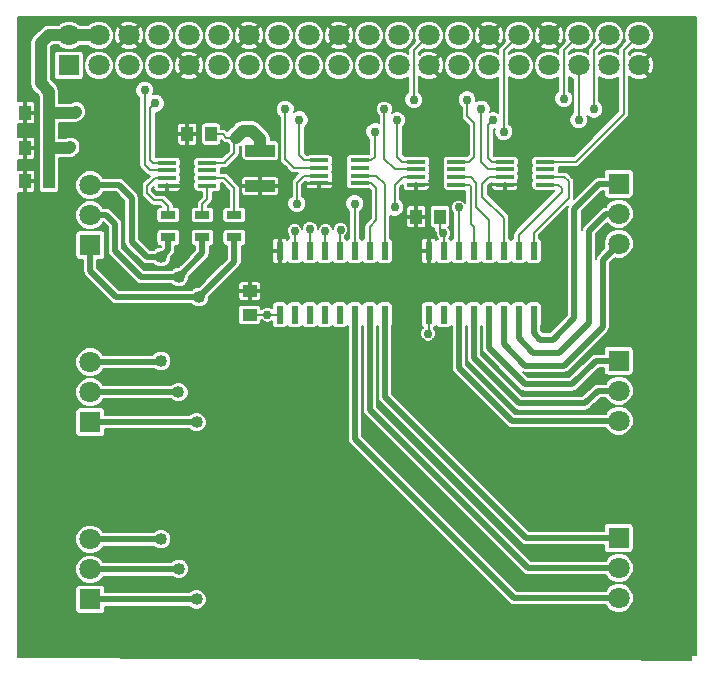
<source format=gbr>
G04 #@! TF.FileFunction,Copper,L1,Top,Signal*
%FSLAX45Y45*%
G04 Gerber Fmt 4.5, Leading zero omitted, Abs format (unit mm)*
G04 Created by KiCad (PCBNEW (2015-01-16 BZR 5376)-product) date 3/19/2015 6:58:58 PM*
%MOMM*%
G01*
G04 APERTURE LIST*
%ADD10C,0.100000*%
%ADD11R,1.000000X1.250000*%
%ADD12R,2.500000X1.000000*%
%ADD13R,1.250000X1.000000*%
%ADD14R,1.300000X0.700000*%
%ADD15R,1.600000X0.300000*%
%ADD16R,0.600000X1.550000*%
%ADD17C,1.800000*%
%ADD18R,1.800000X1.800000*%
%ADD19C,0.762000*%
%ADD20C,1.016000*%
%ADD21C,1.016000*%
%ADD22C,0.203200*%
%ADD23C,0.508000*%
%ADD24C,0.254000*%
G04 APERTURE END LIST*
D10*
D11*
X650000Y-880000D03*
X450000Y-880000D03*
D12*
X2440000Y-1200000D03*
X2440000Y-1500000D03*
D13*
X2350000Y-2590000D03*
X2350000Y-2390000D03*
D11*
X3960000Y-1760000D03*
X3760000Y-1760000D03*
X2020000Y-1060000D03*
X1820000Y-1060000D03*
D14*
X2220104Y-1744956D03*
X2220104Y-1934956D03*
X1950104Y-1744956D03*
X1950104Y-1934956D03*
X1660104Y-1744956D03*
X1660104Y-1934956D03*
D15*
X3760104Y-1292456D03*
X3760104Y-1357456D03*
X3760104Y-1422456D03*
X3760104Y-1487456D03*
X4100104Y-1487456D03*
X4100104Y-1422456D03*
X4100104Y-1357456D03*
X4100104Y-1292456D03*
X2940000Y-1282500D03*
X2940000Y-1347500D03*
X2940000Y-1412500D03*
X2940000Y-1477500D03*
X3280000Y-1477500D03*
X3280000Y-1412500D03*
X3280000Y-1347500D03*
X3280000Y-1282500D03*
X1650000Y-1302500D03*
X1650000Y-1367500D03*
X1650000Y-1432500D03*
X1650000Y-1497500D03*
X1990000Y-1497500D03*
X1990000Y-1432500D03*
X1990000Y-1367500D03*
X1990000Y-1302500D03*
D16*
X2986500Y-2590000D03*
X2859500Y-2590000D03*
X2605500Y-2590000D03*
X2732500Y-2590000D03*
X3240500Y-2590000D03*
X3113500Y-2590000D03*
X3367500Y-2590000D03*
X3494500Y-2590000D03*
X3494500Y-2050000D03*
X3367500Y-2050000D03*
X3113500Y-2050000D03*
X3240500Y-2050000D03*
X2732500Y-2050000D03*
X2605500Y-2050000D03*
X2859500Y-2050000D03*
X2986500Y-2050000D03*
X4246604Y-2589956D03*
X4119604Y-2589956D03*
X3865604Y-2589956D03*
X3992604Y-2589956D03*
X4500604Y-2589956D03*
X4373604Y-2589956D03*
X4627604Y-2589956D03*
X4754604Y-2589956D03*
X4754604Y-2049956D03*
X4627604Y-2049956D03*
X4373604Y-2049956D03*
X4500604Y-2049956D03*
X3992604Y-2049956D03*
X3865604Y-2049956D03*
X4119604Y-2049956D03*
X4246604Y-2049956D03*
D17*
X1000000Y-4492000D03*
X1000000Y-4746000D03*
D18*
X1000000Y-5000000D03*
D17*
X5475000Y-4988000D03*
X5475000Y-4734000D03*
D18*
X5475000Y-4480000D03*
D17*
X5475000Y-3488000D03*
X5475000Y-3234000D03*
D18*
X5475000Y-2980000D03*
D17*
X5475000Y-1988000D03*
X5475000Y-1734000D03*
D18*
X5475000Y-1480000D03*
D17*
X3867000Y-225000D03*
X819000Y-225000D03*
X1327000Y-225000D03*
X1073000Y-225000D03*
X1581000Y-225000D03*
X1835000Y-225000D03*
X2343000Y-225000D03*
X2089000Y-225000D03*
X2597000Y-225000D03*
X2851000Y-225000D03*
X5645000Y-225000D03*
X5391000Y-225000D03*
X4883000Y-225000D03*
X5137000Y-225000D03*
X4629000Y-225000D03*
X4375000Y-225000D03*
X3613000Y-225000D03*
X4121000Y-225000D03*
X3359000Y-225000D03*
X3105000Y-225000D03*
X2851000Y-479000D03*
X3105000Y-479000D03*
X3613000Y-479000D03*
X3359000Y-479000D03*
X3867000Y-479000D03*
X4121000Y-479000D03*
X4629000Y-479000D03*
X4375000Y-479000D03*
X5391000Y-479000D03*
X5645000Y-479000D03*
X5137000Y-479000D03*
X2597000Y-479000D03*
X2343000Y-479000D03*
X4883000Y-479000D03*
X2089000Y-479000D03*
X1835000Y-479000D03*
X1327000Y-479000D03*
X1581000Y-479000D03*
X1073000Y-479000D03*
D18*
X819000Y-479000D03*
D11*
X650000Y-1180000D03*
X450000Y-1180000D03*
X650000Y-1460000D03*
X450000Y-1460000D03*
D15*
X4510104Y-1292456D03*
X4510104Y-1357456D03*
X4510104Y-1422456D03*
X4510104Y-1487456D03*
X4850104Y-1487456D03*
X4850104Y-1422456D03*
X4850104Y-1357456D03*
X4850104Y-1292456D03*
D17*
X1000000Y-2992000D03*
X1000000Y-3246000D03*
D18*
X1000000Y-3500000D03*
D17*
X1000000Y-1492000D03*
X1000000Y-1746000D03*
D18*
X1000000Y-2000000D03*
D19*
X3120000Y-1870000D03*
X2990000Y-1880000D03*
X2730000Y-1880000D03*
X2860000Y-1860000D03*
X2500000Y-2590000D03*
X3860000Y-2750000D03*
D20*
X830000Y-1170000D03*
D19*
X3990000Y-1900000D03*
D20*
X880000Y-870000D03*
X2230000Y-1090000D03*
D19*
X3410000Y-1040000D03*
X4500000Y-1040000D03*
X2650000Y-850000D03*
X5265000Y-850000D03*
X3490104Y-849956D03*
X4310104Y-849956D03*
X2770000Y-940000D03*
X5135000Y-940000D03*
X4410104Y-939956D03*
X3600104Y-939956D03*
X1460000Y-690000D03*
X3740000Y-770000D03*
X1550000Y-800000D03*
X5010000Y-760000D03*
X4190000Y-770000D03*
D20*
X1600000Y-2100000D03*
X1600000Y-4490000D03*
X1600000Y-2980000D03*
X1750000Y-2270000D03*
X1750000Y-4740000D03*
X1746000Y-3246000D03*
X1920000Y-2440000D03*
X1900000Y-5000000D03*
X1900000Y-3500000D03*
D19*
X4120000Y-1680000D03*
X3580000Y-1680000D03*
X3240000Y-1650000D03*
X2750000Y-1650000D03*
D21*
X650000Y-880000D02*
X650000Y-700000D01*
X650000Y-220000D02*
X580000Y-290000D01*
X580000Y-290000D02*
X580000Y-630000D01*
X580000Y-630000D02*
X650000Y-700000D01*
X650000Y-220000D02*
X814000Y-220000D01*
X650000Y-880000D02*
X650000Y-1180000D01*
D22*
X2120000Y-1060000D02*
X2020000Y-1060000D01*
X2150000Y-1090000D02*
X2120000Y-1060000D01*
X2230000Y-1090000D02*
X2150000Y-1090000D01*
X2220000Y-1100000D02*
X2230000Y-1090000D01*
X2220000Y-1220000D02*
X2220000Y-1100000D01*
X2140000Y-1300000D02*
X2220000Y-1220000D01*
X2137500Y-1302500D02*
X2140000Y-1300000D01*
X1990000Y-1302500D02*
X2137500Y-1302500D01*
X3113500Y-2050000D02*
X3113500Y-1876500D01*
X3113500Y-1876500D02*
X3120000Y-1870000D01*
X2986500Y-2050000D02*
X2986500Y-1883500D01*
X2986500Y-1883500D02*
X2990000Y-1880000D01*
X2732500Y-2050000D02*
X2732500Y-1882500D01*
X2732500Y-1882500D02*
X2730000Y-1880000D01*
X2859500Y-2050000D02*
X2859500Y-1860500D01*
X2859500Y-1860500D02*
X2860000Y-1860000D01*
X2350000Y-2590000D02*
X2500000Y-2590000D01*
X2500000Y-2590000D02*
X2605500Y-2590000D01*
X3865604Y-2589956D02*
X3865604Y-2744396D01*
X3865604Y-2744396D02*
X3860000Y-2750000D01*
X3992604Y-2049956D02*
X3992604Y-1902604D01*
X3992604Y-1902604D02*
X3990000Y-1900000D01*
X3960000Y-1760000D02*
X3960000Y-1870000D01*
D21*
X820000Y-1180000D02*
X830000Y-1170000D01*
X820000Y-1180000D02*
X650000Y-1180000D01*
D22*
X3960000Y-1870000D02*
X3990000Y-1900000D01*
D21*
X2440000Y-1200000D02*
X2440000Y-1100000D01*
X870000Y-880000D02*
X880000Y-870000D01*
X870000Y-880000D02*
X650000Y-880000D01*
X2290000Y-1030000D02*
X2230000Y-1090000D01*
X2370000Y-1030000D02*
X2290000Y-1030000D01*
X2440000Y-1100000D02*
X2370000Y-1030000D01*
X1073000Y-225000D02*
X819000Y-225000D01*
X819000Y-225000D02*
X814000Y-220000D01*
X650000Y-1180000D02*
X650000Y-1460000D01*
D22*
X3134604Y-2069956D02*
X3134604Y-2055456D01*
X4502000Y-740000D02*
X4502000Y-1038000D01*
X3377500Y-1282500D02*
X3410000Y-1250000D01*
X3410000Y-1250000D02*
X3410000Y-1040000D01*
X3377500Y-1282500D02*
X3280000Y-1282500D01*
X4502000Y-1038000D02*
X4500000Y-1040000D01*
X4502000Y-732000D02*
X4502000Y-740000D01*
X4502000Y-740000D02*
X4502000Y-589956D01*
X4502000Y-589956D02*
X4502000Y-606000D01*
X4502000Y-352000D02*
X4502000Y-589956D01*
X4629000Y-225000D02*
X4502000Y-352000D01*
X4502000Y-589956D02*
X4500104Y-589956D01*
X2940000Y-1347500D02*
X2727500Y-1347500D01*
X2689956Y-1309956D02*
X2650000Y-1270000D01*
X2650000Y-1270000D02*
X2650000Y-850000D01*
X2727500Y-1347500D02*
X2689956Y-1309956D01*
X5264000Y-675000D02*
X5264000Y-849000D01*
X5264000Y-849000D02*
X5265000Y-850000D01*
X3577604Y-1357456D02*
X3490104Y-1269956D01*
X3760104Y-1357456D02*
X3577604Y-1357456D01*
X3490104Y-1269956D02*
X3490104Y-849956D01*
X5264000Y-599956D02*
X5264000Y-606000D01*
X5264000Y-352000D02*
X5264000Y-599956D01*
X5391000Y-225000D02*
X5264000Y-352000D01*
X2937544Y-1349956D02*
X2940000Y-1347500D01*
X5264000Y-676060D02*
X5264000Y-675000D01*
X5264000Y-675000D02*
X5264000Y-599956D01*
X4310104Y-849956D02*
X4310104Y-1299956D01*
X4367604Y-1357456D02*
X4510104Y-1357456D01*
X4310104Y-1299956D02*
X4367604Y-1357456D01*
X2770104Y-1239956D02*
X2770104Y-940104D01*
X2812648Y-1282500D02*
X2770104Y-1239956D01*
X2940000Y-1282500D02*
X2812648Y-1282500D01*
X2770104Y-940104D02*
X2770000Y-940000D01*
X5137000Y-938000D02*
X5137000Y-479000D01*
X5135000Y-940000D02*
X5137000Y-938000D01*
X4410104Y-939956D02*
X4370104Y-979956D01*
X4370104Y-979956D02*
X4370104Y-1259956D01*
X4370104Y-1259956D02*
X4402604Y-1292456D01*
X4402604Y-1292456D02*
X4510104Y-1292456D01*
X3642604Y-1292456D02*
X3600104Y-1249956D01*
X3600104Y-1249956D02*
X3600104Y-939956D01*
X3760104Y-1292456D02*
X3642604Y-1292456D01*
X1507648Y-1367500D02*
X1650000Y-1367500D01*
X1460104Y-1319956D02*
X1507648Y-1367500D01*
X1460104Y-1049956D02*
X1460104Y-1319956D01*
X1460104Y-690104D02*
X1460104Y-1049956D01*
X1460000Y-690000D02*
X1460104Y-690104D01*
X3740000Y-770000D02*
X3740000Y-630060D01*
X3740000Y-599956D02*
X3740000Y-630060D01*
X1510104Y-1140000D02*
X1510104Y-839896D01*
X1510104Y-839896D02*
X1550000Y-800000D01*
X3740000Y-599956D02*
X3740000Y-606000D01*
X3740000Y-352000D02*
X3740000Y-599956D01*
X3867000Y-225000D02*
X3740000Y-352000D01*
X1532648Y-1302500D02*
X1510104Y-1279956D01*
X1510104Y-1279956D02*
X1510104Y-1140000D01*
X1510104Y-1140000D02*
X1510104Y-1139956D01*
X1650000Y-1302500D02*
X1532648Y-1302500D01*
X4850104Y-1292456D02*
X5112544Y-1292456D01*
X5518000Y-352000D02*
X5518000Y-606000D01*
X5518000Y-352000D02*
X5645000Y-225000D01*
X5518000Y-887000D02*
X5518000Y-606000D01*
X5112544Y-1292456D02*
X5518000Y-887000D01*
X4100104Y-1292456D02*
X4207544Y-1292456D01*
X5010000Y-352000D02*
X5010000Y-606000D01*
X5010000Y-352000D02*
X5137000Y-225000D01*
X5010000Y-760000D02*
X5010000Y-606000D01*
X4190000Y-910000D02*
X4190000Y-770000D01*
X4250000Y-970000D02*
X4190000Y-910000D01*
X4250000Y-1250000D02*
X4250000Y-970000D01*
X4207544Y-1292456D02*
X4250000Y-1250000D01*
X4103000Y-1289560D02*
X4100104Y-1292456D01*
D23*
X4119604Y-2589956D02*
X4119604Y-3039604D01*
X4568000Y-3488000D02*
X5475000Y-3488000D01*
X4119604Y-3039604D02*
X4568000Y-3488000D01*
X5475000Y-3234000D02*
X5296000Y-3234000D01*
X4246604Y-2956604D02*
X4246604Y-2589956D01*
X4630000Y-3340000D02*
X4246604Y-2956604D01*
X5190000Y-3340000D02*
X4630000Y-3340000D01*
X5296000Y-3234000D02*
X5190000Y-3340000D01*
X5475000Y-2980000D02*
X5280000Y-2980000D01*
X4373604Y-2873604D02*
X4373604Y-2589956D01*
X4680000Y-3180000D02*
X4373604Y-2873604D01*
X5080000Y-3180000D02*
X4680000Y-3180000D01*
X5280000Y-2980000D02*
X5080000Y-3180000D01*
X4500604Y-2589956D02*
X4500604Y-2840604D01*
X5340000Y-2123000D02*
X5475000Y-1988000D01*
X5340000Y-2690000D02*
X5340000Y-2123000D01*
X5010000Y-3020000D02*
X5340000Y-2690000D01*
X4680000Y-3020000D02*
X5010000Y-3020000D01*
X4500604Y-2840604D02*
X4680000Y-3020000D01*
X4627604Y-2589956D02*
X4627604Y-2787604D01*
X5366000Y-1734000D02*
X5475000Y-1734000D01*
X5220000Y-1880000D02*
X5366000Y-1734000D01*
X5220000Y-2660000D02*
X5220000Y-1880000D01*
X4970000Y-2910000D02*
X5220000Y-2660000D01*
X4750000Y-2910000D02*
X4970000Y-2910000D01*
X4627604Y-2787604D02*
X4750000Y-2910000D01*
X4754604Y-2589956D02*
X4754604Y-2744604D01*
X5310000Y-1480000D02*
X5475000Y-1480000D01*
X5100000Y-1690000D02*
X5310000Y-1480000D01*
X5100000Y-2620000D02*
X5100000Y-1690000D01*
X4920000Y-2800000D02*
X5100000Y-2620000D01*
X4810000Y-2800000D02*
X4920000Y-2800000D01*
X4754604Y-2744604D02*
X4810000Y-2800000D01*
X3240500Y-2590000D02*
X3240500Y-3640500D01*
X4588000Y-4988000D02*
X5475000Y-4988000D01*
X3240500Y-3640500D02*
X4588000Y-4988000D01*
X3367500Y-2590000D02*
X3367500Y-3397500D01*
X4704000Y-4734000D02*
X5475000Y-4734000D01*
X3367500Y-3397500D02*
X4704000Y-4734000D01*
X3494500Y-2590000D02*
X3494500Y-3284500D01*
X4690000Y-4480000D02*
X5475000Y-4480000D01*
X3494500Y-3284500D02*
X4690000Y-4480000D01*
X1000000Y-2992000D02*
X1588000Y-2992000D01*
X1588000Y-2992000D02*
X1600000Y-2980000D01*
X1000000Y-4492000D02*
X1598000Y-4492000D01*
X1600000Y-4490000D02*
X1598000Y-4492000D01*
X1660104Y-1934956D02*
X1660104Y-2039896D01*
X1242000Y-1492000D02*
X1000000Y-1492000D01*
X1350000Y-1600000D02*
X1242000Y-1492000D01*
X1350000Y-1970000D02*
X1350000Y-1600000D01*
X1480000Y-2100000D02*
X1350000Y-1970000D01*
X1600000Y-2100000D02*
X1480000Y-2100000D01*
X1660104Y-2039896D02*
X1600000Y-2100000D01*
X1000000Y-3246000D02*
X1746000Y-3246000D01*
X1000000Y-4746000D02*
X1744000Y-4746000D01*
X1750000Y-4740000D02*
X1744000Y-4746000D01*
X1950104Y-1934956D02*
X1950104Y-2069896D01*
X1136000Y-1746000D02*
X1000000Y-1746000D01*
X1210000Y-1820000D02*
X1136000Y-1746000D01*
X1210000Y-2050000D02*
X1210000Y-1820000D01*
X1430000Y-2270000D02*
X1210000Y-2050000D01*
X1750000Y-2270000D02*
X1430000Y-2270000D01*
X1950104Y-2069896D02*
X1750000Y-2270000D01*
D24*
X1750000Y-3250000D02*
X1746000Y-3246000D01*
D23*
X1000000Y-3500000D02*
X1900000Y-3500000D01*
X1000000Y-5000000D02*
X1900000Y-5000000D01*
X2220104Y-1934956D02*
X2220104Y-2139896D01*
X1000000Y-2220000D02*
X1000000Y-2000000D01*
X1220000Y-2440000D02*
X1000000Y-2220000D01*
X1920000Y-2440000D02*
X1220000Y-2440000D01*
X2220104Y-2139896D02*
X1920000Y-2440000D01*
D22*
X1990000Y-1432500D02*
X2132500Y-1432500D01*
X2220104Y-1520104D02*
X2220104Y-1744956D01*
X2132500Y-1432500D02*
X2220104Y-1520104D01*
X1990000Y-1497500D02*
X1990000Y-1610000D01*
X1950104Y-1649896D02*
X1950104Y-1744956D01*
X1990000Y-1610000D02*
X1950104Y-1649896D01*
X1650000Y-1432500D02*
X1547500Y-1432500D01*
X1660104Y-1670104D02*
X1660104Y-1744956D01*
X1610000Y-1620000D02*
X1660104Y-1670104D01*
X1540000Y-1620000D02*
X1610000Y-1620000D01*
X1480000Y-1560000D02*
X1540000Y-1620000D01*
X1480000Y-1500000D02*
X1480000Y-1560000D01*
X1547500Y-1432500D02*
X1480000Y-1500000D01*
X3580104Y-1639956D02*
X3580104Y-1679896D01*
X3760104Y-1422456D02*
X3647604Y-1422456D01*
X4119604Y-1879456D02*
X4119604Y-2049956D01*
X3580104Y-1489956D02*
X3580104Y-1639956D01*
X3647604Y-1422456D02*
X3580104Y-1489956D01*
X4119604Y-1680396D02*
X4119604Y-1879456D01*
X4120000Y-1680000D02*
X4119604Y-1680396D01*
X3580104Y-1679896D02*
X3580000Y-1680000D01*
X4206964Y-1487456D02*
X4220104Y-1500596D01*
X4220104Y-1500596D02*
X4220104Y-1819956D01*
X4220104Y-1819956D02*
X4246604Y-1846456D01*
X4246604Y-1846456D02*
X4246604Y-2049956D01*
X4100104Y-1487456D02*
X4206964Y-1487456D01*
X4270104Y-1679956D02*
X4373604Y-1783456D01*
X4373604Y-1783456D02*
X4373604Y-2049956D01*
X4270104Y-1469956D02*
X4270104Y-1679956D01*
X4222604Y-1422456D02*
X4270104Y-1469956D01*
X4100104Y-1422456D02*
X4222604Y-1422456D01*
X4377604Y-1422456D02*
X4320104Y-1479956D01*
X4320104Y-1479956D02*
X4320104Y-1589956D01*
X4320104Y-1589956D02*
X4500604Y-1770456D01*
X4510104Y-1422456D02*
X4377604Y-1422456D01*
X4500604Y-1770456D02*
X4500604Y-2049956D01*
X4957604Y-1487456D02*
X4990104Y-1519956D01*
X4990104Y-1519956D02*
X4990104Y-1549956D01*
X4990104Y-1549956D02*
X4627604Y-1912456D01*
X4627604Y-1912456D02*
X4627604Y-2049956D01*
X4850104Y-1487456D02*
X4957604Y-1487456D01*
X5012604Y-1422456D02*
X5050104Y-1459956D01*
X5050104Y-1459956D02*
X5050104Y-1599956D01*
X5050104Y-1599956D02*
X4754604Y-1895456D01*
X4754604Y-1895456D02*
X4754604Y-2049956D01*
X4850104Y-1422456D02*
X5012604Y-1422456D01*
X2750000Y-1580000D02*
X2750000Y-1650000D01*
X2807500Y-1412500D02*
X2750000Y-1470000D01*
X2750000Y-1470000D02*
X2750000Y-1580000D01*
X3240500Y-2050000D02*
X3240500Y-1780500D01*
X2807500Y-1412500D02*
X2940000Y-1412500D01*
X3240500Y-1650500D02*
X3240500Y-1780500D01*
X3240000Y-1650000D02*
X3240500Y-1650500D01*
X3280000Y-1477500D02*
X3377500Y-1477500D01*
X3367500Y-1842500D02*
X3367500Y-2050000D01*
X3420000Y-1790000D02*
X3367500Y-1842500D01*
X3420000Y-1520000D02*
X3420000Y-1790000D01*
X3377500Y-1477500D02*
X3420000Y-1520000D01*
X3280000Y-1412500D02*
X3422500Y-1412500D01*
X3494500Y-1484500D02*
X3494500Y-2050000D01*
X3422500Y-1412500D02*
X3494500Y-1484500D01*
G36*
X6129840Y-5469840D02*
X6089840Y-5469840D01*
X6089840Y-5509804D01*
X5771258Y-5508690D01*
X5771258Y-500169D01*
X5770582Y-477819D01*
X5770582Y-200134D01*
X5751507Y-153969D01*
X5716217Y-118617D01*
X5670085Y-99462D01*
X5620134Y-99418D01*
X5573969Y-118493D01*
X5538618Y-153783D01*
X5519462Y-199915D01*
X5519418Y-249866D01*
X5529961Y-275381D01*
X5485671Y-319671D01*
X5475760Y-334504D01*
X5472280Y-352000D01*
X5472280Y-382698D01*
X5462217Y-372617D01*
X5416085Y-353462D01*
X5366134Y-353418D01*
X5319969Y-372493D01*
X5309720Y-382724D01*
X5309720Y-370938D01*
X5340622Y-340036D01*
X5365915Y-350538D01*
X5415866Y-350582D01*
X5462031Y-331507D01*
X5497383Y-296217D01*
X5516538Y-250085D01*
X5516582Y-200134D01*
X5497507Y-153969D01*
X5462217Y-118617D01*
X5416085Y-99462D01*
X5366134Y-99418D01*
X5319969Y-118493D01*
X5284618Y-153783D01*
X5265462Y-199915D01*
X5265418Y-249866D01*
X5275961Y-275381D01*
X5231671Y-319671D01*
X5221760Y-334504D01*
X5218280Y-352000D01*
X5218280Y-382698D01*
X5208217Y-372617D01*
X5162085Y-353462D01*
X5112134Y-353418D01*
X5065969Y-372493D01*
X5055720Y-382724D01*
X5055720Y-370938D01*
X5086622Y-340036D01*
X5111915Y-350538D01*
X5161866Y-350582D01*
X5208031Y-331507D01*
X5243383Y-296217D01*
X5262538Y-250085D01*
X5262582Y-200134D01*
X5243507Y-153969D01*
X5208217Y-118617D01*
X5162085Y-99462D01*
X5112134Y-99418D01*
X5065969Y-118493D01*
X5030618Y-153783D01*
X5011462Y-199915D01*
X5011418Y-249866D01*
X5021961Y-275381D01*
X5009258Y-288085D01*
X5009258Y-246169D01*
X5007748Y-196241D01*
X4991546Y-157126D01*
X4973289Y-147284D01*
X4960717Y-159856D01*
X4960717Y-134711D01*
X4950875Y-116454D01*
X4904169Y-98742D01*
X4854241Y-100252D01*
X4815126Y-116454D01*
X4805284Y-134711D01*
X4883000Y-212428D01*
X4960717Y-134711D01*
X4960717Y-159856D01*
X4895572Y-225000D01*
X4973289Y-302717D01*
X4991546Y-292875D01*
X5009258Y-246169D01*
X5009258Y-288085D01*
X4977671Y-319671D01*
X4967760Y-334504D01*
X4964280Y-352000D01*
X4964280Y-382698D01*
X4960717Y-379128D01*
X4960717Y-315289D01*
X4883000Y-237572D01*
X4870428Y-250145D01*
X4870428Y-225000D01*
X4792711Y-147284D01*
X4774454Y-157126D01*
X4756742Y-203831D01*
X4758252Y-253759D01*
X4774454Y-292875D01*
X4792711Y-302717D01*
X4870428Y-225000D01*
X4870428Y-250145D01*
X4805284Y-315289D01*
X4815126Y-333546D01*
X4861831Y-351258D01*
X4911759Y-349748D01*
X4950875Y-333546D01*
X4960717Y-315289D01*
X4960717Y-379128D01*
X4954217Y-372617D01*
X4908085Y-353462D01*
X4858134Y-353418D01*
X4811969Y-372493D01*
X4776618Y-407783D01*
X4757462Y-453915D01*
X4757418Y-503866D01*
X4776493Y-550031D01*
X4811783Y-585383D01*
X4857915Y-604538D01*
X4907866Y-604582D01*
X4954031Y-585507D01*
X4964280Y-575276D01*
X4964280Y-606000D01*
X4964280Y-692588D01*
X4942210Y-714619D01*
X4930004Y-744015D01*
X4929976Y-775845D01*
X4942131Y-805263D01*
X4964619Y-827790D01*
X4994015Y-839996D01*
X5025845Y-840024D01*
X5055263Y-827869D01*
X5077790Y-805381D01*
X5089996Y-775985D01*
X5090024Y-744155D01*
X5077869Y-714737D01*
X5055720Y-692550D01*
X5055720Y-606000D01*
X5055720Y-575302D01*
X5065783Y-585383D01*
X5091280Y-595970D01*
X5091280Y-871494D01*
X5089737Y-872131D01*
X5067210Y-894619D01*
X5055004Y-924015D01*
X5054976Y-955845D01*
X5067131Y-985263D01*
X5089619Y-1007790D01*
X5119015Y-1019996D01*
X5150845Y-1020024D01*
X5180263Y-1007869D01*
X5202790Y-985381D01*
X5214996Y-955985D01*
X5215024Y-924155D01*
X5207291Y-905440D01*
X5219619Y-917790D01*
X5249015Y-929996D01*
X5280845Y-930024D01*
X5310263Y-917869D01*
X5332790Y-895381D01*
X5344996Y-865985D01*
X5345024Y-834155D01*
X5332869Y-804737D01*
X5310381Y-782210D01*
X5309720Y-781936D01*
X5309720Y-676060D01*
X5309720Y-675000D01*
X5309720Y-606000D01*
X5309720Y-599956D01*
X5309720Y-575302D01*
X5319783Y-585383D01*
X5365915Y-604538D01*
X5415866Y-604582D01*
X5462031Y-585507D01*
X5472280Y-575276D01*
X5472280Y-606000D01*
X5472280Y-868062D01*
X5093606Y-1246736D01*
X4948133Y-1246736D01*
X4944084Y-1244003D01*
X4930104Y-1241199D01*
X4770104Y-1241199D01*
X4756545Y-1243830D01*
X4744628Y-1251658D01*
X4736651Y-1263476D01*
X4733847Y-1277456D01*
X4733847Y-1307456D01*
X4736478Y-1321015D01*
X4739047Y-1324926D01*
X4736651Y-1328476D01*
X4733847Y-1342456D01*
X4733847Y-1372456D01*
X4736478Y-1386015D01*
X4739047Y-1389926D01*
X4736651Y-1393476D01*
X4733847Y-1407456D01*
X4733847Y-1437456D01*
X4736478Y-1451015D01*
X4739047Y-1454926D01*
X4736651Y-1458476D01*
X4733847Y-1472456D01*
X4733847Y-1502456D01*
X4736478Y-1516015D01*
X4744306Y-1527932D01*
X4756124Y-1535909D01*
X4770104Y-1538713D01*
X4930104Y-1538713D01*
X4938275Y-1537127D01*
X4625664Y-1849738D01*
X4625664Y-1509529D01*
X4625664Y-1503846D01*
X4616774Y-1494956D01*
X4518994Y-1494956D01*
X4518994Y-1529126D01*
X4527884Y-1538016D01*
X4583031Y-1538016D01*
X4597177Y-1538016D01*
X4610247Y-1532602D01*
X4620250Y-1522599D01*
X4625664Y-1509529D01*
X4625664Y-1849738D01*
X4595275Y-1880127D01*
X4585364Y-1894960D01*
X4581884Y-1912456D01*
X4581884Y-1940250D01*
X4572128Y-1946658D01*
X4564151Y-1958476D01*
X4564105Y-1958706D01*
X4556402Y-1946980D01*
X4546324Y-1940177D01*
X4546324Y-1770456D01*
X4542844Y-1752960D01*
X4532933Y-1738127D01*
X4532933Y-1738127D01*
X4501214Y-1706408D01*
X4501214Y-1529126D01*
X4501214Y-1494956D01*
X4403434Y-1494956D01*
X4394544Y-1503846D01*
X4394544Y-1509529D01*
X4399958Y-1522599D01*
X4409961Y-1532602D01*
X4423031Y-1538016D01*
X4437177Y-1538016D01*
X4492324Y-1538016D01*
X4501214Y-1529126D01*
X4501214Y-1706408D01*
X4365824Y-1571018D01*
X4365824Y-1498894D01*
X4394544Y-1470174D01*
X4394544Y-1471066D01*
X4403434Y-1479956D01*
X4501214Y-1479956D01*
X4501214Y-1476566D01*
X4518994Y-1476566D01*
X4518994Y-1479956D01*
X4616774Y-1479956D01*
X4625664Y-1471066D01*
X4625664Y-1465383D01*
X4621283Y-1454805D01*
X4623557Y-1451436D01*
X4626361Y-1437456D01*
X4626361Y-1407456D01*
X4623730Y-1393897D01*
X4621161Y-1389986D01*
X4623557Y-1386436D01*
X4626361Y-1372456D01*
X4626361Y-1342456D01*
X4623730Y-1328897D01*
X4621161Y-1324986D01*
X4623557Y-1321436D01*
X4626361Y-1307456D01*
X4626361Y-1277456D01*
X4623730Y-1263897D01*
X4615902Y-1251980D01*
X4604084Y-1244003D01*
X4590104Y-1241199D01*
X4430104Y-1241199D01*
X4418296Y-1243490D01*
X4415824Y-1241018D01*
X4415824Y-1013621D01*
X4424317Y-1013628D01*
X4420004Y-1024015D01*
X4419976Y-1055845D01*
X4432131Y-1085263D01*
X4454619Y-1107790D01*
X4484015Y-1119996D01*
X4515845Y-1120024D01*
X4545263Y-1107869D01*
X4567790Y-1085381D01*
X4579996Y-1055985D01*
X4580024Y-1024155D01*
X4567869Y-994737D01*
X4547720Y-974553D01*
X4547720Y-740000D01*
X4547720Y-732000D01*
X4547720Y-606000D01*
X4547720Y-589956D01*
X4547720Y-575302D01*
X4557783Y-585383D01*
X4603915Y-604538D01*
X4653866Y-604582D01*
X4700031Y-585507D01*
X4735383Y-550217D01*
X4754538Y-504085D01*
X4754582Y-454134D01*
X4735507Y-407969D01*
X4700217Y-372617D01*
X4654085Y-353462D01*
X4604134Y-353418D01*
X4557969Y-372493D01*
X4547720Y-382724D01*
X4547720Y-370938D01*
X4578622Y-340036D01*
X4603915Y-350538D01*
X4653866Y-350582D01*
X4700031Y-331507D01*
X4735383Y-296217D01*
X4754538Y-250085D01*
X4754582Y-200134D01*
X4735507Y-153969D01*
X4700217Y-118617D01*
X4654085Y-99462D01*
X4604134Y-99418D01*
X4557969Y-118493D01*
X4522618Y-153783D01*
X4503462Y-199915D01*
X4503418Y-249866D01*
X4513961Y-275381D01*
X4501258Y-288085D01*
X4501258Y-246169D01*
X4499748Y-196241D01*
X4483546Y-157126D01*
X4465289Y-147284D01*
X4452717Y-159856D01*
X4452717Y-134711D01*
X4442875Y-116454D01*
X4396169Y-98742D01*
X4346241Y-100252D01*
X4307126Y-116454D01*
X4297284Y-134711D01*
X4375000Y-212428D01*
X4452717Y-134711D01*
X4452717Y-159856D01*
X4387572Y-225000D01*
X4465289Y-302717D01*
X4483546Y-292875D01*
X4501258Y-246169D01*
X4501258Y-288085D01*
X4469671Y-319671D01*
X4459760Y-334504D01*
X4456280Y-352000D01*
X4456280Y-382698D01*
X4452717Y-379128D01*
X4452717Y-315289D01*
X4375000Y-237572D01*
X4362428Y-250145D01*
X4362428Y-225000D01*
X4284711Y-147284D01*
X4266454Y-157126D01*
X4248742Y-203831D01*
X4250252Y-253759D01*
X4266454Y-292875D01*
X4284711Y-302717D01*
X4362428Y-225000D01*
X4362428Y-250145D01*
X4297284Y-315289D01*
X4307126Y-333546D01*
X4353831Y-351258D01*
X4403759Y-349748D01*
X4442875Y-333546D01*
X4452717Y-315289D01*
X4452717Y-379128D01*
X4446217Y-372617D01*
X4400085Y-353462D01*
X4350134Y-353418D01*
X4303969Y-372493D01*
X4268618Y-407783D01*
X4249462Y-453915D01*
X4249418Y-503866D01*
X4268493Y-550031D01*
X4303783Y-585383D01*
X4349915Y-604538D01*
X4399866Y-604582D01*
X4446031Y-585507D01*
X4456280Y-575276D01*
X4456280Y-580424D01*
X4454384Y-589956D01*
X4456280Y-599488D01*
X4456280Y-606000D01*
X4456280Y-732000D01*
X4456280Y-740000D01*
X4456280Y-881951D01*
X4451884Y-877546D01*
X4424820Y-866309D01*
X4395516Y-866283D01*
X4388807Y-869056D01*
X4390100Y-865941D01*
X4390128Y-834111D01*
X4377973Y-804693D01*
X4355485Y-782166D01*
X4326089Y-769960D01*
X4294259Y-769932D01*
X4270001Y-779955D01*
X4270024Y-754155D01*
X4257869Y-724737D01*
X4246582Y-713430D01*
X4246582Y-454134D01*
X4246582Y-200134D01*
X4227507Y-153969D01*
X4192217Y-118617D01*
X4146085Y-99462D01*
X4096134Y-99418D01*
X4049969Y-118493D01*
X4014617Y-153783D01*
X3995462Y-199915D01*
X3995418Y-249866D01*
X4014493Y-296031D01*
X4049783Y-331383D01*
X4095915Y-350538D01*
X4145866Y-350582D01*
X4192031Y-331507D01*
X4227383Y-296217D01*
X4246538Y-250085D01*
X4246582Y-200134D01*
X4246582Y-454134D01*
X4227507Y-407969D01*
X4192217Y-372617D01*
X4146085Y-353462D01*
X4096134Y-353418D01*
X4049969Y-372493D01*
X4014617Y-407783D01*
X3995462Y-453915D01*
X3995418Y-503866D01*
X4014493Y-550031D01*
X4049783Y-585383D01*
X4095915Y-604538D01*
X4145866Y-604582D01*
X4192031Y-585507D01*
X4227383Y-550217D01*
X4246538Y-504085D01*
X4246582Y-454134D01*
X4246582Y-713430D01*
X4235381Y-702210D01*
X4205985Y-690004D01*
X4174155Y-689976D01*
X4144737Y-702131D01*
X4122210Y-724619D01*
X4110004Y-754015D01*
X4109976Y-785845D01*
X4122131Y-815263D01*
X4144280Y-837450D01*
X4144280Y-910000D01*
X4147760Y-927496D01*
X4157671Y-942329D01*
X4204280Y-988938D01*
X4204280Y-1231062D01*
X4191798Y-1243544D01*
X4180104Y-1241199D01*
X4020104Y-1241199D01*
X4006545Y-1243830D01*
X3994628Y-1251658D01*
X3993258Y-1253689D01*
X3993258Y-500169D01*
X3992582Y-477819D01*
X3992582Y-200134D01*
X3973507Y-153969D01*
X3938217Y-118617D01*
X3892085Y-99462D01*
X3842134Y-99418D01*
X3795969Y-118493D01*
X3760617Y-153783D01*
X3741462Y-199915D01*
X3741418Y-249866D01*
X3751961Y-275381D01*
X3738582Y-288760D01*
X3738582Y-200134D01*
X3719507Y-153969D01*
X3684217Y-118617D01*
X3638085Y-99462D01*
X3588134Y-99418D01*
X3541969Y-118493D01*
X3506617Y-153783D01*
X3487462Y-199915D01*
X3487418Y-249866D01*
X3506493Y-296031D01*
X3541783Y-331383D01*
X3587915Y-350538D01*
X3637866Y-350582D01*
X3684031Y-331507D01*
X3719382Y-296217D01*
X3738538Y-250085D01*
X3738582Y-200134D01*
X3738582Y-288760D01*
X3707671Y-319671D01*
X3697760Y-334504D01*
X3694280Y-352000D01*
X3694280Y-382698D01*
X3684217Y-372617D01*
X3638085Y-353462D01*
X3588134Y-353418D01*
X3541969Y-372493D01*
X3506617Y-407783D01*
X3487462Y-453915D01*
X3487418Y-503866D01*
X3506493Y-550031D01*
X3541783Y-585383D01*
X3587915Y-604538D01*
X3637866Y-604582D01*
X3684031Y-585507D01*
X3694280Y-575276D01*
X3694280Y-599956D01*
X3694280Y-606000D01*
X3694280Y-630060D01*
X3694280Y-702588D01*
X3672210Y-724619D01*
X3660004Y-754015D01*
X3659976Y-785845D01*
X3672131Y-815263D01*
X3694619Y-837790D01*
X3724015Y-849996D01*
X3755845Y-850024D01*
X3785263Y-837869D01*
X3807790Y-815381D01*
X3819996Y-785985D01*
X3820024Y-754155D01*
X3807869Y-724737D01*
X3785720Y-702550D01*
X3785720Y-630060D01*
X3785720Y-606000D01*
X3785720Y-599956D01*
X3785720Y-572853D01*
X3789284Y-569289D01*
X3799125Y-587546D01*
X3845831Y-605258D01*
X3895759Y-603748D01*
X3934874Y-587546D01*
X3944716Y-569289D01*
X3867000Y-491572D01*
X3865586Y-492986D01*
X3853013Y-480414D01*
X3854428Y-479000D01*
X3853013Y-477586D01*
X3865586Y-465013D01*
X3867000Y-466428D01*
X3944716Y-388711D01*
X3934874Y-370454D01*
X3888169Y-352742D01*
X3838241Y-354252D01*
X3799125Y-370454D01*
X3789284Y-388711D01*
X3785720Y-385147D01*
X3785720Y-370938D01*
X3816622Y-340036D01*
X3841915Y-350538D01*
X3891866Y-350582D01*
X3938031Y-331507D01*
X3973382Y-296217D01*
X3992538Y-250085D01*
X3992582Y-200134D01*
X3992582Y-477819D01*
X3991748Y-450241D01*
X3975546Y-411125D01*
X3957289Y-401283D01*
X3944716Y-413856D01*
X3879572Y-479000D01*
X3957289Y-556717D01*
X3975546Y-546875D01*
X3993258Y-500169D01*
X3993258Y-1253689D01*
X3986651Y-1263476D01*
X3983847Y-1277456D01*
X3983847Y-1307456D01*
X3986478Y-1321015D01*
X3989047Y-1324926D01*
X3986651Y-1328476D01*
X3983847Y-1342456D01*
X3983847Y-1372456D01*
X3986478Y-1386015D01*
X3989047Y-1389926D01*
X3986651Y-1393476D01*
X3983847Y-1407456D01*
X3983847Y-1437456D01*
X3986478Y-1451015D01*
X3989047Y-1454926D01*
X3986651Y-1458476D01*
X3983847Y-1472456D01*
X3983847Y-1502456D01*
X3986478Y-1516015D01*
X3994306Y-1527932D01*
X4006124Y-1535909D01*
X4020104Y-1538713D01*
X4174384Y-1538713D01*
X4174384Y-1641003D01*
X4157457Y-1624047D01*
X4133194Y-1613971D01*
X4106921Y-1613949D01*
X4082640Y-1623981D01*
X4064047Y-1642542D01*
X4053971Y-1666806D01*
X4053949Y-1693078D01*
X4063981Y-1717360D01*
X4073884Y-1727280D01*
X4073884Y-1879456D01*
X4073884Y-1940250D01*
X4064128Y-1946658D01*
X4056151Y-1958476D01*
X4056105Y-1958706D01*
X4048402Y-1946980D01*
X4041250Y-1942152D01*
X4045953Y-1937457D01*
X4056028Y-1913194D01*
X4056051Y-1886921D01*
X4046019Y-1862640D01*
X4033196Y-1849795D01*
X4035476Y-1848298D01*
X4043453Y-1836480D01*
X4046257Y-1822500D01*
X4046257Y-1697500D01*
X4043626Y-1683941D01*
X4035798Y-1672024D01*
X4023980Y-1664047D01*
X4010000Y-1661243D01*
X3944716Y-1661243D01*
X3910000Y-1661243D01*
X3896441Y-1663874D01*
X3884524Y-1671702D01*
X3876547Y-1683520D01*
X3876361Y-1684448D01*
X3876361Y-1437456D01*
X3876361Y-1407456D01*
X3873730Y-1393897D01*
X3871161Y-1389986D01*
X3873557Y-1386436D01*
X3876361Y-1372456D01*
X3876361Y-1342456D01*
X3873730Y-1328897D01*
X3871161Y-1324986D01*
X3873557Y-1321436D01*
X3876361Y-1307456D01*
X3876361Y-1277456D01*
X3873730Y-1263897D01*
X3865902Y-1251980D01*
X3854084Y-1244003D01*
X3840104Y-1241199D01*
X3680104Y-1241199D01*
X3666545Y-1243830D01*
X3662121Y-1246736D01*
X3661542Y-1246736D01*
X3645824Y-1231018D01*
X3645824Y-998396D01*
X3662513Y-981735D01*
X3673751Y-954672D01*
X3673777Y-925368D01*
X3662586Y-898285D01*
X3641883Y-877546D01*
X3614820Y-866309D01*
X3585516Y-866283D01*
X3558436Y-877473D01*
X3563751Y-864672D01*
X3563777Y-835368D01*
X3552586Y-808285D01*
X3531883Y-787546D01*
X3504820Y-776309D01*
X3484582Y-776291D01*
X3484582Y-454134D01*
X3484582Y-200134D01*
X3465507Y-153969D01*
X3430217Y-118617D01*
X3384085Y-99462D01*
X3334134Y-99418D01*
X3287969Y-118493D01*
X3252617Y-153783D01*
X3233462Y-199915D01*
X3233418Y-249866D01*
X3252493Y-296031D01*
X3287783Y-331383D01*
X3333915Y-350538D01*
X3383866Y-350582D01*
X3430031Y-331507D01*
X3465382Y-296217D01*
X3484538Y-250085D01*
X3484582Y-200134D01*
X3484582Y-454134D01*
X3465507Y-407969D01*
X3430217Y-372617D01*
X3384085Y-353462D01*
X3334134Y-353418D01*
X3287969Y-372493D01*
X3252617Y-407783D01*
X3233462Y-453915D01*
X3233418Y-503866D01*
X3252493Y-550031D01*
X3287783Y-585383D01*
X3333915Y-604538D01*
X3383866Y-604582D01*
X3430031Y-585507D01*
X3465382Y-550217D01*
X3484538Y-504085D01*
X3484582Y-454134D01*
X3484582Y-776291D01*
X3475516Y-776283D01*
X3448433Y-787474D01*
X3427694Y-808176D01*
X3416457Y-835240D01*
X3416431Y-864544D01*
X3427622Y-891626D01*
X3444384Y-908418D01*
X3444384Y-967644D01*
X3425985Y-960004D01*
X3394155Y-959976D01*
X3364737Y-972131D01*
X3342210Y-994619D01*
X3330004Y-1024015D01*
X3329976Y-1055845D01*
X3342131Y-1085263D01*
X3364280Y-1107450D01*
X3364280Y-1231062D01*
X3363414Y-1231928D01*
X3360000Y-1231243D01*
X3231258Y-1231243D01*
X3231258Y-246169D01*
X3229748Y-196241D01*
X3213546Y-157126D01*
X3195289Y-147284D01*
X3182716Y-159856D01*
X3182716Y-134711D01*
X3172874Y-116454D01*
X3126169Y-98742D01*
X3076241Y-100252D01*
X3037125Y-116454D01*
X3027283Y-134711D01*
X3105000Y-212428D01*
X3182716Y-134711D01*
X3182716Y-159856D01*
X3117572Y-225000D01*
X3195289Y-302717D01*
X3213546Y-292875D01*
X3231258Y-246169D01*
X3231258Y-1231243D01*
X3230582Y-1231243D01*
X3230582Y-454134D01*
X3211507Y-407969D01*
X3182716Y-379128D01*
X3182716Y-315289D01*
X3105000Y-237572D01*
X3092428Y-250145D01*
X3092428Y-225000D01*
X3014711Y-147284D01*
X2996454Y-157126D01*
X2978742Y-203831D01*
X2980252Y-253759D01*
X2996454Y-292875D01*
X3014711Y-302717D01*
X3092428Y-225000D01*
X3092428Y-250145D01*
X3027283Y-315289D01*
X3037125Y-333546D01*
X3083831Y-351258D01*
X3133759Y-349748D01*
X3172874Y-333546D01*
X3182716Y-315289D01*
X3182716Y-379128D01*
X3176217Y-372617D01*
X3130085Y-353462D01*
X3080134Y-353418D01*
X3033969Y-372493D01*
X2998617Y-407783D01*
X2979462Y-453915D01*
X2979418Y-503866D01*
X2998493Y-550031D01*
X3033783Y-585383D01*
X3079915Y-604538D01*
X3129866Y-604582D01*
X3176031Y-585507D01*
X3211382Y-550217D01*
X3230538Y-504085D01*
X3230582Y-454134D01*
X3230582Y-1231243D01*
X3200000Y-1231243D01*
X3186441Y-1233874D01*
X3174524Y-1241702D01*
X3166547Y-1253520D01*
X3163743Y-1267500D01*
X3163743Y-1297500D01*
X3166374Y-1311059D01*
X3168943Y-1314970D01*
X3166547Y-1318520D01*
X3163743Y-1332500D01*
X3163743Y-1362500D01*
X3166374Y-1376059D01*
X3168943Y-1379970D01*
X3166547Y-1383520D01*
X3163743Y-1397500D01*
X3163743Y-1427500D01*
X3166374Y-1441059D01*
X3168943Y-1444970D01*
X3166547Y-1448520D01*
X3163743Y-1462500D01*
X3163743Y-1492500D01*
X3166374Y-1506059D01*
X3174202Y-1517976D01*
X3186020Y-1525953D01*
X3200000Y-1528757D01*
X3360000Y-1528757D01*
X3363433Y-1528091D01*
X3374280Y-1538938D01*
X3374280Y-1771062D01*
X3335171Y-1810171D01*
X3325260Y-1825004D01*
X3321780Y-1842500D01*
X3321780Y-1940294D01*
X3312024Y-1946702D01*
X3304047Y-1958520D01*
X3304001Y-1958750D01*
X3296298Y-1947024D01*
X3286220Y-1940221D01*
X3286220Y-1780500D01*
X3286220Y-1716913D01*
X3307790Y-1695381D01*
X3319996Y-1665985D01*
X3320024Y-1634155D01*
X3307869Y-1604737D01*
X3285381Y-1582210D01*
X3255985Y-1570004D01*
X3224155Y-1569976D01*
X3194737Y-1582131D01*
X3172210Y-1604619D01*
X3160004Y-1634015D01*
X3159976Y-1665845D01*
X3172131Y-1695263D01*
X3194619Y-1717790D01*
X3194780Y-1717856D01*
X3194780Y-1780500D01*
X3194780Y-1940294D01*
X3185024Y-1946702D01*
X3177047Y-1958520D01*
X3177001Y-1958750D01*
X3169298Y-1947024D01*
X3159220Y-1940221D01*
X3159220Y-1924162D01*
X3175953Y-1907457D01*
X3186028Y-1883194D01*
X3186051Y-1856921D01*
X3176019Y-1832640D01*
X3157457Y-1814047D01*
X3133194Y-1803971D01*
X3106921Y-1803949D01*
X3082640Y-1813981D01*
X3064047Y-1832542D01*
X3056257Y-1851303D01*
X3056257Y-1427500D01*
X3056257Y-1397500D01*
X3053626Y-1383941D01*
X3051057Y-1380030D01*
X3053453Y-1376480D01*
X3056257Y-1362500D01*
X3056257Y-1332500D01*
X3053626Y-1318941D01*
X3051057Y-1315030D01*
X3053453Y-1311480D01*
X3056257Y-1297500D01*
X3056257Y-1267500D01*
X3053626Y-1253941D01*
X3045798Y-1242024D01*
X3033980Y-1234047D01*
X3020000Y-1231243D01*
X2976582Y-1231243D01*
X2976582Y-454134D01*
X2976582Y-200134D01*
X2957507Y-153969D01*
X2922217Y-118617D01*
X2876085Y-99462D01*
X2826134Y-99418D01*
X2779969Y-118493D01*
X2744618Y-153783D01*
X2725462Y-199915D01*
X2725418Y-249866D01*
X2744493Y-296031D01*
X2779783Y-331383D01*
X2825915Y-350538D01*
X2875866Y-350582D01*
X2922031Y-331507D01*
X2957382Y-296217D01*
X2976538Y-250085D01*
X2976582Y-200134D01*
X2976582Y-454134D01*
X2957507Y-407969D01*
X2922217Y-372617D01*
X2876085Y-353462D01*
X2826134Y-353418D01*
X2779969Y-372493D01*
X2744618Y-407783D01*
X2725462Y-453915D01*
X2725418Y-503866D01*
X2744493Y-550031D01*
X2779783Y-585383D01*
X2825915Y-604538D01*
X2875866Y-604582D01*
X2922031Y-585507D01*
X2957382Y-550217D01*
X2976538Y-504085D01*
X2976582Y-454134D01*
X2976582Y-1231243D01*
X2860000Y-1231243D01*
X2846441Y-1233874D01*
X2842017Y-1236780D01*
X2831586Y-1236780D01*
X2815824Y-1221018D01*
X2815824Y-1007308D01*
X2837790Y-985381D01*
X2849996Y-955985D01*
X2850024Y-924155D01*
X2837869Y-894737D01*
X2815381Y-872210D01*
X2785985Y-860004D01*
X2754155Y-859976D01*
X2728004Y-870781D01*
X2729996Y-865985D01*
X2730024Y-834155D01*
X2722582Y-816144D01*
X2722582Y-454134D01*
X2722582Y-200134D01*
X2703507Y-153969D01*
X2668217Y-118617D01*
X2622085Y-99462D01*
X2572134Y-99418D01*
X2525969Y-118493D01*
X2490618Y-153783D01*
X2471462Y-199915D01*
X2471418Y-249866D01*
X2490493Y-296031D01*
X2525783Y-331383D01*
X2571915Y-350538D01*
X2621866Y-350582D01*
X2668031Y-331507D01*
X2703383Y-296217D01*
X2722538Y-250085D01*
X2722582Y-200134D01*
X2722582Y-454134D01*
X2703507Y-407969D01*
X2668217Y-372617D01*
X2622085Y-353462D01*
X2572134Y-353418D01*
X2525969Y-372493D01*
X2490618Y-407783D01*
X2471462Y-453915D01*
X2471418Y-503866D01*
X2490493Y-550031D01*
X2525783Y-585383D01*
X2571915Y-604538D01*
X2621866Y-604582D01*
X2668031Y-585507D01*
X2703383Y-550217D01*
X2722538Y-504085D01*
X2722582Y-454134D01*
X2722582Y-816144D01*
X2717869Y-804737D01*
X2695381Y-782210D01*
X2665985Y-770004D01*
X2634155Y-769976D01*
X2604737Y-782131D01*
X2582210Y-804619D01*
X2570004Y-834015D01*
X2569976Y-865845D01*
X2582131Y-895263D01*
X2604280Y-917450D01*
X2604280Y-1270000D01*
X2607760Y-1287496D01*
X2617671Y-1302329D01*
X2657627Y-1342285D01*
X2695171Y-1379829D01*
X2710004Y-1389740D01*
X2727500Y-1393220D01*
X2762122Y-1393220D01*
X2717671Y-1437671D01*
X2707760Y-1452504D01*
X2704280Y-1470000D01*
X2704280Y-1580000D01*
X2704280Y-1582588D01*
X2682210Y-1604619D01*
X2670004Y-1634015D01*
X2669976Y-1665845D01*
X2682131Y-1695263D01*
X2704619Y-1717790D01*
X2734015Y-1729996D01*
X2765845Y-1730024D01*
X2795263Y-1717869D01*
X2817790Y-1695381D01*
X2829996Y-1665985D01*
X2830024Y-1634155D01*
X2817869Y-1604737D01*
X2795720Y-1582550D01*
X2795720Y-1580000D01*
X2795720Y-1488938D01*
X2824440Y-1460218D01*
X2824440Y-1461110D01*
X2833330Y-1470000D01*
X2931110Y-1470000D01*
X2931110Y-1466610D01*
X2948890Y-1466610D01*
X2948890Y-1470000D01*
X3046670Y-1470000D01*
X3055560Y-1461110D01*
X3055560Y-1455427D01*
X3051179Y-1444849D01*
X3053453Y-1441480D01*
X3056257Y-1427500D01*
X3056257Y-1851303D01*
X3055560Y-1852981D01*
X3055560Y-1499573D01*
X3055560Y-1493890D01*
X3046670Y-1485000D01*
X2948890Y-1485000D01*
X2948890Y-1519170D01*
X2957780Y-1528060D01*
X3012927Y-1528060D01*
X3027073Y-1528060D01*
X3040143Y-1522646D01*
X3050146Y-1512643D01*
X3055560Y-1499573D01*
X3055560Y-1852981D01*
X3053971Y-1856806D01*
X3053967Y-1861877D01*
X3046019Y-1842640D01*
X3027457Y-1824047D01*
X3003194Y-1813971D01*
X2976921Y-1813949D01*
X2952640Y-1823981D01*
X2934047Y-1842542D01*
X2931110Y-1849615D01*
X2931110Y-1519170D01*
X2931110Y-1485000D01*
X2833330Y-1485000D01*
X2824440Y-1493890D01*
X2824440Y-1499573D01*
X2829854Y-1512643D01*
X2839857Y-1522646D01*
X2852927Y-1528060D01*
X2867073Y-1528060D01*
X2922220Y-1528060D01*
X2931110Y-1519170D01*
X2931110Y-1849615D01*
X2926038Y-1861828D01*
X2926051Y-1846921D01*
X2916019Y-1822640D01*
X2897457Y-1804047D01*
X2873194Y-1793971D01*
X2846921Y-1793949D01*
X2822640Y-1803981D01*
X2804047Y-1822542D01*
X2793972Y-1846806D01*
X2793958Y-1861856D01*
X2786019Y-1842640D01*
X2767458Y-1824047D01*
X2743194Y-1813971D01*
X2716922Y-1813949D01*
X2692640Y-1823981D01*
X2674047Y-1842542D01*
X2663972Y-1866806D01*
X2663949Y-1893078D01*
X2673981Y-1917360D01*
X2686780Y-1930181D01*
X2686780Y-1940294D01*
X2677024Y-1946702D01*
X2669047Y-1958520D01*
X2668770Y-1959899D01*
X2665646Y-1952357D01*
X2655643Y-1942354D01*
X2642573Y-1936940D01*
X2623280Y-1936940D01*
X2614390Y-1945830D01*
X2614390Y-2041110D01*
X2616390Y-2041110D01*
X2616390Y-2058890D01*
X2614390Y-2058890D01*
X2614390Y-2154170D01*
X2623280Y-2163060D01*
X2642573Y-2163060D01*
X2655643Y-2157646D01*
X2665646Y-2147643D01*
X2668714Y-2140236D01*
X2668874Y-2141059D01*
X2676702Y-2152976D01*
X2688520Y-2160953D01*
X2702500Y-2163757D01*
X2762500Y-2163757D01*
X2776059Y-2161126D01*
X2787976Y-2153298D01*
X2795953Y-2141480D01*
X2795999Y-2141250D01*
X2803702Y-2152976D01*
X2815520Y-2160953D01*
X2829500Y-2163757D01*
X2889500Y-2163757D01*
X2903059Y-2161126D01*
X2914976Y-2153298D01*
X2922953Y-2141480D01*
X2922999Y-2141250D01*
X2930702Y-2152976D01*
X2942520Y-2160953D01*
X2956500Y-2163757D01*
X3016500Y-2163757D01*
X3030059Y-2161126D01*
X3041976Y-2153298D01*
X3049953Y-2141480D01*
X3049999Y-2141250D01*
X3057702Y-2152976D01*
X3069520Y-2160953D01*
X3083500Y-2163757D01*
X3143500Y-2163757D01*
X3157059Y-2161126D01*
X3168976Y-2153298D01*
X3176953Y-2141480D01*
X3176999Y-2141250D01*
X3184702Y-2152976D01*
X3196520Y-2160953D01*
X3210500Y-2163757D01*
X3270500Y-2163757D01*
X3284059Y-2161126D01*
X3295976Y-2153298D01*
X3303953Y-2141480D01*
X3303999Y-2141250D01*
X3311702Y-2152976D01*
X3323520Y-2160953D01*
X3337500Y-2163757D01*
X3397500Y-2163757D01*
X3411059Y-2161126D01*
X3422976Y-2153298D01*
X3430953Y-2141480D01*
X3430999Y-2141250D01*
X3438702Y-2152976D01*
X3450520Y-2160953D01*
X3464500Y-2163757D01*
X3524500Y-2163757D01*
X3538059Y-2161126D01*
X3549976Y-2153298D01*
X3557953Y-2141480D01*
X3560757Y-2127500D01*
X3560757Y-1972500D01*
X3558126Y-1958941D01*
X3550298Y-1947024D01*
X3540220Y-1940221D01*
X3540220Y-1750115D01*
X3564015Y-1759996D01*
X3595845Y-1760024D01*
X3625263Y-1747869D01*
X3647790Y-1725381D01*
X3659996Y-1695985D01*
X3660024Y-1664155D01*
X3647869Y-1634737D01*
X3625824Y-1612654D01*
X3625824Y-1508894D01*
X3644544Y-1490174D01*
X3644544Y-1496346D01*
X3652044Y-1496346D01*
X3644544Y-1503846D01*
X3644544Y-1509529D01*
X3649958Y-1522599D01*
X3659961Y-1532602D01*
X3673031Y-1538016D01*
X3687177Y-1538016D01*
X3742324Y-1538016D01*
X3751214Y-1529126D01*
X3751214Y-1494956D01*
X3749214Y-1494956D01*
X3749214Y-1479956D01*
X3751214Y-1479956D01*
X3751214Y-1476566D01*
X3768994Y-1476566D01*
X3768994Y-1479956D01*
X3866774Y-1479956D01*
X3875664Y-1471066D01*
X3875664Y-1465383D01*
X3871283Y-1454805D01*
X3873557Y-1451436D01*
X3876361Y-1437456D01*
X3876361Y-1684448D01*
X3875664Y-1687923D01*
X3875664Y-1509529D01*
X3875664Y-1503846D01*
X3866774Y-1494956D01*
X3768994Y-1494956D01*
X3768994Y-1529126D01*
X3777884Y-1538016D01*
X3833031Y-1538016D01*
X3847177Y-1538016D01*
X3860247Y-1532602D01*
X3870250Y-1522599D01*
X3875664Y-1509529D01*
X3875664Y-1687923D01*
X3873743Y-1697500D01*
X3873743Y-1822500D01*
X3876374Y-1836059D01*
X3884202Y-1847976D01*
X3896020Y-1855953D01*
X3910000Y-1858757D01*
X3914280Y-1858757D01*
X3914280Y-1870000D01*
X3917760Y-1887496D01*
X3923963Y-1896779D01*
X3923949Y-1913078D01*
X3933981Y-1937360D01*
X3940834Y-1944224D01*
X3937128Y-1946658D01*
X3929151Y-1958476D01*
X3928874Y-1959855D01*
X3925750Y-1952313D01*
X3915747Y-1942310D01*
X3902677Y-1936896D01*
X3883384Y-1936896D01*
X3874494Y-1945786D01*
X3874494Y-2041066D01*
X3876494Y-2041066D01*
X3876494Y-2058846D01*
X3874494Y-2058846D01*
X3874494Y-2154126D01*
X3883384Y-2163016D01*
X3902677Y-2163016D01*
X3915747Y-2157602D01*
X3925750Y-2147599D01*
X3928818Y-2140192D01*
X3928978Y-2141015D01*
X3936806Y-2152932D01*
X3948624Y-2160909D01*
X3962604Y-2163713D01*
X4022604Y-2163713D01*
X4036163Y-2161082D01*
X4048080Y-2153254D01*
X4056057Y-2141436D01*
X4056103Y-2141206D01*
X4063806Y-2152932D01*
X4075624Y-2160909D01*
X4089604Y-2163713D01*
X4149604Y-2163713D01*
X4163163Y-2161082D01*
X4175080Y-2153254D01*
X4183057Y-2141436D01*
X4183103Y-2141206D01*
X4190806Y-2152932D01*
X4202624Y-2160909D01*
X4216604Y-2163713D01*
X4276604Y-2163713D01*
X4290163Y-2161082D01*
X4302080Y-2153254D01*
X4310057Y-2141436D01*
X4310103Y-2141206D01*
X4317806Y-2152932D01*
X4329624Y-2160909D01*
X4343604Y-2163713D01*
X4403604Y-2163713D01*
X4417163Y-2161082D01*
X4429080Y-2153254D01*
X4437057Y-2141436D01*
X4437103Y-2141206D01*
X4444806Y-2152932D01*
X4456624Y-2160909D01*
X4470604Y-2163713D01*
X4530604Y-2163713D01*
X4544163Y-2161082D01*
X4556080Y-2153254D01*
X4564057Y-2141436D01*
X4564103Y-2141206D01*
X4571806Y-2152932D01*
X4583624Y-2160909D01*
X4597604Y-2163713D01*
X4657604Y-2163713D01*
X4671163Y-2161082D01*
X4683080Y-2153254D01*
X4691057Y-2141436D01*
X4691103Y-2141206D01*
X4698806Y-2152932D01*
X4710624Y-2160909D01*
X4724604Y-2163713D01*
X4784604Y-2163713D01*
X4798163Y-2161082D01*
X4810080Y-2153254D01*
X4818057Y-2141436D01*
X4820861Y-2127456D01*
X4820861Y-1972456D01*
X4818230Y-1958897D01*
X4810402Y-1946980D01*
X4800324Y-1940177D01*
X4800324Y-1914394D01*
X5042596Y-1672121D01*
X5039040Y-1690000D01*
X5039040Y-2594750D01*
X4894750Y-2739040D01*
X4835250Y-2739040D01*
X4815564Y-2719354D01*
X4815564Y-2685129D01*
X4818057Y-2681436D01*
X4820861Y-2667456D01*
X4820861Y-2512456D01*
X4818230Y-2498897D01*
X4810402Y-2486980D01*
X4798584Y-2479003D01*
X4784604Y-2476199D01*
X4724604Y-2476199D01*
X4711045Y-2478830D01*
X4699128Y-2486658D01*
X4691151Y-2498476D01*
X4691105Y-2498706D01*
X4683402Y-2486980D01*
X4671584Y-2479003D01*
X4657604Y-2476199D01*
X4597604Y-2476199D01*
X4584045Y-2478830D01*
X4572128Y-2486658D01*
X4564151Y-2498476D01*
X4564105Y-2498706D01*
X4556402Y-2486980D01*
X4544584Y-2479003D01*
X4530604Y-2476199D01*
X4470604Y-2476199D01*
X4457045Y-2478830D01*
X4445128Y-2486658D01*
X4437151Y-2498476D01*
X4437105Y-2498706D01*
X4429402Y-2486980D01*
X4417584Y-2479003D01*
X4403604Y-2476199D01*
X4343604Y-2476199D01*
X4330045Y-2478830D01*
X4318128Y-2486658D01*
X4310151Y-2498476D01*
X4310105Y-2498706D01*
X4302402Y-2486980D01*
X4290584Y-2479003D01*
X4276604Y-2476199D01*
X4216604Y-2476199D01*
X4203045Y-2478830D01*
X4191128Y-2486658D01*
X4183151Y-2498476D01*
X4183105Y-2498706D01*
X4175402Y-2486980D01*
X4163584Y-2479003D01*
X4149604Y-2476199D01*
X4089604Y-2476199D01*
X4076045Y-2478830D01*
X4064128Y-2486658D01*
X4056151Y-2498476D01*
X4056105Y-2498706D01*
X4048402Y-2486980D01*
X4036584Y-2479003D01*
X4022604Y-2476199D01*
X3962604Y-2476199D01*
X3949045Y-2478830D01*
X3937128Y-2486658D01*
X3929151Y-2498476D01*
X3929105Y-2498706D01*
X3921402Y-2486980D01*
X3909584Y-2479003D01*
X3895604Y-2476199D01*
X3856714Y-2476199D01*
X3856714Y-2154126D01*
X3856714Y-2058846D01*
X3856714Y-2041066D01*
X3856714Y-1945786D01*
X3847824Y-1936896D01*
X3845560Y-1936896D01*
X3845560Y-1829573D01*
X3845560Y-1815427D01*
X3845560Y-1777780D01*
X3845560Y-1742220D01*
X3845560Y-1704573D01*
X3845560Y-1690427D01*
X3840146Y-1677357D01*
X3830143Y-1667354D01*
X3817073Y-1661940D01*
X3777780Y-1661940D01*
X3768890Y-1670830D01*
X3768890Y-1751110D01*
X3836670Y-1751110D01*
X3845560Y-1742220D01*
X3845560Y-1777780D01*
X3836670Y-1768890D01*
X3768890Y-1768890D01*
X3768890Y-1849170D01*
X3777780Y-1858060D01*
X3817073Y-1858060D01*
X3830143Y-1852646D01*
X3840146Y-1842643D01*
X3845560Y-1829573D01*
X3845560Y-1936896D01*
X3828531Y-1936896D01*
X3815461Y-1942310D01*
X3805458Y-1952313D01*
X3800044Y-1965383D01*
X3800044Y-1979529D01*
X3800044Y-2032176D01*
X3808934Y-2041066D01*
X3856714Y-2041066D01*
X3856714Y-2058846D01*
X3808934Y-2058846D01*
X3800044Y-2067736D01*
X3800044Y-2120383D01*
X3800044Y-2134529D01*
X3805458Y-2147599D01*
X3815461Y-2157602D01*
X3828531Y-2163016D01*
X3847824Y-2163016D01*
X3856714Y-2154126D01*
X3856714Y-2476199D01*
X3835604Y-2476199D01*
X3822045Y-2478830D01*
X3810128Y-2486658D01*
X3802151Y-2498476D01*
X3799347Y-2512456D01*
X3799347Y-2667456D01*
X3801978Y-2681015D01*
X3809806Y-2692932D01*
X3818090Y-2698524D01*
X3804047Y-2712543D01*
X3793971Y-2736806D01*
X3793949Y-2763079D01*
X3803981Y-2787360D01*
X3822542Y-2805953D01*
X3846806Y-2816028D01*
X3873078Y-2816051D01*
X3897360Y-2806019D01*
X3915953Y-2787458D01*
X3926028Y-2763194D01*
X3926051Y-2736922D01*
X3916019Y-2712640D01*
X3911324Y-2707937D01*
X3911324Y-2699662D01*
X3921080Y-2693254D01*
X3929057Y-2681436D01*
X3929103Y-2681206D01*
X3936806Y-2692932D01*
X3948624Y-2700909D01*
X3962604Y-2703713D01*
X4022604Y-2703713D01*
X4036163Y-2701082D01*
X4048080Y-2693254D01*
X4056057Y-2681436D01*
X4056103Y-2681206D01*
X4058644Y-2685073D01*
X4058644Y-3039604D01*
X4063284Y-3062932D01*
X4076499Y-3082709D01*
X4524895Y-3531105D01*
X4544672Y-3544320D01*
X4568000Y-3548960D01*
X5364332Y-3548960D01*
X5368493Y-3559031D01*
X5403783Y-3594382D01*
X5449915Y-3613538D01*
X5499866Y-3613582D01*
X5546031Y-3594507D01*
X5581383Y-3559217D01*
X5600538Y-3513085D01*
X5600582Y-3463134D01*
X5581507Y-3416969D01*
X5546217Y-3381617D01*
X5500085Y-3362462D01*
X5450134Y-3362418D01*
X5403969Y-3381493D01*
X5368618Y-3416783D01*
X5364358Y-3427040D01*
X4593250Y-3427040D01*
X4180564Y-3014354D01*
X4180564Y-2685129D01*
X4183057Y-2681436D01*
X4183103Y-2681206D01*
X4185644Y-2685073D01*
X4185644Y-2956604D01*
X4190284Y-2979932D01*
X4203499Y-2999709D01*
X4586895Y-3383105D01*
X4606672Y-3396320D01*
X4630000Y-3400960D01*
X5190000Y-3400960D01*
X5213328Y-3396320D01*
X5233105Y-3383105D01*
X5321250Y-3294960D01*
X5364332Y-3294960D01*
X5368493Y-3305031D01*
X5403783Y-3340382D01*
X5449915Y-3359538D01*
X5499866Y-3359582D01*
X5546031Y-3340507D01*
X5581383Y-3305217D01*
X5600538Y-3259085D01*
X5600582Y-3209134D01*
X5581507Y-3162969D01*
X5546217Y-3127617D01*
X5500085Y-3108462D01*
X5450134Y-3108418D01*
X5403969Y-3127493D01*
X5368618Y-3162783D01*
X5364358Y-3173040D01*
X5296000Y-3173040D01*
X5272672Y-3177680D01*
X5252895Y-3190895D01*
X5164750Y-3279040D01*
X4655250Y-3279040D01*
X4307564Y-2931354D01*
X4307564Y-2685129D01*
X4310057Y-2681436D01*
X4310103Y-2681206D01*
X4312644Y-2685073D01*
X4312644Y-2873604D01*
X4317284Y-2896932D01*
X4330499Y-2916709D01*
X4636895Y-3223105D01*
X4656672Y-3236320D01*
X4680000Y-3240960D01*
X5080000Y-3240960D01*
X5103328Y-3236320D01*
X5123105Y-3223105D01*
X5305250Y-3040960D01*
X5348743Y-3040960D01*
X5348743Y-3070000D01*
X5351374Y-3083559D01*
X5359202Y-3095476D01*
X5371020Y-3103453D01*
X5385000Y-3106257D01*
X5565000Y-3106257D01*
X5578559Y-3103626D01*
X5590476Y-3095798D01*
X5598453Y-3083980D01*
X5601257Y-3070000D01*
X5601257Y-2890000D01*
X5598626Y-2876441D01*
X5590798Y-2864524D01*
X5578980Y-2856547D01*
X5565000Y-2853743D01*
X5385000Y-2853743D01*
X5371441Y-2856374D01*
X5359524Y-2864202D01*
X5351547Y-2876020D01*
X5348743Y-2890000D01*
X5348743Y-2919040D01*
X5280000Y-2919040D01*
X5256672Y-2923680D01*
X5236895Y-2936895D01*
X5054750Y-3119040D01*
X4705250Y-3119040D01*
X4663985Y-3077774D01*
X4680000Y-3080960D01*
X5010000Y-3080960D01*
X5033328Y-3076320D01*
X5053105Y-3063105D01*
X5383105Y-2733105D01*
X5396320Y-2713328D01*
X5400960Y-2690000D01*
X5400960Y-2148250D01*
X5439851Y-2109359D01*
X5449915Y-2113538D01*
X5499866Y-2113582D01*
X5546031Y-2094507D01*
X5581383Y-2059217D01*
X5600538Y-2013085D01*
X5600582Y-1963134D01*
X5581507Y-1916969D01*
X5546217Y-1881617D01*
X5500085Y-1862462D01*
X5450134Y-1862418D01*
X5403969Y-1881493D01*
X5368618Y-1916783D01*
X5349462Y-1962915D01*
X5349418Y-2012866D01*
X5353659Y-2023130D01*
X5296895Y-2079895D01*
X5283680Y-2099672D01*
X5280960Y-2113347D01*
X5280960Y-1905250D01*
X5374831Y-1811380D01*
X5403783Y-1840382D01*
X5449915Y-1859538D01*
X5499866Y-1859582D01*
X5546031Y-1840507D01*
X5581383Y-1805217D01*
X5600538Y-1759085D01*
X5600582Y-1709134D01*
X5581507Y-1662969D01*
X5546217Y-1627617D01*
X5500085Y-1608462D01*
X5450134Y-1608418D01*
X5403969Y-1627493D01*
X5368618Y-1662783D01*
X5364211Y-1673396D01*
X5342672Y-1677680D01*
X5322895Y-1690895D01*
X5176895Y-1836895D01*
X5163680Y-1856672D01*
X5160960Y-1870347D01*
X5160960Y-1715250D01*
X5335250Y-1540960D01*
X5348743Y-1540960D01*
X5348743Y-1570000D01*
X5351374Y-1583559D01*
X5359202Y-1595476D01*
X5371020Y-1603453D01*
X5385000Y-1606257D01*
X5565000Y-1606257D01*
X5578559Y-1603626D01*
X5590476Y-1595798D01*
X5598453Y-1583980D01*
X5601257Y-1570000D01*
X5601257Y-1390000D01*
X5598626Y-1376441D01*
X5590798Y-1364524D01*
X5578980Y-1356547D01*
X5565000Y-1353743D01*
X5385000Y-1353743D01*
X5371441Y-1356374D01*
X5359524Y-1364202D01*
X5351547Y-1376020D01*
X5348743Y-1390000D01*
X5348743Y-1419040D01*
X5310000Y-1419040D01*
X5286672Y-1423680D01*
X5266895Y-1436895D01*
X5093835Y-1609954D01*
X5095824Y-1599956D01*
X5095824Y-1459956D01*
X5092344Y-1442460D01*
X5082433Y-1427627D01*
X5044933Y-1390127D01*
X5030100Y-1380216D01*
X5012604Y-1376736D01*
X4965502Y-1376736D01*
X4966361Y-1372456D01*
X4966361Y-1342456D01*
X4965530Y-1338176D01*
X5112544Y-1338176D01*
X5130040Y-1334696D01*
X5144873Y-1324785D01*
X5550329Y-919329D01*
X5560240Y-904496D01*
X5563720Y-887000D01*
X5563720Y-606000D01*
X5563720Y-572853D01*
X5567284Y-569289D01*
X5577126Y-587546D01*
X5623831Y-605258D01*
X5673759Y-603748D01*
X5712874Y-587546D01*
X5722716Y-569289D01*
X5645000Y-491572D01*
X5643586Y-492986D01*
X5631013Y-480414D01*
X5632428Y-479000D01*
X5631013Y-477586D01*
X5643586Y-465013D01*
X5645000Y-466428D01*
X5722716Y-388711D01*
X5712874Y-370454D01*
X5666169Y-352742D01*
X5616241Y-354252D01*
X5577126Y-370454D01*
X5567284Y-388711D01*
X5563720Y-385147D01*
X5563720Y-370938D01*
X5594622Y-340036D01*
X5619915Y-350538D01*
X5669866Y-350582D01*
X5716031Y-331507D01*
X5751382Y-296217D01*
X5770538Y-250085D01*
X5770582Y-200134D01*
X5770582Y-477819D01*
X5769748Y-450241D01*
X5753546Y-411125D01*
X5735289Y-401283D01*
X5722716Y-413856D01*
X5657572Y-479000D01*
X5735289Y-556717D01*
X5753546Y-546875D01*
X5771258Y-500169D01*
X5771258Y-5508690D01*
X5722716Y-5508521D01*
X5601257Y-5508096D01*
X5601257Y-4570000D01*
X5601257Y-4390000D01*
X5598626Y-4376441D01*
X5590798Y-4364524D01*
X5578980Y-4356547D01*
X5565000Y-4353743D01*
X5385000Y-4353743D01*
X5371441Y-4356374D01*
X5359524Y-4364202D01*
X5351547Y-4376020D01*
X5348743Y-4390000D01*
X5348743Y-4419040D01*
X4715250Y-4419040D01*
X3751214Y-3455004D01*
X3751110Y-3454900D01*
X3751110Y-1849170D01*
X3751110Y-1768890D01*
X3751110Y-1751110D01*
X3751110Y-1670830D01*
X3742220Y-1661940D01*
X3702927Y-1661940D01*
X3689857Y-1667354D01*
X3679854Y-1677357D01*
X3674440Y-1690427D01*
X3674440Y-1704573D01*
X3674440Y-1742220D01*
X3683330Y-1751110D01*
X3751110Y-1751110D01*
X3751110Y-1768890D01*
X3683330Y-1768890D01*
X3674440Y-1777780D01*
X3674440Y-1815427D01*
X3674440Y-1829573D01*
X3679854Y-1842643D01*
X3689857Y-1852646D01*
X3702927Y-1858060D01*
X3742220Y-1858060D01*
X3751110Y-1849170D01*
X3751110Y-3454900D01*
X3555460Y-3259250D01*
X3555460Y-2685173D01*
X3557953Y-2681480D01*
X3560757Y-2667500D01*
X3560757Y-2512500D01*
X3558126Y-2498941D01*
X3550298Y-2487024D01*
X3538480Y-2479047D01*
X3524500Y-2476243D01*
X3464500Y-2476243D01*
X3450941Y-2478874D01*
X3439024Y-2486702D01*
X3431047Y-2498520D01*
X3431001Y-2498750D01*
X3423298Y-2487024D01*
X3411480Y-2479047D01*
X3397500Y-2476243D01*
X3337500Y-2476243D01*
X3323941Y-2478874D01*
X3312024Y-2486702D01*
X3304047Y-2498520D01*
X3304001Y-2498750D01*
X3296298Y-2487024D01*
X3284480Y-2479047D01*
X3270500Y-2476243D01*
X3210500Y-2476243D01*
X3196941Y-2478874D01*
X3185024Y-2486702D01*
X3177047Y-2498520D01*
X3177001Y-2498750D01*
X3169298Y-2487024D01*
X3157480Y-2479047D01*
X3143500Y-2476243D01*
X3083500Y-2476243D01*
X3069941Y-2478874D01*
X3058024Y-2486702D01*
X3050047Y-2498520D01*
X3050001Y-2498750D01*
X3042298Y-2487024D01*
X3030480Y-2479047D01*
X3016500Y-2476243D01*
X2956500Y-2476243D01*
X2942941Y-2478874D01*
X2931024Y-2486702D01*
X2923047Y-2498520D01*
X2923001Y-2498750D01*
X2915298Y-2487024D01*
X2903480Y-2479047D01*
X2889500Y-2476243D01*
X2829500Y-2476243D01*
X2815941Y-2478874D01*
X2804024Y-2486702D01*
X2796047Y-2498520D01*
X2796001Y-2498750D01*
X2788298Y-2487024D01*
X2776480Y-2479047D01*
X2762500Y-2476243D01*
X2702500Y-2476243D01*
X2688941Y-2478874D01*
X2677024Y-2486702D01*
X2669047Y-2498520D01*
X2669001Y-2498750D01*
X2661298Y-2487024D01*
X2649480Y-2479047D01*
X2635500Y-2476243D01*
X2601257Y-2476243D01*
X2601257Y-1250000D01*
X2601257Y-1150000D01*
X2598626Y-1136441D01*
X2590798Y-1124524D01*
X2578980Y-1116547D01*
X2565000Y-1113743D01*
X2526360Y-1113743D01*
X2526360Y-1100000D01*
X2519786Y-1066952D01*
X2519786Y-1066951D01*
X2513574Y-1057655D01*
X2501066Y-1038934D01*
X2501066Y-1038934D01*
X2469258Y-1007126D01*
X2469258Y-246169D01*
X2467748Y-196241D01*
X2451546Y-157126D01*
X2433289Y-147284D01*
X2420717Y-159856D01*
X2420717Y-134711D01*
X2410875Y-116454D01*
X2364169Y-98742D01*
X2314241Y-100252D01*
X2275126Y-116454D01*
X2265284Y-134711D01*
X2343000Y-212428D01*
X2420717Y-134711D01*
X2420717Y-159856D01*
X2355572Y-225000D01*
X2433289Y-302717D01*
X2451546Y-292875D01*
X2469258Y-246169D01*
X2469258Y-1007126D01*
X2468582Y-1006450D01*
X2468582Y-454134D01*
X2449507Y-407969D01*
X2420717Y-379128D01*
X2420717Y-315289D01*
X2343000Y-237572D01*
X2330428Y-250145D01*
X2330428Y-225000D01*
X2252711Y-147284D01*
X2234454Y-157126D01*
X2216742Y-203831D01*
X2218252Y-253759D01*
X2234454Y-292875D01*
X2252711Y-302717D01*
X2330428Y-225000D01*
X2330428Y-250145D01*
X2265284Y-315289D01*
X2275126Y-333546D01*
X2321831Y-351258D01*
X2371759Y-349748D01*
X2410875Y-333546D01*
X2420717Y-315289D01*
X2420717Y-379128D01*
X2414217Y-372617D01*
X2368085Y-353462D01*
X2318134Y-353418D01*
X2271969Y-372493D01*
X2236618Y-407783D01*
X2217462Y-453915D01*
X2217418Y-503866D01*
X2236493Y-550031D01*
X2271783Y-585383D01*
X2317915Y-604538D01*
X2367866Y-604582D01*
X2414031Y-585507D01*
X2449383Y-550217D01*
X2468538Y-504085D01*
X2468582Y-454134D01*
X2468582Y-1006450D01*
X2431066Y-968934D01*
X2403049Y-950214D01*
X2370000Y-943640D01*
X2290000Y-943640D01*
X2262435Y-949123D01*
X2256951Y-950214D01*
X2228934Y-968934D01*
X2214582Y-983287D01*
X2214582Y-454134D01*
X2214582Y-200134D01*
X2195507Y-153969D01*
X2160217Y-118617D01*
X2114085Y-99462D01*
X2064134Y-99418D01*
X2017969Y-118493D01*
X1982617Y-153783D01*
X1963462Y-199915D01*
X1963418Y-249866D01*
X1982493Y-296031D01*
X2017783Y-331383D01*
X2063915Y-350538D01*
X2113866Y-350582D01*
X2160031Y-331507D01*
X2195383Y-296217D01*
X2214538Y-250085D01*
X2214582Y-200134D01*
X2214582Y-454134D01*
X2195507Y-407969D01*
X2160217Y-372617D01*
X2114085Y-353462D01*
X2064134Y-353418D01*
X2017969Y-372493D01*
X1982617Y-407783D01*
X1963462Y-453915D01*
X1963418Y-503866D01*
X1982493Y-550031D01*
X2017783Y-585383D01*
X2063915Y-604538D01*
X2113866Y-604582D01*
X2160031Y-585507D01*
X2195383Y-550217D01*
X2214538Y-504085D01*
X2214582Y-454134D01*
X2214582Y-983287D01*
X2169016Y-1028852D01*
X2161256Y-1036599D01*
X2152329Y-1027671D01*
X2137496Y-1017760D01*
X2120000Y-1014280D01*
X2106257Y-1014280D01*
X2106257Y-997500D01*
X2103626Y-983941D01*
X2095798Y-972024D01*
X2083980Y-964047D01*
X2070000Y-961243D01*
X1970000Y-961243D01*
X1961258Y-962939D01*
X1961258Y-500169D01*
X1960582Y-477819D01*
X1960582Y-200134D01*
X1941507Y-153969D01*
X1906217Y-118617D01*
X1860085Y-99462D01*
X1810134Y-99418D01*
X1763969Y-118493D01*
X1728617Y-153783D01*
X1709462Y-199915D01*
X1709418Y-249866D01*
X1728493Y-296031D01*
X1763783Y-331383D01*
X1809915Y-350538D01*
X1859866Y-350582D01*
X1906031Y-331507D01*
X1941382Y-296217D01*
X1960538Y-250085D01*
X1960582Y-200134D01*
X1960582Y-477819D01*
X1959748Y-450241D01*
X1943546Y-411125D01*
X1925289Y-401283D01*
X1912716Y-413856D01*
X1912716Y-388711D01*
X1902874Y-370454D01*
X1856169Y-352742D01*
X1806241Y-354252D01*
X1767125Y-370454D01*
X1757283Y-388711D01*
X1835000Y-466428D01*
X1912716Y-388711D01*
X1912716Y-413856D01*
X1847572Y-479000D01*
X1925289Y-556717D01*
X1943546Y-546875D01*
X1961258Y-500169D01*
X1961258Y-962939D01*
X1956441Y-963874D01*
X1944524Y-971702D01*
X1936547Y-983520D01*
X1933743Y-997500D01*
X1933743Y-1122500D01*
X1936374Y-1136059D01*
X1944202Y-1147976D01*
X1956020Y-1155953D01*
X1970000Y-1158757D01*
X2070000Y-1158757D01*
X2083559Y-1156126D01*
X2095476Y-1148298D01*
X2103453Y-1136480D01*
X2106257Y-1122500D01*
X2106257Y-1110915D01*
X2117671Y-1122329D01*
X2132504Y-1132240D01*
X2150000Y-1135720D01*
X2155449Y-1135720D01*
X2156745Y-1138855D01*
X2174280Y-1156421D01*
X2174280Y-1201062D01*
X2118562Y-1256780D01*
X2088029Y-1256780D01*
X2083980Y-1254047D01*
X2070000Y-1251243D01*
X1912716Y-1251243D01*
X1912716Y-569289D01*
X1835000Y-491572D01*
X1822428Y-504145D01*
X1822428Y-479000D01*
X1744711Y-401283D01*
X1726454Y-411125D01*
X1708742Y-457831D01*
X1710252Y-507759D01*
X1726454Y-546875D01*
X1744711Y-556717D01*
X1822428Y-479000D01*
X1822428Y-504145D01*
X1757283Y-569289D01*
X1767125Y-587546D01*
X1813831Y-605258D01*
X1863759Y-603748D01*
X1902874Y-587546D01*
X1912716Y-569289D01*
X1912716Y-1251243D01*
X1910000Y-1251243D01*
X1905560Y-1252105D01*
X1905560Y-1129573D01*
X1905560Y-1115427D01*
X1905560Y-1077780D01*
X1905560Y-1042220D01*
X1905560Y-1004573D01*
X1905560Y-990427D01*
X1900146Y-977357D01*
X1890143Y-967354D01*
X1877073Y-961940D01*
X1837780Y-961940D01*
X1828890Y-970830D01*
X1828890Y-1051110D01*
X1896670Y-1051110D01*
X1905560Y-1042220D01*
X1905560Y-1077780D01*
X1896670Y-1068890D01*
X1828890Y-1068890D01*
X1828890Y-1149170D01*
X1837780Y-1158060D01*
X1877073Y-1158060D01*
X1890143Y-1152646D01*
X1900146Y-1142643D01*
X1905560Y-1129573D01*
X1905560Y-1252105D01*
X1896441Y-1253874D01*
X1884524Y-1261702D01*
X1876547Y-1273520D01*
X1873743Y-1287500D01*
X1873743Y-1317500D01*
X1876374Y-1331059D01*
X1878943Y-1334970D01*
X1876547Y-1338520D01*
X1873743Y-1352500D01*
X1873743Y-1382500D01*
X1876374Y-1396059D01*
X1878943Y-1399970D01*
X1876547Y-1403520D01*
X1873743Y-1417500D01*
X1873743Y-1447500D01*
X1876374Y-1461059D01*
X1878943Y-1464970D01*
X1876547Y-1468520D01*
X1873743Y-1482500D01*
X1873743Y-1512500D01*
X1876374Y-1526059D01*
X1884202Y-1537976D01*
X1896020Y-1545953D01*
X1910000Y-1548757D01*
X1944280Y-1548757D01*
X1944280Y-1591062D01*
X1917775Y-1617567D01*
X1907864Y-1632400D01*
X1904384Y-1649896D01*
X1904384Y-1673699D01*
X1885104Y-1673699D01*
X1871545Y-1676330D01*
X1859628Y-1684158D01*
X1851651Y-1695976D01*
X1848847Y-1709956D01*
X1848847Y-1779956D01*
X1851478Y-1793515D01*
X1859306Y-1805432D01*
X1871124Y-1813409D01*
X1885104Y-1816213D01*
X2015104Y-1816213D01*
X2028663Y-1813582D01*
X2040580Y-1805754D01*
X2048557Y-1793936D01*
X2051361Y-1779956D01*
X2051361Y-1709956D01*
X2048730Y-1696397D01*
X2040902Y-1684480D01*
X2029084Y-1676503D01*
X2015104Y-1673699D01*
X1995824Y-1673699D01*
X1995824Y-1668834D01*
X2022329Y-1642329D01*
X2032240Y-1627496D01*
X2035720Y-1610000D01*
X2035720Y-1548757D01*
X2070000Y-1548757D01*
X2083559Y-1546126D01*
X2095476Y-1538298D01*
X2103453Y-1526480D01*
X2106257Y-1512500D01*
X2106257Y-1482500D01*
X2105426Y-1478220D01*
X2113562Y-1478220D01*
X2174384Y-1539042D01*
X2174384Y-1673699D01*
X2155104Y-1673699D01*
X2141545Y-1676330D01*
X2129628Y-1684158D01*
X2121651Y-1695976D01*
X2118847Y-1709956D01*
X2118847Y-1779956D01*
X2121478Y-1793515D01*
X2129306Y-1805432D01*
X2141124Y-1813409D01*
X2155104Y-1816213D01*
X2285104Y-1816213D01*
X2298663Y-1813582D01*
X2310580Y-1805754D01*
X2318557Y-1793936D01*
X2321361Y-1779956D01*
X2321361Y-1709956D01*
X2318730Y-1696397D01*
X2310902Y-1684480D01*
X2299084Y-1676503D01*
X2285104Y-1673699D01*
X2265824Y-1673699D01*
X2265824Y-1520104D01*
X2262344Y-1502608D01*
X2252433Y-1487775D01*
X2164829Y-1400171D01*
X2149996Y-1390260D01*
X2132500Y-1386780D01*
X2105398Y-1386780D01*
X2106257Y-1382500D01*
X2106257Y-1352500D01*
X2105426Y-1348220D01*
X2137500Y-1348220D01*
X2154996Y-1344740D01*
X2169829Y-1334829D01*
X2172329Y-1332329D01*
X2252329Y-1252329D01*
X2262240Y-1237496D01*
X2265720Y-1220000D01*
X2265720Y-1168682D01*
X2278743Y-1163301D01*
X2278743Y-1250000D01*
X2281374Y-1263559D01*
X2289202Y-1275476D01*
X2301020Y-1283453D01*
X2315000Y-1286257D01*
X2439481Y-1286257D01*
X2440000Y-1286360D01*
X2440519Y-1286257D01*
X2565000Y-1286257D01*
X2578559Y-1283626D01*
X2590476Y-1275798D01*
X2598453Y-1263980D01*
X2601257Y-1250000D01*
X2601257Y-2476243D01*
X2600560Y-2476243D01*
X2600560Y-1557073D01*
X2600560Y-1517780D01*
X2600560Y-1482220D01*
X2600560Y-1442927D01*
X2595146Y-1429857D01*
X2585143Y-1419854D01*
X2572073Y-1414440D01*
X2557927Y-1414440D01*
X2457780Y-1414440D01*
X2448890Y-1423330D01*
X2448890Y-1491110D01*
X2591670Y-1491110D01*
X2600560Y-1482220D01*
X2600560Y-1517780D01*
X2591670Y-1508890D01*
X2448890Y-1508890D01*
X2448890Y-1576670D01*
X2457780Y-1585560D01*
X2557927Y-1585560D01*
X2572073Y-1585560D01*
X2585143Y-1580146D01*
X2595146Y-1570143D01*
X2600560Y-1557073D01*
X2600560Y-2476243D01*
X2596610Y-2476243D01*
X2596610Y-2154170D01*
X2596610Y-2058890D01*
X2596610Y-2041110D01*
X2596610Y-1945830D01*
X2587720Y-1936940D01*
X2568427Y-1936940D01*
X2555357Y-1942354D01*
X2545354Y-1952357D01*
X2539940Y-1965427D01*
X2539940Y-1979573D01*
X2539940Y-2032220D01*
X2548830Y-2041110D01*
X2596610Y-2041110D01*
X2596610Y-2058890D01*
X2548830Y-2058890D01*
X2539940Y-2067780D01*
X2539940Y-2120427D01*
X2539940Y-2134573D01*
X2545354Y-2147643D01*
X2555357Y-2157646D01*
X2568427Y-2163060D01*
X2587720Y-2163060D01*
X2596610Y-2154170D01*
X2596610Y-2476243D01*
X2575500Y-2476243D01*
X2561941Y-2478874D01*
X2550024Y-2486702D01*
X2542047Y-2498520D01*
X2539243Y-2512500D01*
X2539243Y-2535836D01*
X2537458Y-2534047D01*
X2513194Y-2523972D01*
X2486922Y-2523949D01*
X2462640Y-2533981D01*
X2452324Y-2544280D01*
X2448757Y-2544280D01*
X2448757Y-2540000D01*
X2448060Y-2536409D01*
X2448060Y-2447073D01*
X2448060Y-2407780D01*
X2448060Y-2372220D01*
X2448060Y-2332927D01*
X2442646Y-2319857D01*
X2432643Y-2309854D01*
X2431110Y-2309219D01*
X2431110Y-1576670D01*
X2431110Y-1508890D01*
X2431110Y-1491110D01*
X2431110Y-1423330D01*
X2422220Y-1414440D01*
X2322073Y-1414440D01*
X2307927Y-1414440D01*
X2294857Y-1419854D01*
X2284854Y-1429857D01*
X2279440Y-1442927D01*
X2279440Y-1482220D01*
X2288330Y-1491110D01*
X2431110Y-1491110D01*
X2431110Y-1508890D01*
X2288330Y-1508890D01*
X2279440Y-1517780D01*
X2279440Y-1557073D01*
X2284854Y-1570143D01*
X2294857Y-1580146D01*
X2307927Y-1585560D01*
X2322073Y-1585560D01*
X2422220Y-1585560D01*
X2431110Y-1576670D01*
X2431110Y-2309219D01*
X2419573Y-2304440D01*
X2405427Y-2304440D01*
X2367780Y-2304440D01*
X2358890Y-2313330D01*
X2358890Y-2381110D01*
X2439170Y-2381110D01*
X2448060Y-2372220D01*
X2448060Y-2407780D01*
X2439170Y-2398890D01*
X2358890Y-2398890D01*
X2358890Y-2466670D01*
X2367780Y-2475560D01*
X2405427Y-2475560D01*
X2419573Y-2475560D01*
X2432643Y-2470146D01*
X2442646Y-2460143D01*
X2448060Y-2447073D01*
X2448060Y-2536409D01*
X2446126Y-2526441D01*
X2438298Y-2514524D01*
X2426480Y-2506547D01*
X2412500Y-2503743D01*
X2341110Y-2503743D01*
X2341110Y-2466670D01*
X2341110Y-2398890D01*
X2341110Y-2381110D01*
X2341110Y-2313330D01*
X2332220Y-2304440D01*
X2321361Y-2304440D01*
X2321361Y-1969956D01*
X2321361Y-1899956D01*
X2318730Y-1886397D01*
X2310902Y-1874480D01*
X2299084Y-1866503D01*
X2285104Y-1863699D01*
X2155104Y-1863699D01*
X2141545Y-1866330D01*
X2129628Y-1874158D01*
X2121651Y-1885976D01*
X2118847Y-1899956D01*
X2118847Y-1969956D01*
X2121478Y-1983515D01*
X2129306Y-1995432D01*
X2141124Y-2003409D01*
X2155104Y-2006213D01*
X2159144Y-2006213D01*
X2159144Y-2114646D01*
X2051361Y-2222429D01*
X2051361Y-1969956D01*
X2051361Y-1899956D01*
X2048730Y-1886397D01*
X2040902Y-1874480D01*
X2029084Y-1866503D01*
X2015104Y-1863699D01*
X1885104Y-1863699D01*
X1871545Y-1866330D01*
X1859628Y-1874158D01*
X1851651Y-1885976D01*
X1848847Y-1899956D01*
X1848847Y-1969956D01*
X1851478Y-1983515D01*
X1859306Y-1995432D01*
X1871124Y-2003409D01*
X1885104Y-2006213D01*
X1889144Y-2006213D01*
X1889144Y-2044646D01*
X1811110Y-2122680D01*
X1811110Y-1149170D01*
X1811110Y-1068890D01*
X1811110Y-1051110D01*
X1811110Y-970830D01*
X1802220Y-961940D01*
X1762927Y-961940D01*
X1749857Y-967354D01*
X1739854Y-977357D01*
X1734440Y-990427D01*
X1734440Y-1004573D01*
X1734440Y-1042220D01*
X1743330Y-1051110D01*
X1811110Y-1051110D01*
X1811110Y-1068890D01*
X1743330Y-1068890D01*
X1734440Y-1077780D01*
X1734440Y-1115427D01*
X1734440Y-1129573D01*
X1739854Y-1142643D01*
X1749857Y-1152646D01*
X1762927Y-1158060D01*
X1802220Y-1158060D01*
X1811110Y-1149170D01*
X1811110Y-2122680D01*
X1766257Y-2167533D01*
X1766257Y-1447500D01*
X1766257Y-1417500D01*
X1763626Y-1403941D01*
X1761057Y-1400030D01*
X1763453Y-1396480D01*
X1766257Y-1382500D01*
X1766257Y-1352500D01*
X1763626Y-1338941D01*
X1761057Y-1335030D01*
X1763453Y-1331480D01*
X1766257Y-1317500D01*
X1766257Y-1287500D01*
X1763626Y-1273941D01*
X1755798Y-1262024D01*
X1743980Y-1254047D01*
X1730000Y-1251243D01*
X1706582Y-1251243D01*
X1706582Y-454134D01*
X1706582Y-200134D01*
X1687507Y-153969D01*
X1652217Y-118617D01*
X1606085Y-99462D01*
X1556134Y-99418D01*
X1509969Y-118493D01*
X1474617Y-153783D01*
X1455462Y-199915D01*
X1455418Y-249866D01*
X1474493Y-296031D01*
X1509783Y-331383D01*
X1555915Y-350538D01*
X1605866Y-350582D01*
X1652031Y-331507D01*
X1687382Y-296217D01*
X1706538Y-250085D01*
X1706582Y-200134D01*
X1706582Y-454134D01*
X1687507Y-407969D01*
X1652217Y-372617D01*
X1606085Y-353462D01*
X1556134Y-353418D01*
X1509969Y-372493D01*
X1474617Y-407783D01*
X1455462Y-453915D01*
X1455418Y-503866D01*
X1474493Y-550031D01*
X1509783Y-585383D01*
X1555915Y-604538D01*
X1605866Y-604582D01*
X1652031Y-585507D01*
X1687382Y-550217D01*
X1706538Y-504085D01*
X1706582Y-454134D01*
X1706582Y-1251243D01*
X1570000Y-1251243D01*
X1556441Y-1253874D01*
X1555824Y-1254279D01*
X1555824Y-1140000D01*
X1555824Y-1139956D01*
X1555824Y-880015D01*
X1565845Y-880024D01*
X1595263Y-867869D01*
X1617790Y-845381D01*
X1629996Y-815985D01*
X1630024Y-784155D01*
X1617869Y-754737D01*
X1595381Y-732210D01*
X1565985Y-720004D01*
X1534186Y-719976D01*
X1539996Y-705985D01*
X1540024Y-674155D01*
X1527869Y-644737D01*
X1505381Y-622210D01*
X1475985Y-610004D01*
X1453258Y-609984D01*
X1453258Y-246169D01*
X1451748Y-196241D01*
X1435546Y-157126D01*
X1417289Y-147284D01*
X1404716Y-159856D01*
X1404716Y-134711D01*
X1394875Y-116454D01*
X1348169Y-98742D01*
X1298241Y-100252D01*
X1259126Y-116454D01*
X1249284Y-134711D01*
X1327000Y-212428D01*
X1404716Y-134711D01*
X1404716Y-159856D01*
X1339572Y-225000D01*
X1417289Y-302717D01*
X1435546Y-292875D01*
X1453258Y-246169D01*
X1453258Y-609984D01*
X1452582Y-609983D01*
X1452582Y-454134D01*
X1433507Y-407969D01*
X1404716Y-379128D01*
X1404716Y-315289D01*
X1327000Y-237572D01*
X1314428Y-250145D01*
X1314428Y-225000D01*
X1236711Y-147284D01*
X1218454Y-157126D01*
X1200742Y-203831D01*
X1202252Y-253759D01*
X1218454Y-292875D01*
X1236711Y-302717D01*
X1314428Y-225000D01*
X1314428Y-250145D01*
X1249284Y-315289D01*
X1259126Y-333546D01*
X1305831Y-351258D01*
X1355759Y-349748D01*
X1394875Y-333546D01*
X1404716Y-315289D01*
X1404716Y-379128D01*
X1398217Y-372617D01*
X1352085Y-353462D01*
X1302134Y-353418D01*
X1255969Y-372493D01*
X1220618Y-407783D01*
X1201462Y-453915D01*
X1201418Y-503866D01*
X1220493Y-550031D01*
X1255783Y-585383D01*
X1301915Y-604538D01*
X1351866Y-604582D01*
X1398031Y-585507D01*
X1433382Y-550217D01*
X1452538Y-504085D01*
X1452582Y-454134D01*
X1452582Y-609983D01*
X1444155Y-609976D01*
X1414737Y-622131D01*
X1392210Y-644619D01*
X1380004Y-674015D01*
X1379976Y-705845D01*
X1392131Y-735263D01*
X1414384Y-757554D01*
X1414384Y-1049956D01*
X1414384Y-1319956D01*
X1417864Y-1337452D01*
X1427775Y-1352285D01*
X1475319Y-1399829D01*
X1490152Y-1409740D01*
X1503039Y-1412303D01*
X1447671Y-1467671D01*
X1437760Y-1482504D01*
X1434280Y-1500000D01*
X1434280Y-1560000D01*
X1437760Y-1577496D01*
X1447671Y-1592329D01*
X1507671Y-1652329D01*
X1522504Y-1662240D01*
X1540000Y-1665720D01*
X1591062Y-1665720D01*
X1599041Y-1673699D01*
X1595104Y-1673699D01*
X1581545Y-1676330D01*
X1569628Y-1684158D01*
X1561651Y-1695976D01*
X1558847Y-1709956D01*
X1558847Y-1779956D01*
X1561478Y-1793515D01*
X1569306Y-1805432D01*
X1581124Y-1813409D01*
X1595104Y-1816213D01*
X1725104Y-1816213D01*
X1738663Y-1813582D01*
X1750580Y-1805754D01*
X1758557Y-1793936D01*
X1761361Y-1779956D01*
X1761361Y-1709956D01*
X1758730Y-1696397D01*
X1750902Y-1684480D01*
X1739084Y-1676503D01*
X1725104Y-1673699D01*
X1705824Y-1673699D01*
X1705824Y-1670104D01*
X1702344Y-1652608D01*
X1692433Y-1637775D01*
X1642329Y-1587671D01*
X1641110Y-1586857D01*
X1627496Y-1577760D01*
X1610000Y-1574280D01*
X1558938Y-1574280D01*
X1525720Y-1541062D01*
X1525720Y-1518938D01*
X1538268Y-1506390D01*
X1541940Y-1506390D01*
X1534440Y-1513890D01*
X1534440Y-1519573D01*
X1539854Y-1532643D01*
X1549857Y-1542646D01*
X1562927Y-1548060D01*
X1577073Y-1548060D01*
X1632220Y-1548060D01*
X1641110Y-1539170D01*
X1641110Y-1505000D01*
X1639110Y-1505000D01*
X1639110Y-1490000D01*
X1641110Y-1490000D01*
X1641110Y-1486610D01*
X1658890Y-1486610D01*
X1658890Y-1490000D01*
X1756670Y-1490000D01*
X1765560Y-1481110D01*
X1765560Y-1475427D01*
X1761179Y-1464849D01*
X1763453Y-1461480D01*
X1766257Y-1447500D01*
X1766257Y-2167533D01*
X1765560Y-2168230D01*
X1765560Y-1519573D01*
X1765560Y-1513890D01*
X1756670Y-1505000D01*
X1658890Y-1505000D01*
X1658890Y-1539170D01*
X1667780Y-1548060D01*
X1722927Y-1548060D01*
X1737073Y-1548060D01*
X1750143Y-1542646D01*
X1760146Y-1532643D01*
X1765560Y-1519573D01*
X1765560Y-2168230D01*
X1761361Y-2172429D01*
X1761361Y-1969956D01*
X1761361Y-1899956D01*
X1758730Y-1886397D01*
X1750902Y-1874480D01*
X1739084Y-1866503D01*
X1725104Y-1863699D01*
X1595104Y-1863699D01*
X1581545Y-1866330D01*
X1569628Y-1874158D01*
X1561651Y-1885976D01*
X1558847Y-1899956D01*
X1558847Y-1969956D01*
X1561478Y-1983515D01*
X1569306Y-1995432D01*
X1581124Y-2003409D01*
X1595104Y-2006213D01*
X1599144Y-2006213D01*
X1599144Y-2013639D01*
X1582897Y-2013625D01*
X1551145Y-2026745D01*
X1538828Y-2039040D01*
X1505250Y-2039040D01*
X1410960Y-1944749D01*
X1410960Y-1600000D01*
X1406320Y-1576672D01*
X1406320Y-1576672D01*
X1401027Y-1568750D01*
X1393105Y-1556895D01*
X1285105Y-1448895D01*
X1265328Y-1435680D01*
X1242000Y-1431040D01*
X1198582Y-1431040D01*
X1198582Y-454134D01*
X1198582Y-200134D01*
X1179507Y-153969D01*
X1144217Y-118617D01*
X1098085Y-99462D01*
X1048134Y-99418D01*
X1001969Y-118493D01*
X981787Y-138640D01*
X910204Y-138640D01*
X890217Y-118617D01*
X844085Y-99462D01*
X794134Y-99418D01*
X747969Y-118493D01*
X732796Y-133640D01*
X650000Y-133640D01*
X616952Y-140214D01*
X607655Y-146426D01*
X588934Y-158934D01*
X518934Y-228934D01*
X500214Y-256951D01*
X493640Y-290000D01*
X493640Y-630000D01*
X500214Y-663049D01*
X518934Y-691066D01*
X563640Y-735771D01*
X563640Y-880000D01*
X563640Y-1180000D01*
X563640Y-1460000D01*
X563743Y-1460519D01*
X563743Y-1522500D01*
X566374Y-1536059D01*
X574202Y-1547976D01*
X586020Y-1555953D01*
X600000Y-1558757D01*
X700000Y-1558757D01*
X713559Y-1556126D01*
X725476Y-1548298D01*
X733453Y-1536480D01*
X736257Y-1522500D01*
X736257Y-1460519D01*
X736360Y-1460000D01*
X736360Y-1266360D01*
X820000Y-1266360D01*
X820000Y-1266360D01*
X853048Y-1259786D01*
X876061Y-1244409D01*
X878855Y-1243255D01*
X881013Y-1241101D01*
X881066Y-1241066D01*
X891041Y-1231091D01*
X891066Y-1231066D01*
X903170Y-1218983D01*
X909786Y-1203049D01*
X916345Y-1187253D01*
X916375Y-1152897D01*
X909786Y-1136952D01*
X903255Y-1121145D01*
X878983Y-1096830D01*
X847253Y-1083655D01*
X812897Y-1083625D01*
X788659Y-1093640D01*
X736360Y-1093640D01*
X736360Y-966360D01*
X870000Y-966360D01*
X870000Y-966360D01*
X903048Y-959786D01*
X926061Y-944409D01*
X928855Y-943255D01*
X931013Y-941101D01*
X931066Y-941066D01*
X941041Y-931090D01*
X941066Y-931066D01*
X953170Y-918983D01*
X959786Y-903049D01*
X966345Y-887253D01*
X966375Y-852897D01*
X959786Y-836951D01*
X953255Y-821145D01*
X945257Y-813132D01*
X945257Y-569000D01*
X945257Y-389000D01*
X942626Y-375441D01*
X934798Y-363524D01*
X922980Y-355547D01*
X909000Y-352743D01*
X729000Y-352743D01*
X715441Y-355374D01*
X703524Y-363202D01*
X695547Y-375020D01*
X692743Y-389000D01*
X692743Y-569000D01*
X695374Y-582559D01*
X703202Y-594476D01*
X715020Y-602453D01*
X729000Y-605257D01*
X909000Y-605257D01*
X922559Y-602626D01*
X934476Y-594798D01*
X942453Y-582980D01*
X945257Y-569000D01*
X945257Y-813132D01*
X928983Y-796830D01*
X897253Y-783655D01*
X862897Y-783625D01*
X838659Y-793640D01*
X736360Y-793640D01*
X736360Y-700000D01*
X729786Y-666952D01*
X729786Y-666951D01*
X723574Y-657655D01*
X711066Y-638934D01*
X711066Y-638934D01*
X666360Y-594229D01*
X666360Y-325771D01*
X685771Y-306360D01*
X722804Y-306360D01*
X747783Y-331383D01*
X793915Y-350538D01*
X843866Y-350582D01*
X890031Y-331507D01*
X910213Y-311360D01*
X981795Y-311360D01*
X1001783Y-331383D01*
X1047915Y-350538D01*
X1097866Y-350582D01*
X1144031Y-331507D01*
X1179383Y-296217D01*
X1198538Y-250085D01*
X1198582Y-200134D01*
X1198582Y-454134D01*
X1179507Y-407969D01*
X1144217Y-372617D01*
X1098085Y-353462D01*
X1048134Y-353418D01*
X1001969Y-372493D01*
X966617Y-407783D01*
X947462Y-453915D01*
X947418Y-503866D01*
X966493Y-550031D01*
X1001783Y-585383D01*
X1047915Y-604538D01*
X1097866Y-604582D01*
X1144031Y-585507D01*
X1179383Y-550217D01*
X1198538Y-504085D01*
X1198582Y-454134D01*
X1198582Y-1431040D01*
X1110668Y-1431040D01*
X1106507Y-1420969D01*
X1071217Y-1385618D01*
X1025085Y-1366462D01*
X975134Y-1366418D01*
X928969Y-1385493D01*
X893617Y-1420783D01*
X874462Y-1466915D01*
X874418Y-1516866D01*
X893493Y-1563031D01*
X928783Y-1598382D01*
X974915Y-1617538D01*
X1024866Y-1617582D01*
X1071031Y-1598507D01*
X1106383Y-1563217D01*
X1110642Y-1552960D01*
X1216750Y-1552960D01*
X1289040Y-1625250D01*
X1289040Y-1970000D01*
X1293680Y-1993328D01*
X1306895Y-2013105D01*
X1436895Y-2143105D01*
X1448750Y-2151027D01*
X1456672Y-2156320D01*
X1456672Y-2156320D01*
X1480000Y-2160960D01*
X1538829Y-2160960D01*
X1551017Y-2173170D01*
X1582747Y-2186345D01*
X1617103Y-2186375D01*
X1648855Y-2173255D01*
X1673170Y-2148983D01*
X1686345Y-2117253D01*
X1686360Y-2099850D01*
X1703209Y-2083001D01*
X1716424Y-2063224D01*
X1721064Y-2039896D01*
X1721064Y-2006213D01*
X1725104Y-2006213D01*
X1738663Y-2003582D01*
X1750580Y-1995754D01*
X1758557Y-1983936D01*
X1761361Y-1969956D01*
X1761361Y-2172429D01*
X1750149Y-2183640D01*
X1732897Y-2183625D01*
X1701145Y-2196745D01*
X1688828Y-2209040D01*
X1455250Y-2209040D01*
X1270960Y-2024750D01*
X1270960Y-1820000D01*
X1266320Y-1796672D01*
X1253105Y-1776895D01*
X1179105Y-1702895D01*
X1159328Y-1689680D01*
X1136000Y-1685040D01*
X1110668Y-1685040D01*
X1106507Y-1674969D01*
X1071217Y-1639617D01*
X1025085Y-1620462D01*
X975134Y-1620418D01*
X928969Y-1639493D01*
X893617Y-1674783D01*
X874462Y-1720915D01*
X874418Y-1770866D01*
X893493Y-1817031D01*
X928783Y-1852382D01*
X974915Y-1871538D01*
X1024866Y-1871582D01*
X1071031Y-1852507D01*
X1106383Y-1817217D01*
X1110642Y-1806960D01*
X1110750Y-1806960D01*
X1149040Y-1845250D01*
X1149040Y-2050000D01*
X1153680Y-2073328D01*
X1166895Y-2093105D01*
X1386895Y-2313105D01*
X1406672Y-2326320D01*
X1430000Y-2330960D01*
X1688829Y-2330960D01*
X1701017Y-2343170D01*
X1732747Y-2356345D01*
X1767103Y-2356375D01*
X1798855Y-2343255D01*
X1823170Y-2318983D01*
X1836345Y-2287253D01*
X1836360Y-2269850D01*
X1993209Y-2113001D01*
X2006424Y-2093224D01*
X2011064Y-2069896D01*
X2011064Y-2006213D01*
X2015104Y-2006213D01*
X2028663Y-2003582D01*
X2040580Y-1995754D01*
X2048557Y-1983936D01*
X2051361Y-1969956D01*
X2051361Y-2222429D01*
X1920149Y-2353640D01*
X1902897Y-2353625D01*
X1871145Y-2366745D01*
X1858828Y-2379040D01*
X1245250Y-2379040D01*
X1060960Y-2194750D01*
X1060960Y-2126257D01*
X1090000Y-2126257D01*
X1103559Y-2123626D01*
X1115476Y-2115798D01*
X1123453Y-2103980D01*
X1126257Y-2090000D01*
X1126257Y-1910000D01*
X1123626Y-1896441D01*
X1115798Y-1884524D01*
X1103980Y-1876547D01*
X1090000Y-1873743D01*
X910000Y-1873743D01*
X896441Y-1876374D01*
X884524Y-1884202D01*
X876547Y-1896020D01*
X873743Y-1910000D01*
X873743Y-2090000D01*
X876374Y-2103559D01*
X884202Y-2115476D01*
X896020Y-2123453D01*
X910000Y-2126257D01*
X939040Y-2126257D01*
X939040Y-2220000D01*
X943680Y-2243328D01*
X956895Y-2263105D01*
X1176895Y-2483105D01*
X1196672Y-2496320D01*
X1220000Y-2500960D01*
X1858829Y-2500960D01*
X1871017Y-2513170D01*
X1902747Y-2526345D01*
X1937103Y-2526375D01*
X1968855Y-2513255D01*
X1993170Y-2488983D01*
X2006345Y-2457253D01*
X2006360Y-2439850D01*
X2263209Y-2183001D01*
X2263209Y-2183001D01*
X2276424Y-2163224D01*
X2281064Y-2139896D01*
X2281064Y-2139896D01*
X2281064Y-2006213D01*
X2285104Y-2006213D01*
X2298663Y-2003582D01*
X2310580Y-1995754D01*
X2318557Y-1983936D01*
X2321361Y-1969956D01*
X2321361Y-2304440D01*
X2294573Y-2304440D01*
X2280427Y-2304440D01*
X2267357Y-2309854D01*
X2257354Y-2319857D01*
X2251940Y-2332927D01*
X2251940Y-2372220D01*
X2260830Y-2381110D01*
X2341110Y-2381110D01*
X2341110Y-2398890D01*
X2260830Y-2398890D01*
X2251940Y-2407780D01*
X2251940Y-2447073D01*
X2257354Y-2460143D01*
X2267357Y-2470146D01*
X2280427Y-2475560D01*
X2294573Y-2475560D01*
X2332220Y-2475560D01*
X2341110Y-2466670D01*
X2341110Y-2503743D01*
X2287500Y-2503743D01*
X2273941Y-2506374D01*
X2262024Y-2514202D01*
X2254047Y-2526020D01*
X2251243Y-2540000D01*
X2251243Y-2640000D01*
X2253874Y-2653559D01*
X2261702Y-2665476D01*
X2273520Y-2673453D01*
X2287500Y-2676257D01*
X2412500Y-2676257D01*
X2426059Y-2673626D01*
X2437976Y-2665798D01*
X2445953Y-2653980D01*
X2448757Y-2640000D01*
X2448757Y-2635720D01*
X2452327Y-2635720D01*
X2462543Y-2645953D01*
X2486806Y-2656029D01*
X2513079Y-2656051D01*
X2537360Y-2646019D01*
X2539243Y-2644138D01*
X2539243Y-2667500D01*
X2541874Y-2681059D01*
X2549702Y-2692976D01*
X2561520Y-2700953D01*
X2575500Y-2703757D01*
X2635500Y-2703757D01*
X2649059Y-2701126D01*
X2660976Y-2693298D01*
X2668953Y-2681480D01*
X2668999Y-2681250D01*
X2676702Y-2692976D01*
X2688520Y-2700953D01*
X2702500Y-2703757D01*
X2762500Y-2703757D01*
X2776059Y-2701126D01*
X2787976Y-2693298D01*
X2795953Y-2681480D01*
X2795999Y-2681250D01*
X2803702Y-2692976D01*
X2815520Y-2700953D01*
X2829500Y-2703757D01*
X2889500Y-2703757D01*
X2903059Y-2701126D01*
X2914976Y-2693298D01*
X2922953Y-2681480D01*
X2922999Y-2681250D01*
X2930702Y-2692976D01*
X2942520Y-2700953D01*
X2956500Y-2703757D01*
X3016500Y-2703757D01*
X3030059Y-2701126D01*
X3041976Y-2693298D01*
X3049953Y-2681480D01*
X3049999Y-2681250D01*
X3057702Y-2692976D01*
X3069520Y-2700953D01*
X3083500Y-2703757D01*
X3143500Y-2703757D01*
X3157059Y-2701126D01*
X3168976Y-2693298D01*
X3176953Y-2681480D01*
X3176999Y-2681250D01*
X3179540Y-2685117D01*
X3179540Y-3640500D01*
X3184180Y-3663828D01*
X3197395Y-3683605D01*
X4544895Y-5031105D01*
X4564672Y-5044320D01*
X4588000Y-5048960D01*
X5364332Y-5048960D01*
X5368493Y-5059031D01*
X5403783Y-5094383D01*
X5449915Y-5113538D01*
X5499866Y-5113582D01*
X5546031Y-5094507D01*
X5581383Y-5059217D01*
X5600538Y-5013085D01*
X5600582Y-4963134D01*
X5581507Y-4916969D01*
X5546217Y-4881618D01*
X5500085Y-4862462D01*
X5450134Y-4862418D01*
X5403969Y-4881493D01*
X5368618Y-4916783D01*
X5364358Y-4927040D01*
X4613250Y-4927040D01*
X3301460Y-3615250D01*
X3301460Y-2685173D01*
X3303953Y-2681480D01*
X3303999Y-2681250D01*
X3306540Y-2685117D01*
X3306540Y-3397500D01*
X3311180Y-3420828D01*
X3324395Y-3440605D01*
X4660895Y-4777105D01*
X4680672Y-4790320D01*
X4704000Y-4794960D01*
X5364332Y-4794960D01*
X5368493Y-4805031D01*
X5403783Y-4840383D01*
X5449915Y-4859538D01*
X5499866Y-4859582D01*
X5546031Y-4840507D01*
X5581383Y-4805217D01*
X5600538Y-4759085D01*
X5600582Y-4709134D01*
X5581507Y-4662969D01*
X5546217Y-4627618D01*
X5500085Y-4608462D01*
X5450134Y-4608418D01*
X5403969Y-4627493D01*
X5368618Y-4662783D01*
X5364358Y-4673040D01*
X4729250Y-4673040D01*
X3428460Y-3372250D01*
X3428460Y-2685173D01*
X3430953Y-2681480D01*
X3430999Y-2681250D01*
X3433540Y-2685117D01*
X3433540Y-3284500D01*
X3438180Y-3307828D01*
X3451395Y-3327605D01*
X4646895Y-4523105D01*
X4666672Y-4536320D01*
X4690000Y-4540960D01*
X5348743Y-4540960D01*
X5348743Y-4570000D01*
X5351374Y-4583559D01*
X5359202Y-4595476D01*
X5371020Y-4603453D01*
X5385000Y-4606257D01*
X5565000Y-4606257D01*
X5578559Y-4603626D01*
X5590476Y-4595798D01*
X5598453Y-4583980D01*
X5601257Y-4570000D01*
X5601257Y-5508096D01*
X1986375Y-5495457D01*
X1986375Y-4982897D01*
X1986375Y-3482897D01*
X1973255Y-3451145D01*
X1948983Y-3426830D01*
X1917253Y-3413655D01*
X1882897Y-3413625D01*
X1851145Y-3426745D01*
X1838828Y-3439040D01*
X1832375Y-3439040D01*
X1832375Y-3228897D01*
X1819255Y-3197145D01*
X1794983Y-3172830D01*
X1763253Y-3159655D01*
X1728897Y-3159625D01*
X1697145Y-3172745D01*
X1686375Y-3183496D01*
X1686375Y-2962897D01*
X1673255Y-2931145D01*
X1648983Y-2906830D01*
X1617253Y-2893655D01*
X1582897Y-2893625D01*
X1551145Y-2906745D01*
X1526830Y-2931017D01*
X1526821Y-2931040D01*
X1110668Y-2931040D01*
X1106507Y-2920969D01*
X1071217Y-2885617D01*
X1025085Y-2866462D01*
X975134Y-2866418D01*
X928969Y-2885493D01*
X893617Y-2920783D01*
X874462Y-2966915D01*
X874418Y-3016866D01*
X893493Y-3063031D01*
X928783Y-3098382D01*
X974915Y-3117538D01*
X1024866Y-3117582D01*
X1071031Y-3098507D01*
X1106383Y-3063217D01*
X1110642Y-3052960D01*
X1550808Y-3052960D01*
X1551017Y-3053170D01*
X1582747Y-3066345D01*
X1617103Y-3066375D01*
X1648855Y-3053255D01*
X1673170Y-3028983D01*
X1686345Y-2997253D01*
X1686375Y-2962897D01*
X1686375Y-3183496D01*
X1684828Y-3185040D01*
X1110668Y-3185040D01*
X1106507Y-3174969D01*
X1071217Y-3139617D01*
X1025085Y-3120462D01*
X975134Y-3120418D01*
X928969Y-3139493D01*
X893617Y-3174783D01*
X874462Y-3220915D01*
X874418Y-3270866D01*
X893493Y-3317031D01*
X928783Y-3352382D01*
X974915Y-3371538D01*
X1024866Y-3371582D01*
X1071031Y-3352507D01*
X1106383Y-3317217D01*
X1110642Y-3306960D01*
X1684829Y-3306960D01*
X1697017Y-3319170D01*
X1728747Y-3332345D01*
X1763103Y-3332375D01*
X1794855Y-3319255D01*
X1819170Y-3294983D01*
X1832345Y-3263253D01*
X1832375Y-3228897D01*
X1832375Y-3439040D01*
X1126257Y-3439040D01*
X1126257Y-3410000D01*
X1123626Y-3396441D01*
X1115798Y-3384524D01*
X1103980Y-3376547D01*
X1090000Y-3373743D01*
X910000Y-3373743D01*
X896441Y-3376374D01*
X884524Y-3384202D01*
X876547Y-3396020D01*
X873743Y-3410000D01*
X873743Y-3590000D01*
X876374Y-3603559D01*
X884202Y-3615476D01*
X896020Y-3623453D01*
X910000Y-3626257D01*
X1090000Y-3626257D01*
X1103559Y-3623626D01*
X1115476Y-3615798D01*
X1123453Y-3603980D01*
X1126257Y-3590000D01*
X1126257Y-3560960D01*
X1838829Y-3560960D01*
X1851017Y-3573170D01*
X1882747Y-3586345D01*
X1917103Y-3586375D01*
X1948855Y-3573255D01*
X1973170Y-3548983D01*
X1986345Y-3517253D01*
X1986375Y-3482897D01*
X1986375Y-4982897D01*
X1973255Y-4951145D01*
X1948983Y-4926830D01*
X1917253Y-4913655D01*
X1882897Y-4913625D01*
X1851145Y-4926745D01*
X1838828Y-4939040D01*
X1836375Y-4939040D01*
X1836375Y-4722897D01*
X1823255Y-4691145D01*
X1798983Y-4666830D01*
X1767253Y-4653655D01*
X1732897Y-4653625D01*
X1701145Y-4666745D01*
X1686375Y-4681489D01*
X1686375Y-4472897D01*
X1673255Y-4441145D01*
X1648983Y-4416830D01*
X1617253Y-4403655D01*
X1582897Y-4403625D01*
X1551145Y-4416745D01*
X1536825Y-4431040D01*
X1110668Y-4431040D01*
X1106507Y-4420969D01*
X1071217Y-4385618D01*
X1025085Y-4366462D01*
X975134Y-4366418D01*
X928969Y-4385493D01*
X893617Y-4420783D01*
X874462Y-4466915D01*
X874418Y-4516866D01*
X893493Y-4563031D01*
X928783Y-4598383D01*
X974915Y-4617538D01*
X1024866Y-4617582D01*
X1071031Y-4598507D01*
X1106383Y-4563217D01*
X1110642Y-4552960D01*
X1540825Y-4552960D01*
X1551017Y-4563170D01*
X1582747Y-4576345D01*
X1617103Y-4576375D01*
X1648855Y-4563255D01*
X1673170Y-4538983D01*
X1686345Y-4507253D01*
X1686375Y-4472897D01*
X1686375Y-4681489D01*
X1682818Y-4685040D01*
X1110668Y-4685040D01*
X1106507Y-4674969D01*
X1071217Y-4639618D01*
X1025085Y-4620462D01*
X975134Y-4620418D01*
X928969Y-4639493D01*
X893617Y-4674783D01*
X874462Y-4720915D01*
X874418Y-4770866D01*
X893493Y-4817031D01*
X928783Y-4852383D01*
X974915Y-4871538D01*
X1024866Y-4871582D01*
X1071031Y-4852507D01*
X1106383Y-4817217D01*
X1110642Y-4806960D01*
X1694818Y-4806960D01*
X1701017Y-4813170D01*
X1732747Y-4826345D01*
X1767103Y-4826375D01*
X1798855Y-4813255D01*
X1823170Y-4788983D01*
X1836345Y-4757253D01*
X1836375Y-4722897D01*
X1836375Y-4939040D01*
X1126257Y-4939040D01*
X1126257Y-4910000D01*
X1123626Y-4896441D01*
X1115798Y-4884524D01*
X1103980Y-4876547D01*
X1090000Y-4873743D01*
X910000Y-4873743D01*
X896441Y-4876374D01*
X884524Y-4884202D01*
X876547Y-4896020D01*
X873743Y-4910000D01*
X873743Y-5090000D01*
X876374Y-5103559D01*
X884202Y-5115476D01*
X896020Y-5123453D01*
X910000Y-5126257D01*
X1090000Y-5126257D01*
X1103559Y-5123626D01*
X1115476Y-5115798D01*
X1123453Y-5103980D01*
X1126257Y-5090000D01*
X1126257Y-5060960D01*
X1838829Y-5060960D01*
X1851017Y-5073170D01*
X1882747Y-5086345D01*
X1917103Y-5086375D01*
X1948855Y-5073255D01*
X1973170Y-5048983D01*
X1986345Y-5017253D01*
X1986375Y-4982897D01*
X1986375Y-5495457D01*
X535560Y-5490384D01*
X535560Y-1529573D01*
X535560Y-1515427D01*
X535560Y-1477780D01*
X535560Y-1442220D01*
X535560Y-1404573D01*
X535560Y-1390427D01*
X535560Y-1249573D01*
X535560Y-1235427D01*
X535560Y-1197780D01*
X535560Y-1162220D01*
X535560Y-1124573D01*
X535560Y-1110427D01*
X535560Y-949573D01*
X535560Y-935427D01*
X535560Y-897780D01*
X535560Y-862220D01*
X535560Y-824573D01*
X535560Y-810427D01*
X530146Y-797357D01*
X520143Y-787354D01*
X507073Y-781940D01*
X467780Y-781940D01*
X458890Y-790830D01*
X458890Y-871110D01*
X526670Y-871110D01*
X535560Y-862220D01*
X535560Y-897780D01*
X526670Y-888890D01*
X458890Y-888890D01*
X458890Y-969170D01*
X467780Y-978060D01*
X507073Y-978060D01*
X520143Y-972646D01*
X530146Y-962643D01*
X535560Y-949573D01*
X535560Y-1110427D01*
X530146Y-1097357D01*
X520143Y-1087354D01*
X507073Y-1081940D01*
X467780Y-1081940D01*
X458890Y-1090830D01*
X458890Y-1171110D01*
X526670Y-1171110D01*
X535560Y-1162220D01*
X535560Y-1197780D01*
X526670Y-1188890D01*
X458890Y-1188890D01*
X458890Y-1269170D01*
X467780Y-1278060D01*
X507073Y-1278060D01*
X520143Y-1272646D01*
X530146Y-1262643D01*
X535560Y-1249573D01*
X535560Y-1390427D01*
X530146Y-1377357D01*
X520143Y-1367354D01*
X507073Y-1361940D01*
X467780Y-1361940D01*
X458890Y-1370830D01*
X458890Y-1451110D01*
X526670Y-1451110D01*
X535560Y-1442220D01*
X535560Y-1477780D01*
X526670Y-1468890D01*
X458890Y-1468890D01*
X458890Y-1549170D01*
X467780Y-1558060D01*
X507073Y-1558060D01*
X520143Y-1552646D01*
X530146Y-1542643D01*
X535560Y-1529573D01*
X535560Y-5490384D01*
X390160Y-5489876D01*
X390160Y-5420000D01*
X390160Y-1556914D01*
X392927Y-1558060D01*
X432220Y-1558060D01*
X441110Y-1549170D01*
X441110Y-1468890D01*
X439110Y-1468890D01*
X439110Y-1451110D01*
X441110Y-1451110D01*
X441110Y-1370830D01*
X432220Y-1361940D01*
X392927Y-1361940D01*
X390160Y-1363086D01*
X390160Y-1276914D01*
X392927Y-1278060D01*
X432220Y-1278060D01*
X441110Y-1269170D01*
X441110Y-1188890D01*
X439110Y-1188890D01*
X439110Y-1171110D01*
X441110Y-1171110D01*
X441110Y-1090830D01*
X432220Y-1081940D01*
X392927Y-1081940D01*
X390160Y-1083086D01*
X390160Y-976914D01*
X392927Y-978060D01*
X432220Y-978060D01*
X441110Y-969170D01*
X441110Y-888890D01*
X439110Y-888890D01*
X439110Y-871110D01*
X441110Y-871110D01*
X441110Y-790830D01*
X432220Y-781940D01*
X392927Y-781940D01*
X390160Y-783086D01*
X390160Y-70160D01*
X400000Y-70160D01*
X6100000Y-70160D01*
X6129840Y-70160D01*
X6129840Y-5469840D01*
X6129840Y-5469840D01*
G37*
X6129840Y-5469840D02*
X6089840Y-5469840D01*
X6089840Y-5509804D01*
X5771258Y-5508690D01*
X5771258Y-500169D01*
X5770582Y-477819D01*
X5770582Y-200134D01*
X5751507Y-153969D01*
X5716217Y-118617D01*
X5670085Y-99462D01*
X5620134Y-99418D01*
X5573969Y-118493D01*
X5538618Y-153783D01*
X5519462Y-199915D01*
X5519418Y-249866D01*
X5529961Y-275381D01*
X5485671Y-319671D01*
X5475760Y-334504D01*
X5472280Y-352000D01*
X5472280Y-382698D01*
X5462217Y-372617D01*
X5416085Y-353462D01*
X5366134Y-353418D01*
X5319969Y-372493D01*
X5309720Y-382724D01*
X5309720Y-370938D01*
X5340622Y-340036D01*
X5365915Y-350538D01*
X5415866Y-350582D01*
X5462031Y-331507D01*
X5497383Y-296217D01*
X5516538Y-250085D01*
X5516582Y-200134D01*
X5497507Y-153969D01*
X5462217Y-118617D01*
X5416085Y-99462D01*
X5366134Y-99418D01*
X5319969Y-118493D01*
X5284618Y-153783D01*
X5265462Y-199915D01*
X5265418Y-249866D01*
X5275961Y-275381D01*
X5231671Y-319671D01*
X5221760Y-334504D01*
X5218280Y-352000D01*
X5218280Y-382698D01*
X5208217Y-372617D01*
X5162085Y-353462D01*
X5112134Y-353418D01*
X5065969Y-372493D01*
X5055720Y-382724D01*
X5055720Y-370938D01*
X5086622Y-340036D01*
X5111915Y-350538D01*
X5161866Y-350582D01*
X5208031Y-331507D01*
X5243383Y-296217D01*
X5262538Y-250085D01*
X5262582Y-200134D01*
X5243507Y-153969D01*
X5208217Y-118617D01*
X5162085Y-99462D01*
X5112134Y-99418D01*
X5065969Y-118493D01*
X5030618Y-153783D01*
X5011462Y-199915D01*
X5011418Y-249866D01*
X5021961Y-275381D01*
X5009258Y-288085D01*
X5009258Y-246169D01*
X5007748Y-196241D01*
X4991546Y-157126D01*
X4973289Y-147284D01*
X4960717Y-159856D01*
X4960717Y-134711D01*
X4950875Y-116454D01*
X4904169Y-98742D01*
X4854241Y-100252D01*
X4815126Y-116454D01*
X4805284Y-134711D01*
X4883000Y-212428D01*
X4960717Y-134711D01*
X4960717Y-159856D01*
X4895572Y-225000D01*
X4973289Y-302717D01*
X4991546Y-292875D01*
X5009258Y-246169D01*
X5009258Y-288085D01*
X4977671Y-319671D01*
X4967760Y-334504D01*
X4964280Y-352000D01*
X4964280Y-382698D01*
X4960717Y-379128D01*
X4960717Y-315289D01*
X4883000Y-237572D01*
X4870428Y-250145D01*
X4870428Y-225000D01*
X4792711Y-147284D01*
X4774454Y-157126D01*
X4756742Y-203831D01*
X4758252Y-253759D01*
X4774454Y-292875D01*
X4792711Y-302717D01*
X4870428Y-225000D01*
X4870428Y-250145D01*
X4805284Y-315289D01*
X4815126Y-333546D01*
X4861831Y-351258D01*
X4911759Y-349748D01*
X4950875Y-333546D01*
X4960717Y-315289D01*
X4960717Y-379128D01*
X4954217Y-372617D01*
X4908085Y-353462D01*
X4858134Y-353418D01*
X4811969Y-372493D01*
X4776618Y-407783D01*
X4757462Y-453915D01*
X4757418Y-503866D01*
X4776493Y-550031D01*
X4811783Y-585383D01*
X4857915Y-604538D01*
X4907866Y-604582D01*
X4954031Y-585507D01*
X4964280Y-575276D01*
X4964280Y-606000D01*
X4964280Y-692588D01*
X4942210Y-714619D01*
X4930004Y-744015D01*
X4929976Y-775845D01*
X4942131Y-805263D01*
X4964619Y-827790D01*
X4994015Y-839996D01*
X5025845Y-840024D01*
X5055263Y-827869D01*
X5077790Y-805381D01*
X5089996Y-775985D01*
X5090024Y-744155D01*
X5077869Y-714737D01*
X5055720Y-692550D01*
X5055720Y-606000D01*
X5055720Y-575302D01*
X5065783Y-585383D01*
X5091280Y-595970D01*
X5091280Y-871494D01*
X5089737Y-872131D01*
X5067210Y-894619D01*
X5055004Y-924015D01*
X5054976Y-955845D01*
X5067131Y-985263D01*
X5089619Y-1007790D01*
X5119015Y-1019996D01*
X5150845Y-1020024D01*
X5180263Y-1007869D01*
X5202790Y-985381D01*
X5214996Y-955985D01*
X5215024Y-924155D01*
X5207291Y-905440D01*
X5219619Y-917790D01*
X5249015Y-929996D01*
X5280845Y-930024D01*
X5310263Y-917869D01*
X5332790Y-895381D01*
X5344996Y-865985D01*
X5345024Y-834155D01*
X5332869Y-804737D01*
X5310381Y-782210D01*
X5309720Y-781936D01*
X5309720Y-676060D01*
X5309720Y-675000D01*
X5309720Y-606000D01*
X5309720Y-599956D01*
X5309720Y-575302D01*
X5319783Y-585383D01*
X5365915Y-604538D01*
X5415866Y-604582D01*
X5462031Y-585507D01*
X5472280Y-575276D01*
X5472280Y-606000D01*
X5472280Y-868062D01*
X5093606Y-1246736D01*
X4948133Y-1246736D01*
X4944084Y-1244003D01*
X4930104Y-1241199D01*
X4770104Y-1241199D01*
X4756545Y-1243830D01*
X4744628Y-1251658D01*
X4736651Y-1263476D01*
X4733847Y-1277456D01*
X4733847Y-1307456D01*
X4736478Y-1321015D01*
X4739047Y-1324926D01*
X4736651Y-1328476D01*
X4733847Y-1342456D01*
X4733847Y-1372456D01*
X4736478Y-1386015D01*
X4739047Y-1389926D01*
X4736651Y-1393476D01*
X4733847Y-1407456D01*
X4733847Y-1437456D01*
X4736478Y-1451015D01*
X4739047Y-1454926D01*
X4736651Y-1458476D01*
X4733847Y-1472456D01*
X4733847Y-1502456D01*
X4736478Y-1516015D01*
X4744306Y-1527932D01*
X4756124Y-1535909D01*
X4770104Y-1538713D01*
X4930104Y-1538713D01*
X4938275Y-1537127D01*
X4625664Y-1849738D01*
X4625664Y-1509529D01*
X4625664Y-1503846D01*
X4616774Y-1494956D01*
X4518994Y-1494956D01*
X4518994Y-1529126D01*
X4527884Y-1538016D01*
X4583031Y-1538016D01*
X4597177Y-1538016D01*
X4610247Y-1532602D01*
X4620250Y-1522599D01*
X4625664Y-1509529D01*
X4625664Y-1849738D01*
X4595275Y-1880127D01*
X4585364Y-1894960D01*
X4581884Y-1912456D01*
X4581884Y-1940250D01*
X4572128Y-1946658D01*
X4564151Y-1958476D01*
X4564105Y-1958706D01*
X4556402Y-1946980D01*
X4546324Y-1940177D01*
X4546324Y-1770456D01*
X4542844Y-1752960D01*
X4532933Y-1738127D01*
X4532933Y-1738127D01*
X4501214Y-1706408D01*
X4501214Y-1529126D01*
X4501214Y-1494956D01*
X4403434Y-1494956D01*
X4394544Y-1503846D01*
X4394544Y-1509529D01*
X4399958Y-1522599D01*
X4409961Y-1532602D01*
X4423031Y-1538016D01*
X4437177Y-1538016D01*
X4492324Y-1538016D01*
X4501214Y-1529126D01*
X4501214Y-1706408D01*
X4365824Y-1571018D01*
X4365824Y-1498894D01*
X4394544Y-1470174D01*
X4394544Y-1471066D01*
X4403434Y-1479956D01*
X4501214Y-1479956D01*
X4501214Y-1476566D01*
X4518994Y-1476566D01*
X4518994Y-1479956D01*
X4616774Y-1479956D01*
X4625664Y-1471066D01*
X4625664Y-1465383D01*
X4621283Y-1454805D01*
X4623557Y-1451436D01*
X4626361Y-1437456D01*
X4626361Y-1407456D01*
X4623730Y-1393897D01*
X4621161Y-1389986D01*
X4623557Y-1386436D01*
X4626361Y-1372456D01*
X4626361Y-1342456D01*
X4623730Y-1328897D01*
X4621161Y-1324986D01*
X4623557Y-1321436D01*
X4626361Y-1307456D01*
X4626361Y-1277456D01*
X4623730Y-1263897D01*
X4615902Y-1251980D01*
X4604084Y-1244003D01*
X4590104Y-1241199D01*
X4430104Y-1241199D01*
X4418296Y-1243490D01*
X4415824Y-1241018D01*
X4415824Y-1013621D01*
X4424317Y-1013628D01*
X4420004Y-1024015D01*
X4419976Y-1055845D01*
X4432131Y-1085263D01*
X4454619Y-1107790D01*
X4484015Y-1119996D01*
X4515845Y-1120024D01*
X4545263Y-1107869D01*
X4567790Y-1085381D01*
X4579996Y-1055985D01*
X4580024Y-1024155D01*
X4567869Y-994737D01*
X4547720Y-974553D01*
X4547720Y-740000D01*
X4547720Y-732000D01*
X4547720Y-606000D01*
X4547720Y-589956D01*
X4547720Y-575302D01*
X4557783Y-585383D01*
X4603915Y-604538D01*
X4653866Y-604582D01*
X4700031Y-585507D01*
X4735383Y-550217D01*
X4754538Y-504085D01*
X4754582Y-454134D01*
X4735507Y-407969D01*
X4700217Y-372617D01*
X4654085Y-353462D01*
X4604134Y-353418D01*
X4557969Y-372493D01*
X4547720Y-382724D01*
X4547720Y-370938D01*
X4578622Y-340036D01*
X4603915Y-350538D01*
X4653866Y-350582D01*
X4700031Y-331507D01*
X4735383Y-296217D01*
X4754538Y-250085D01*
X4754582Y-200134D01*
X4735507Y-153969D01*
X4700217Y-118617D01*
X4654085Y-99462D01*
X4604134Y-99418D01*
X4557969Y-118493D01*
X4522618Y-153783D01*
X4503462Y-199915D01*
X4503418Y-249866D01*
X4513961Y-275381D01*
X4501258Y-288085D01*
X4501258Y-246169D01*
X4499748Y-196241D01*
X4483546Y-157126D01*
X4465289Y-147284D01*
X4452717Y-159856D01*
X4452717Y-134711D01*
X4442875Y-116454D01*
X4396169Y-98742D01*
X4346241Y-100252D01*
X4307126Y-116454D01*
X4297284Y-134711D01*
X4375000Y-212428D01*
X4452717Y-134711D01*
X4452717Y-159856D01*
X4387572Y-225000D01*
X4465289Y-302717D01*
X4483546Y-292875D01*
X4501258Y-246169D01*
X4501258Y-288085D01*
X4469671Y-319671D01*
X4459760Y-334504D01*
X4456280Y-352000D01*
X4456280Y-382698D01*
X4452717Y-379128D01*
X4452717Y-315289D01*
X4375000Y-237572D01*
X4362428Y-250145D01*
X4362428Y-225000D01*
X4284711Y-147284D01*
X4266454Y-157126D01*
X4248742Y-203831D01*
X4250252Y-253759D01*
X4266454Y-292875D01*
X4284711Y-302717D01*
X4362428Y-225000D01*
X4362428Y-250145D01*
X4297284Y-315289D01*
X4307126Y-333546D01*
X4353831Y-351258D01*
X4403759Y-349748D01*
X4442875Y-333546D01*
X4452717Y-315289D01*
X4452717Y-379128D01*
X4446217Y-372617D01*
X4400085Y-353462D01*
X4350134Y-353418D01*
X4303969Y-372493D01*
X4268618Y-407783D01*
X4249462Y-453915D01*
X4249418Y-503866D01*
X4268493Y-550031D01*
X4303783Y-585383D01*
X4349915Y-604538D01*
X4399866Y-604582D01*
X4446031Y-585507D01*
X4456280Y-575276D01*
X4456280Y-580424D01*
X4454384Y-589956D01*
X4456280Y-599488D01*
X4456280Y-606000D01*
X4456280Y-732000D01*
X4456280Y-740000D01*
X4456280Y-881951D01*
X4451884Y-877546D01*
X4424820Y-866309D01*
X4395516Y-866283D01*
X4388807Y-869056D01*
X4390100Y-865941D01*
X4390128Y-834111D01*
X4377973Y-804693D01*
X4355485Y-782166D01*
X4326089Y-769960D01*
X4294259Y-769932D01*
X4270001Y-779955D01*
X4270024Y-754155D01*
X4257869Y-724737D01*
X4246582Y-713430D01*
X4246582Y-454134D01*
X4246582Y-200134D01*
X4227507Y-153969D01*
X4192217Y-118617D01*
X4146085Y-99462D01*
X4096134Y-99418D01*
X4049969Y-118493D01*
X4014617Y-153783D01*
X3995462Y-199915D01*
X3995418Y-249866D01*
X4014493Y-296031D01*
X4049783Y-331383D01*
X4095915Y-350538D01*
X4145866Y-350582D01*
X4192031Y-331507D01*
X4227383Y-296217D01*
X4246538Y-250085D01*
X4246582Y-200134D01*
X4246582Y-454134D01*
X4227507Y-407969D01*
X4192217Y-372617D01*
X4146085Y-353462D01*
X4096134Y-353418D01*
X4049969Y-372493D01*
X4014617Y-407783D01*
X3995462Y-453915D01*
X3995418Y-503866D01*
X4014493Y-550031D01*
X4049783Y-585383D01*
X4095915Y-604538D01*
X4145866Y-604582D01*
X4192031Y-585507D01*
X4227383Y-550217D01*
X4246538Y-504085D01*
X4246582Y-454134D01*
X4246582Y-713430D01*
X4235381Y-702210D01*
X4205985Y-690004D01*
X4174155Y-689976D01*
X4144737Y-702131D01*
X4122210Y-724619D01*
X4110004Y-754015D01*
X4109976Y-785845D01*
X4122131Y-815263D01*
X4144280Y-837450D01*
X4144280Y-910000D01*
X4147760Y-927496D01*
X4157671Y-942329D01*
X4204280Y-988938D01*
X4204280Y-1231062D01*
X4191798Y-1243544D01*
X4180104Y-1241199D01*
X4020104Y-1241199D01*
X4006545Y-1243830D01*
X3994628Y-1251658D01*
X3993258Y-1253689D01*
X3993258Y-500169D01*
X3992582Y-477819D01*
X3992582Y-200134D01*
X3973507Y-153969D01*
X3938217Y-118617D01*
X3892085Y-99462D01*
X3842134Y-99418D01*
X3795969Y-118493D01*
X3760617Y-153783D01*
X3741462Y-199915D01*
X3741418Y-249866D01*
X3751961Y-275381D01*
X3738582Y-288760D01*
X3738582Y-200134D01*
X3719507Y-153969D01*
X3684217Y-118617D01*
X3638085Y-99462D01*
X3588134Y-99418D01*
X3541969Y-118493D01*
X3506617Y-153783D01*
X3487462Y-199915D01*
X3487418Y-249866D01*
X3506493Y-296031D01*
X3541783Y-331383D01*
X3587915Y-350538D01*
X3637866Y-350582D01*
X3684031Y-331507D01*
X3719382Y-296217D01*
X3738538Y-250085D01*
X3738582Y-200134D01*
X3738582Y-288760D01*
X3707671Y-319671D01*
X3697760Y-334504D01*
X3694280Y-352000D01*
X3694280Y-382698D01*
X3684217Y-372617D01*
X3638085Y-353462D01*
X3588134Y-353418D01*
X3541969Y-372493D01*
X3506617Y-407783D01*
X3487462Y-453915D01*
X3487418Y-503866D01*
X3506493Y-550031D01*
X3541783Y-585383D01*
X3587915Y-604538D01*
X3637866Y-604582D01*
X3684031Y-585507D01*
X3694280Y-575276D01*
X3694280Y-599956D01*
X3694280Y-606000D01*
X3694280Y-630060D01*
X3694280Y-702588D01*
X3672210Y-724619D01*
X3660004Y-754015D01*
X3659976Y-785845D01*
X3672131Y-815263D01*
X3694619Y-837790D01*
X3724015Y-849996D01*
X3755845Y-850024D01*
X3785263Y-837869D01*
X3807790Y-815381D01*
X3819996Y-785985D01*
X3820024Y-754155D01*
X3807869Y-724737D01*
X3785720Y-702550D01*
X3785720Y-630060D01*
X3785720Y-606000D01*
X3785720Y-599956D01*
X3785720Y-572853D01*
X3789284Y-569289D01*
X3799125Y-587546D01*
X3845831Y-605258D01*
X3895759Y-603748D01*
X3934874Y-587546D01*
X3944716Y-569289D01*
X3867000Y-491572D01*
X3865586Y-492986D01*
X3853013Y-480414D01*
X3854428Y-479000D01*
X3853013Y-477586D01*
X3865586Y-465013D01*
X3867000Y-466428D01*
X3944716Y-388711D01*
X3934874Y-370454D01*
X3888169Y-352742D01*
X3838241Y-354252D01*
X3799125Y-370454D01*
X3789284Y-388711D01*
X3785720Y-385147D01*
X3785720Y-370938D01*
X3816622Y-340036D01*
X3841915Y-350538D01*
X3891866Y-350582D01*
X3938031Y-331507D01*
X3973382Y-296217D01*
X3992538Y-250085D01*
X3992582Y-200134D01*
X3992582Y-477819D01*
X3991748Y-450241D01*
X3975546Y-411125D01*
X3957289Y-401283D01*
X3944716Y-413856D01*
X3879572Y-479000D01*
X3957289Y-556717D01*
X3975546Y-546875D01*
X3993258Y-500169D01*
X3993258Y-1253689D01*
X3986651Y-1263476D01*
X3983847Y-1277456D01*
X3983847Y-1307456D01*
X3986478Y-1321015D01*
X3989047Y-1324926D01*
X3986651Y-1328476D01*
X3983847Y-1342456D01*
X3983847Y-1372456D01*
X3986478Y-1386015D01*
X3989047Y-1389926D01*
X3986651Y-1393476D01*
X3983847Y-1407456D01*
X3983847Y-1437456D01*
X3986478Y-1451015D01*
X3989047Y-1454926D01*
X3986651Y-1458476D01*
X3983847Y-1472456D01*
X3983847Y-1502456D01*
X3986478Y-1516015D01*
X3994306Y-1527932D01*
X4006124Y-1535909D01*
X4020104Y-1538713D01*
X4174384Y-1538713D01*
X4174384Y-1641003D01*
X4157457Y-1624047D01*
X4133194Y-1613971D01*
X4106921Y-1613949D01*
X4082640Y-1623981D01*
X4064047Y-1642542D01*
X4053971Y-1666806D01*
X4053949Y-1693078D01*
X4063981Y-1717360D01*
X4073884Y-1727280D01*
X4073884Y-1879456D01*
X4073884Y-1940250D01*
X4064128Y-1946658D01*
X4056151Y-1958476D01*
X4056105Y-1958706D01*
X4048402Y-1946980D01*
X4041250Y-1942152D01*
X4045953Y-1937457D01*
X4056028Y-1913194D01*
X4056051Y-1886921D01*
X4046019Y-1862640D01*
X4033196Y-1849795D01*
X4035476Y-1848298D01*
X4043453Y-1836480D01*
X4046257Y-1822500D01*
X4046257Y-1697500D01*
X4043626Y-1683941D01*
X4035798Y-1672024D01*
X4023980Y-1664047D01*
X4010000Y-1661243D01*
X3944716Y-1661243D01*
X3910000Y-1661243D01*
X3896441Y-1663874D01*
X3884524Y-1671702D01*
X3876547Y-1683520D01*
X3876361Y-1684448D01*
X3876361Y-1437456D01*
X3876361Y-1407456D01*
X3873730Y-1393897D01*
X3871161Y-1389986D01*
X3873557Y-1386436D01*
X3876361Y-1372456D01*
X3876361Y-1342456D01*
X3873730Y-1328897D01*
X3871161Y-1324986D01*
X3873557Y-1321436D01*
X3876361Y-1307456D01*
X3876361Y-1277456D01*
X3873730Y-1263897D01*
X3865902Y-1251980D01*
X3854084Y-1244003D01*
X3840104Y-1241199D01*
X3680104Y-1241199D01*
X3666545Y-1243830D01*
X3662121Y-1246736D01*
X3661542Y-1246736D01*
X3645824Y-1231018D01*
X3645824Y-998396D01*
X3662513Y-981735D01*
X3673751Y-954672D01*
X3673777Y-925368D01*
X3662586Y-898285D01*
X3641883Y-877546D01*
X3614820Y-866309D01*
X3585516Y-866283D01*
X3558436Y-877473D01*
X3563751Y-864672D01*
X3563777Y-835368D01*
X3552586Y-808285D01*
X3531883Y-787546D01*
X3504820Y-776309D01*
X3484582Y-776291D01*
X3484582Y-454134D01*
X3484582Y-200134D01*
X3465507Y-153969D01*
X3430217Y-118617D01*
X3384085Y-99462D01*
X3334134Y-99418D01*
X3287969Y-118493D01*
X3252617Y-153783D01*
X3233462Y-199915D01*
X3233418Y-249866D01*
X3252493Y-296031D01*
X3287783Y-331383D01*
X3333915Y-350538D01*
X3383866Y-350582D01*
X3430031Y-331507D01*
X3465382Y-296217D01*
X3484538Y-250085D01*
X3484582Y-200134D01*
X3484582Y-454134D01*
X3465507Y-407969D01*
X3430217Y-372617D01*
X3384085Y-353462D01*
X3334134Y-353418D01*
X3287969Y-372493D01*
X3252617Y-407783D01*
X3233462Y-453915D01*
X3233418Y-503866D01*
X3252493Y-550031D01*
X3287783Y-585383D01*
X3333915Y-604538D01*
X3383866Y-604582D01*
X3430031Y-585507D01*
X3465382Y-550217D01*
X3484538Y-504085D01*
X3484582Y-454134D01*
X3484582Y-776291D01*
X3475516Y-776283D01*
X3448433Y-787474D01*
X3427694Y-808176D01*
X3416457Y-835240D01*
X3416431Y-864544D01*
X3427622Y-891626D01*
X3444384Y-908418D01*
X3444384Y-967644D01*
X3425985Y-960004D01*
X3394155Y-959976D01*
X3364737Y-972131D01*
X3342210Y-994619D01*
X3330004Y-1024015D01*
X3329976Y-1055845D01*
X3342131Y-1085263D01*
X3364280Y-1107450D01*
X3364280Y-1231062D01*
X3363414Y-1231928D01*
X3360000Y-1231243D01*
X3231258Y-1231243D01*
X3231258Y-246169D01*
X3229748Y-196241D01*
X3213546Y-157126D01*
X3195289Y-147284D01*
X3182716Y-159856D01*
X3182716Y-134711D01*
X3172874Y-116454D01*
X3126169Y-98742D01*
X3076241Y-100252D01*
X3037125Y-116454D01*
X3027283Y-134711D01*
X3105000Y-212428D01*
X3182716Y-134711D01*
X3182716Y-159856D01*
X3117572Y-225000D01*
X3195289Y-302717D01*
X3213546Y-292875D01*
X3231258Y-246169D01*
X3231258Y-1231243D01*
X3230582Y-1231243D01*
X3230582Y-454134D01*
X3211507Y-407969D01*
X3182716Y-379128D01*
X3182716Y-315289D01*
X3105000Y-237572D01*
X3092428Y-250145D01*
X3092428Y-225000D01*
X3014711Y-147284D01*
X2996454Y-157126D01*
X2978742Y-203831D01*
X2980252Y-253759D01*
X2996454Y-292875D01*
X3014711Y-302717D01*
X3092428Y-225000D01*
X3092428Y-250145D01*
X3027283Y-315289D01*
X3037125Y-333546D01*
X3083831Y-351258D01*
X3133759Y-349748D01*
X3172874Y-333546D01*
X3182716Y-315289D01*
X3182716Y-379128D01*
X3176217Y-372617D01*
X3130085Y-353462D01*
X3080134Y-353418D01*
X3033969Y-372493D01*
X2998617Y-407783D01*
X2979462Y-453915D01*
X2979418Y-503866D01*
X2998493Y-550031D01*
X3033783Y-585383D01*
X3079915Y-604538D01*
X3129866Y-604582D01*
X3176031Y-585507D01*
X3211382Y-550217D01*
X3230538Y-504085D01*
X3230582Y-454134D01*
X3230582Y-1231243D01*
X3200000Y-1231243D01*
X3186441Y-1233874D01*
X3174524Y-1241702D01*
X3166547Y-1253520D01*
X3163743Y-1267500D01*
X3163743Y-1297500D01*
X3166374Y-1311059D01*
X3168943Y-1314970D01*
X3166547Y-1318520D01*
X3163743Y-1332500D01*
X3163743Y-1362500D01*
X3166374Y-1376059D01*
X3168943Y-1379970D01*
X3166547Y-1383520D01*
X3163743Y-1397500D01*
X3163743Y-1427500D01*
X3166374Y-1441059D01*
X3168943Y-1444970D01*
X3166547Y-1448520D01*
X3163743Y-1462500D01*
X3163743Y-1492500D01*
X3166374Y-1506059D01*
X3174202Y-1517976D01*
X3186020Y-1525953D01*
X3200000Y-1528757D01*
X3360000Y-1528757D01*
X3363433Y-1528091D01*
X3374280Y-1538938D01*
X3374280Y-1771062D01*
X3335171Y-1810171D01*
X3325260Y-1825004D01*
X3321780Y-1842500D01*
X3321780Y-1940294D01*
X3312024Y-1946702D01*
X3304047Y-1958520D01*
X3304001Y-1958750D01*
X3296298Y-1947024D01*
X3286220Y-1940221D01*
X3286220Y-1780500D01*
X3286220Y-1716913D01*
X3307790Y-1695381D01*
X3319996Y-1665985D01*
X3320024Y-1634155D01*
X3307869Y-1604737D01*
X3285381Y-1582210D01*
X3255985Y-1570004D01*
X3224155Y-1569976D01*
X3194737Y-1582131D01*
X3172210Y-1604619D01*
X3160004Y-1634015D01*
X3159976Y-1665845D01*
X3172131Y-1695263D01*
X3194619Y-1717790D01*
X3194780Y-1717856D01*
X3194780Y-1780500D01*
X3194780Y-1940294D01*
X3185024Y-1946702D01*
X3177047Y-1958520D01*
X3177001Y-1958750D01*
X3169298Y-1947024D01*
X3159220Y-1940221D01*
X3159220Y-1924162D01*
X3175953Y-1907457D01*
X3186028Y-1883194D01*
X3186051Y-1856921D01*
X3176019Y-1832640D01*
X3157457Y-1814047D01*
X3133194Y-1803971D01*
X3106921Y-1803949D01*
X3082640Y-1813981D01*
X3064047Y-1832542D01*
X3056257Y-1851303D01*
X3056257Y-1427500D01*
X3056257Y-1397500D01*
X3053626Y-1383941D01*
X3051057Y-1380030D01*
X3053453Y-1376480D01*
X3056257Y-1362500D01*
X3056257Y-1332500D01*
X3053626Y-1318941D01*
X3051057Y-1315030D01*
X3053453Y-1311480D01*
X3056257Y-1297500D01*
X3056257Y-1267500D01*
X3053626Y-1253941D01*
X3045798Y-1242024D01*
X3033980Y-1234047D01*
X3020000Y-1231243D01*
X2976582Y-1231243D01*
X2976582Y-454134D01*
X2976582Y-200134D01*
X2957507Y-153969D01*
X2922217Y-118617D01*
X2876085Y-99462D01*
X2826134Y-99418D01*
X2779969Y-118493D01*
X2744618Y-153783D01*
X2725462Y-199915D01*
X2725418Y-249866D01*
X2744493Y-296031D01*
X2779783Y-331383D01*
X2825915Y-350538D01*
X2875866Y-350582D01*
X2922031Y-331507D01*
X2957382Y-296217D01*
X2976538Y-250085D01*
X2976582Y-200134D01*
X2976582Y-454134D01*
X2957507Y-407969D01*
X2922217Y-372617D01*
X2876085Y-353462D01*
X2826134Y-353418D01*
X2779969Y-372493D01*
X2744618Y-407783D01*
X2725462Y-453915D01*
X2725418Y-503866D01*
X2744493Y-550031D01*
X2779783Y-585383D01*
X2825915Y-604538D01*
X2875866Y-604582D01*
X2922031Y-585507D01*
X2957382Y-550217D01*
X2976538Y-504085D01*
X2976582Y-454134D01*
X2976582Y-1231243D01*
X2860000Y-1231243D01*
X2846441Y-1233874D01*
X2842017Y-1236780D01*
X2831586Y-1236780D01*
X2815824Y-1221018D01*
X2815824Y-1007308D01*
X2837790Y-985381D01*
X2849996Y-955985D01*
X2850024Y-924155D01*
X2837869Y-894737D01*
X2815381Y-872210D01*
X2785985Y-860004D01*
X2754155Y-859976D01*
X2728004Y-870781D01*
X2729996Y-865985D01*
X2730024Y-834155D01*
X2722582Y-816144D01*
X2722582Y-454134D01*
X2722582Y-200134D01*
X2703507Y-153969D01*
X2668217Y-118617D01*
X2622085Y-99462D01*
X2572134Y-99418D01*
X2525969Y-118493D01*
X2490618Y-153783D01*
X2471462Y-199915D01*
X2471418Y-249866D01*
X2490493Y-296031D01*
X2525783Y-331383D01*
X2571915Y-350538D01*
X2621866Y-350582D01*
X2668031Y-331507D01*
X2703383Y-296217D01*
X2722538Y-250085D01*
X2722582Y-200134D01*
X2722582Y-454134D01*
X2703507Y-407969D01*
X2668217Y-372617D01*
X2622085Y-353462D01*
X2572134Y-353418D01*
X2525969Y-372493D01*
X2490618Y-407783D01*
X2471462Y-453915D01*
X2471418Y-503866D01*
X2490493Y-550031D01*
X2525783Y-585383D01*
X2571915Y-604538D01*
X2621866Y-604582D01*
X2668031Y-585507D01*
X2703383Y-550217D01*
X2722538Y-504085D01*
X2722582Y-454134D01*
X2722582Y-816144D01*
X2717869Y-804737D01*
X2695381Y-782210D01*
X2665985Y-770004D01*
X2634155Y-769976D01*
X2604737Y-782131D01*
X2582210Y-804619D01*
X2570004Y-834015D01*
X2569976Y-865845D01*
X2582131Y-895263D01*
X2604280Y-917450D01*
X2604280Y-1270000D01*
X2607760Y-1287496D01*
X2617671Y-1302329D01*
X2657627Y-1342285D01*
X2695171Y-1379829D01*
X2710004Y-1389740D01*
X2727500Y-1393220D01*
X2762122Y-1393220D01*
X2717671Y-1437671D01*
X2707760Y-1452504D01*
X2704280Y-1470000D01*
X2704280Y-1580000D01*
X2704280Y-1582588D01*
X2682210Y-1604619D01*
X2670004Y-1634015D01*
X2669976Y-1665845D01*
X2682131Y-1695263D01*
X2704619Y-1717790D01*
X2734015Y-1729996D01*
X2765845Y-1730024D01*
X2795263Y-1717869D01*
X2817790Y-1695381D01*
X2829996Y-1665985D01*
X2830024Y-1634155D01*
X2817869Y-1604737D01*
X2795720Y-1582550D01*
X2795720Y-1580000D01*
X2795720Y-1488938D01*
X2824440Y-1460218D01*
X2824440Y-1461110D01*
X2833330Y-1470000D01*
X2931110Y-1470000D01*
X2931110Y-1466610D01*
X2948890Y-1466610D01*
X2948890Y-1470000D01*
X3046670Y-1470000D01*
X3055560Y-1461110D01*
X3055560Y-1455427D01*
X3051179Y-1444849D01*
X3053453Y-1441480D01*
X3056257Y-1427500D01*
X3056257Y-1851303D01*
X3055560Y-1852981D01*
X3055560Y-1499573D01*
X3055560Y-1493890D01*
X3046670Y-1485000D01*
X2948890Y-1485000D01*
X2948890Y-1519170D01*
X2957780Y-1528060D01*
X3012927Y-1528060D01*
X3027073Y-1528060D01*
X3040143Y-1522646D01*
X3050146Y-1512643D01*
X3055560Y-1499573D01*
X3055560Y-1852981D01*
X3053971Y-1856806D01*
X3053967Y-1861877D01*
X3046019Y-1842640D01*
X3027457Y-1824047D01*
X3003194Y-1813971D01*
X2976921Y-1813949D01*
X2952640Y-1823981D01*
X2934047Y-1842542D01*
X2931110Y-1849615D01*
X2931110Y-1519170D01*
X2931110Y-1485000D01*
X2833330Y-1485000D01*
X2824440Y-1493890D01*
X2824440Y-1499573D01*
X2829854Y-1512643D01*
X2839857Y-1522646D01*
X2852927Y-1528060D01*
X2867073Y-1528060D01*
X2922220Y-1528060D01*
X2931110Y-1519170D01*
X2931110Y-1849615D01*
X2926038Y-1861828D01*
X2926051Y-1846921D01*
X2916019Y-1822640D01*
X2897457Y-1804047D01*
X2873194Y-1793971D01*
X2846921Y-1793949D01*
X2822640Y-1803981D01*
X2804047Y-1822542D01*
X2793972Y-1846806D01*
X2793958Y-1861856D01*
X2786019Y-1842640D01*
X2767458Y-1824047D01*
X2743194Y-1813971D01*
X2716922Y-1813949D01*
X2692640Y-1823981D01*
X2674047Y-1842542D01*
X2663972Y-1866806D01*
X2663949Y-1893078D01*
X2673981Y-1917360D01*
X2686780Y-1930181D01*
X2686780Y-1940294D01*
X2677024Y-1946702D01*
X2669047Y-1958520D01*
X2668770Y-1959899D01*
X2665646Y-1952357D01*
X2655643Y-1942354D01*
X2642573Y-1936940D01*
X2623280Y-1936940D01*
X2614390Y-1945830D01*
X2614390Y-2041110D01*
X2616390Y-2041110D01*
X2616390Y-2058890D01*
X2614390Y-2058890D01*
X2614390Y-2154170D01*
X2623280Y-2163060D01*
X2642573Y-2163060D01*
X2655643Y-2157646D01*
X2665646Y-2147643D01*
X2668714Y-2140236D01*
X2668874Y-2141059D01*
X2676702Y-2152976D01*
X2688520Y-2160953D01*
X2702500Y-2163757D01*
X2762500Y-2163757D01*
X2776059Y-2161126D01*
X2787976Y-2153298D01*
X2795953Y-2141480D01*
X2795999Y-2141250D01*
X2803702Y-2152976D01*
X2815520Y-2160953D01*
X2829500Y-2163757D01*
X2889500Y-2163757D01*
X2903059Y-2161126D01*
X2914976Y-2153298D01*
X2922953Y-2141480D01*
X2922999Y-2141250D01*
X2930702Y-2152976D01*
X2942520Y-2160953D01*
X2956500Y-2163757D01*
X3016500Y-2163757D01*
X3030059Y-2161126D01*
X3041976Y-2153298D01*
X3049953Y-2141480D01*
X3049999Y-2141250D01*
X3057702Y-2152976D01*
X3069520Y-2160953D01*
X3083500Y-2163757D01*
X3143500Y-2163757D01*
X3157059Y-2161126D01*
X3168976Y-2153298D01*
X3176953Y-2141480D01*
X3176999Y-2141250D01*
X3184702Y-2152976D01*
X3196520Y-2160953D01*
X3210500Y-2163757D01*
X3270500Y-2163757D01*
X3284059Y-2161126D01*
X3295976Y-2153298D01*
X3303953Y-2141480D01*
X3303999Y-2141250D01*
X3311702Y-2152976D01*
X3323520Y-2160953D01*
X3337500Y-2163757D01*
X3397500Y-2163757D01*
X3411059Y-2161126D01*
X3422976Y-2153298D01*
X3430953Y-2141480D01*
X3430999Y-2141250D01*
X3438702Y-2152976D01*
X3450520Y-2160953D01*
X3464500Y-2163757D01*
X3524500Y-2163757D01*
X3538059Y-2161126D01*
X3549976Y-2153298D01*
X3557953Y-2141480D01*
X3560757Y-2127500D01*
X3560757Y-1972500D01*
X3558126Y-1958941D01*
X3550298Y-1947024D01*
X3540220Y-1940221D01*
X3540220Y-1750115D01*
X3564015Y-1759996D01*
X3595845Y-1760024D01*
X3625263Y-1747869D01*
X3647790Y-1725381D01*
X3659996Y-1695985D01*
X3660024Y-1664155D01*
X3647869Y-1634737D01*
X3625824Y-1612654D01*
X3625824Y-1508894D01*
X3644544Y-1490174D01*
X3644544Y-1496346D01*
X3652044Y-1496346D01*
X3644544Y-1503846D01*
X3644544Y-1509529D01*
X3649958Y-1522599D01*
X3659961Y-1532602D01*
X3673031Y-1538016D01*
X3687177Y-1538016D01*
X3742324Y-1538016D01*
X3751214Y-1529126D01*
X3751214Y-1494956D01*
X3749214Y-1494956D01*
X3749214Y-1479956D01*
X3751214Y-1479956D01*
X3751214Y-1476566D01*
X3768994Y-1476566D01*
X3768994Y-1479956D01*
X3866774Y-1479956D01*
X3875664Y-1471066D01*
X3875664Y-1465383D01*
X3871283Y-1454805D01*
X3873557Y-1451436D01*
X3876361Y-1437456D01*
X3876361Y-1684448D01*
X3875664Y-1687923D01*
X3875664Y-1509529D01*
X3875664Y-1503846D01*
X3866774Y-1494956D01*
X3768994Y-1494956D01*
X3768994Y-1529126D01*
X3777884Y-1538016D01*
X3833031Y-1538016D01*
X3847177Y-1538016D01*
X3860247Y-1532602D01*
X3870250Y-1522599D01*
X3875664Y-1509529D01*
X3875664Y-1687923D01*
X3873743Y-1697500D01*
X3873743Y-1822500D01*
X3876374Y-1836059D01*
X3884202Y-1847976D01*
X3896020Y-1855953D01*
X3910000Y-1858757D01*
X3914280Y-1858757D01*
X3914280Y-1870000D01*
X3917760Y-1887496D01*
X3923963Y-1896779D01*
X3923949Y-1913078D01*
X3933981Y-1937360D01*
X3940834Y-1944224D01*
X3937128Y-1946658D01*
X3929151Y-1958476D01*
X3928874Y-1959855D01*
X3925750Y-1952313D01*
X3915747Y-1942310D01*
X3902677Y-1936896D01*
X3883384Y-1936896D01*
X3874494Y-1945786D01*
X3874494Y-2041066D01*
X3876494Y-2041066D01*
X3876494Y-2058846D01*
X3874494Y-2058846D01*
X3874494Y-2154126D01*
X3883384Y-2163016D01*
X3902677Y-2163016D01*
X3915747Y-2157602D01*
X3925750Y-2147599D01*
X3928818Y-2140192D01*
X3928978Y-2141015D01*
X3936806Y-2152932D01*
X3948624Y-2160909D01*
X3962604Y-2163713D01*
X4022604Y-2163713D01*
X4036163Y-2161082D01*
X4048080Y-2153254D01*
X4056057Y-2141436D01*
X4056103Y-2141206D01*
X4063806Y-2152932D01*
X4075624Y-2160909D01*
X4089604Y-2163713D01*
X4149604Y-2163713D01*
X4163163Y-2161082D01*
X4175080Y-2153254D01*
X4183057Y-2141436D01*
X4183103Y-2141206D01*
X4190806Y-2152932D01*
X4202624Y-2160909D01*
X4216604Y-2163713D01*
X4276604Y-2163713D01*
X4290163Y-2161082D01*
X4302080Y-2153254D01*
X4310057Y-2141436D01*
X4310103Y-2141206D01*
X4317806Y-2152932D01*
X4329624Y-2160909D01*
X4343604Y-2163713D01*
X4403604Y-2163713D01*
X4417163Y-2161082D01*
X4429080Y-2153254D01*
X4437057Y-2141436D01*
X4437103Y-2141206D01*
X4444806Y-2152932D01*
X4456624Y-2160909D01*
X4470604Y-2163713D01*
X4530604Y-2163713D01*
X4544163Y-2161082D01*
X4556080Y-2153254D01*
X4564057Y-2141436D01*
X4564103Y-2141206D01*
X4571806Y-2152932D01*
X4583624Y-2160909D01*
X4597604Y-2163713D01*
X4657604Y-2163713D01*
X4671163Y-2161082D01*
X4683080Y-2153254D01*
X4691057Y-2141436D01*
X4691103Y-2141206D01*
X4698806Y-2152932D01*
X4710624Y-2160909D01*
X4724604Y-2163713D01*
X4784604Y-2163713D01*
X4798163Y-2161082D01*
X4810080Y-2153254D01*
X4818057Y-2141436D01*
X4820861Y-2127456D01*
X4820861Y-1972456D01*
X4818230Y-1958897D01*
X4810402Y-1946980D01*
X4800324Y-1940177D01*
X4800324Y-1914394D01*
X5042596Y-1672121D01*
X5039040Y-1690000D01*
X5039040Y-2594750D01*
X4894750Y-2739040D01*
X4835250Y-2739040D01*
X4815564Y-2719354D01*
X4815564Y-2685129D01*
X4818057Y-2681436D01*
X4820861Y-2667456D01*
X4820861Y-2512456D01*
X4818230Y-2498897D01*
X4810402Y-2486980D01*
X4798584Y-2479003D01*
X4784604Y-2476199D01*
X4724604Y-2476199D01*
X4711045Y-2478830D01*
X4699128Y-2486658D01*
X4691151Y-2498476D01*
X4691105Y-2498706D01*
X4683402Y-2486980D01*
X4671584Y-2479003D01*
X4657604Y-2476199D01*
X4597604Y-2476199D01*
X4584045Y-2478830D01*
X4572128Y-2486658D01*
X4564151Y-2498476D01*
X4564105Y-2498706D01*
X4556402Y-2486980D01*
X4544584Y-2479003D01*
X4530604Y-2476199D01*
X4470604Y-2476199D01*
X4457045Y-2478830D01*
X4445128Y-2486658D01*
X4437151Y-2498476D01*
X4437105Y-2498706D01*
X4429402Y-2486980D01*
X4417584Y-2479003D01*
X4403604Y-2476199D01*
X4343604Y-2476199D01*
X4330045Y-2478830D01*
X4318128Y-2486658D01*
X4310151Y-2498476D01*
X4310105Y-2498706D01*
X4302402Y-2486980D01*
X4290584Y-2479003D01*
X4276604Y-2476199D01*
X4216604Y-2476199D01*
X4203045Y-2478830D01*
X4191128Y-2486658D01*
X4183151Y-2498476D01*
X4183105Y-2498706D01*
X4175402Y-2486980D01*
X4163584Y-2479003D01*
X4149604Y-2476199D01*
X4089604Y-2476199D01*
X4076045Y-2478830D01*
X4064128Y-2486658D01*
X4056151Y-2498476D01*
X4056105Y-2498706D01*
X4048402Y-2486980D01*
X4036584Y-2479003D01*
X4022604Y-2476199D01*
X3962604Y-2476199D01*
X3949045Y-2478830D01*
X3937128Y-2486658D01*
X3929151Y-2498476D01*
X3929105Y-2498706D01*
X3921402Y-2486980D01*
X3909584Y-2479003D01*
X3895604Y-2476199D01*
X3856714Y-2476199D01*
X3856714Y-2154126D01*
X3856714Y-2058846D01*
X3856714Y-2041066D01*
X3856714Y-1945786D01*
X3847824Y-1936896D01*
X3845560Y-1936896D01*
X3845560Y-1829573D01*
X3845560Y-1815427D01*
X3845560Y-1777780D01*
X3845560Y-1742220D01*
X3845560Y-1704573D01*
X3845560Y-1690427D01*
X3840146Y-1677357D01*
X3830143Y-1667354D01*
X3817073Y-1661940D01*
X3777780Y-1661940D01*
X3768890Y-1670830D01*
X3768890Y-1751110D01*
X3836670Y-1751110D01*
X3845560Y-1742220D01*
X3845560Y-1777780D01*
X3836670Y-1768890D01*
X3768890Y-1768890D01*
X3768890Y-1849170D01*
X3777780Y-1858060D01*
X3817073Y-1858060D01*
X3830143Y-1852646D01*
X3840146Y-1842643D01*
X3845560Y-1829573D01*
X3845560Y-1936896D01*
X3828531Y-1936896D01*
X3815461Y-1942310D01*
X3805458Y-1952313D01*
X3800044Y-1965383D01*
X3800044Y-1979529D01*
X3800044Y-2032176D01*
X3808934Y-2041066D01*
X3856714Y-2041066D01*
X3856714Y-2058846D01*
X3808934Y-2058846D01*
X3800044Y-2067736D01*
X3800044Y-2120383D01*
X3800044Y-2134529D01*
X3805458Y-2147599D01*
X3815461Y-2157602D01*
X3828531Y-2163016D01*
X3847824Y-2163016D01*
X3856714Y-2154126D01*
X3856714Y-2476199D01*
X3835604Y-2476199D01*
X3822045Y-2478830D01*
X3810128Y-2486658D01*
X3802151Y-2498476D01*
X3799347Y-2512456D01*
X3799347Y-2667456D01*
X3801978Y-2681015D01*
X3809806Y-2692932D01*
X3818090Y-2698524D01*
X3804047Y-2712543D01*
X3793971Y-2736806D01*
X3793949Y-2763079D01*
X3803981Y-2787360D01*
X3822542Y-2805953D01*
X3846806Y-2816028D01*
X3873078Y-2816051D01*
X3897360Y-2806019D01*
X3915953Y-2787458D01*
X3926028Y-2763194D01*
X3926051Y-2736922D01*
X3916019Y-2712640D01*
X3911324Y-2707937D01*
X3911324Y-2699662D01*
X3921080Y-2693254D01*
X3929057Y-2681436D01*
X3929103Y-2681206D01*
X3936806Y-2692932D01*
X3948624Y-2700909D01*
X3962604Y-2703713D01*
X4022604Y-2703713D01*
X4036163Y-2701082D01*
X4048080Y-2693254D01*
X4056057Y-2681436D01*
X4056103Y-2681206D01*
X4058644Y-2685073D01*
X4058644Y-3039604D01*
X4063284Y-3062932D01*
X4076499Y-3082709D01*
X4524895Y-3531105D01*
X4544672Y-3544320D01*
X4568000Y-3548960D01*
X5364332Y-3548960D01*
X5368493Y-3559031D01*
X5403783Y-3594382D01*
X5449915Y-3613538D01*
X5499866Y-3613582D01*
X5546031Y-3594507D01*
X5581383Y-3559217D01*
X5600538Y-3513085D01*
X5600582Y-3463134D01*
X5581507Y-3416969D01*
X5546217Y-3381617D01*
X5500085Y-3362462D01*
X5450134Y-3362418D01*
X5403969Y-3381493D01*
X5368618Y-3416783D01*
X5364358Y-3427040D01*
X4593250Y-3427040D01*
X4180564Y-3014354D01*
X4180564Y-2685129D01*
X4183057Y-2681436D01*
X4183103Y-2681206D01*
X4185644Y-2685073D01*
X4185644Y-2956604D01*
X4190284Y-2979932D01*
X4203499Y-2999709D01*
X4586895Y-3383105D01*
X4606672Y-3396320D01*
X4630000Y-3400960D01*
X5190000Y-3400960D01*
X5213328Y-3396320D01*
X5233105Y-3383105D01*
X5321250Y-3294960D01*
X5364332Y-3294960D01*
X5368493Y-3305031D01*
X5403783Y-3340382D01*
X5449915Y-3359538D01*
X5499866Y-3359582D01*
X5546031Y-3340507D01*
X5581383Y-3305217D01*
X5600538Y-3259085D01*
X5600582Y-3209134D01*
X5581507Y-3162969D01*
X5546217Y-3127617D01*
X5500085Y-3108462D01*
X5450134Y-3108418D01*
X5403969Y-3127493D01*
X5368618Y-3162783D01*
X5364358Y-3173040D01*
X5296000Y-3173040D01*
X5272672Y-3177680D01*
X5252895Y-3190895D01*
X5164750Y-3279040D01*
X4655250Y-3279040D01*
X4307564Y-2931354D01*
X4307564Y-2685129D01*
X4310057Y-2681436D01*
X4310103Y-2681206D01*
X4312644Y-2685073D01*
X4312644Y-2873604D01*
X4317284Y-2896932D01*
X4330499Y-2916709D01*
X4636895Y-3223105D01*
X4656672Y-3236320D01*
X4680000Y-3240960D01*
X5080000Y-3240960D01*
X5103328Y-3236320D01*
X5123105Y-3223105D01*
X5305250Y-3040960D01*
X5348743Y-3040960D01*
X5348743Y-3070000D01*
X5351374Y-3083559D01*
X5359202Y-3095476D01*
X5371020Y-3103453D01*
X5385000Y-3106257D01*
X5565000Y-3106257D01*
X5578559Y-3103626D01*
X5590476Y-3095798D01*
X5598453Y-3083980D01*
X5601257Y-3070000D01*
X5601257Y-2890000D01*
X5598626Y-2876441D01*
X5590798Y-2864524D01*
X5578980Y-2856547D01*
X5565000Y-2853743D01*
X5385000Y-2853743D01*
X5371441Y-2856374D01*
X5359524Y-2864202D01*
X5351547Y-2876020D01*
X5348743Y-2890000D01*
X5348743Y-2919040D01*
X5280000Y-2919040D01*
X5256672Y-2923680D01*
X5236895Y-2936895D01*
X5054750Y-3119040D01*
X4705250Y-3119040D01*
X4663985Y-3077774D01*
X4680000Y-3080960D01*
X5010000Y-3080960D01*
X5033328Y-3076320D01*
X5053105Y-3063105D01*
X5383105Y-2733105D01*
X5396320Y-2713328D01*
X5400960Y-2690000D01*
X5400960Y-2148250D01*
X5439851Y-2109359D01*
X5449915Y-2113538D01*
X5499866Y-2113582D01*
X5546031Y-2094507D01*
X5581383Y-2059217D01*
X5600538Y-2013085D01*
X5600582Y-1963134D01*
X5581507Y-1916969D01*
X5546217Y-1881617D01*
X5500085Y-1862462D01*
X5450134Y-1862418D01*
X5403969Y-1881493D01*
X5368618Y-1916783D01*
X5349462Y-1962915D01*
X5349418Y-2012866D01*
X5353659Y-2023130D01*
X5296895Y-2079895D01*
X5283680Y-2099672D01*
X5280960Y-2113347D01*
X5280960Y-1905250D01*
X5374831Y-1811380D01*
X5403783Y-1840382D01*
X5449915Y-1859538D01*
X5499866Y-1859582D01*
X5546031Y-1840507D01*
X5581383Y-1805217D01*
X5600538Y-1759085D01*
X5600582Y-1709134D01*
X5581507Y-1662969D01*
X5546217Y-1627617D01*
X5500085Y-1608462D01*
X5450134Y-1608418D01*
X5403969Y-1627493D01*
X5368618Y-1662783D01*
X5364211Y-1673396D01*
X5342672Y-1677680D01*
X5322895Y-1690895D01*
X5176895Y-1836895D01*
X5163680Y-1856672D01*
X5160960Y-1870347D01*
X5160960Y-1715250D01*
X5335250Y-1540960D01*
X5348743Y-1540960D01*
X5348743Y-1570000D01*
X5351374Y-1583559D01*
X5359202Y-1595476D01*
X5371020Y-1603453D01*
X5385000Y-1606257D01*
X5565000Y-1606257D01*
X5578559Y-1603626D01*
X5590476Y-1595798D01*
X5598453Y-1583980D01*
X5601257Y-1570000D01*
X5601257Y-1390000D01*
X5598626Y-1376441D01*
X5590798Y-1364524D01*
X5578980Y-1356547D01*
X5565000Y-1353743D01*
X5385000Y-1353743D01*
X5371441Y-1356374D01*
X5359524Y-1364202D01*
X5351547Y-1376020D01*
X5348743Y-1390000D01*
X5348743Y-1419040D01*
X5310000Y-1419040D01*
X5286672Y-1423680D01*
X5266895Y-1436895D01*
X5093835Y-1609954D01*
X5095824Y-1599956D01*
X5095824Y-1459956D01*
X5092344Y-1442460D01*
X5082433Y-1427627D01*
X5044933Y-1390127D01*
X5030100Y-1380216D01*
X5012604Y-1376736D01*
X4965502Y-1376736D01*
X4966361Y-1372456D01*
X4966361Y-1342456D01*
X4965530Y-1338176D01*
X5112544Y-1338176D01*
X5130040Y-1334696D01*
X5144873Y-1324785D01*
X5550329Y-919329D01*
X5560240Y-904496D01*
X5563720Y-887000D01*
X5563720Y-606000D01*
X5563720Y-572853D01*
X5567284Y-569289D01*
X5577126Y-587546D01*
X5623831Y-605258D01*
X5673759Y-603748D01*
X5712874Y-587546D01*
X5722716Y-569289D01*
X5645000Y-491572D01*
X5643586Y-492986D01*
X5631013Y-480414D01*
X5632428Y-479000D01*
X5631013Y-477586D01*
X5643586Y-465013D01*
X5645000Y-466428D01*
X5722716Y-388711D01*
X5712874Y-370454D01*
X5666169Y-352742D01*
X5616241Y-354252D01*
X5577126Y-370454D01*
X5567284Y-388711D01*
X5563720Y-385147D01*
X5563720Y-370938D01*
X5594622Y-340036D01*
X5619915Y-350538D01*
X5669866Y-350582D01*
X5716031Y-331507D01*
X5751382Y-296217D01*
X5770538Y-250085D01*
X5770582Y-200134D01*
X5770582Y-477819D01*
X5769748Y-450241D01*
X5753546Y-411125D01*
X5735289Y-401283D01*
X5722716Y-413856D01*
X5657572Y-479000D01*
X5735289Y-556717D01*
X5753546Y-546875D01*
X5771258Y-500169D01*
X5771258Y-5508690D01*
X5722716Y-5508521D01*
X5601257Y-5508096D01*
X5601257Y-4570000D01*
X5601257Y-4390000D01*
X5598626Y-4376441D01*
X5590798Y-4364524D01*
X5578980Y-4356547D01*
X5565000Y-4353743D01*
X5385000Y-4353743D01*
X5371441Y-4356374D01*
X5359524Y-4364202D01*
X5351547Y-4376020D01*
X5348743Y-4390000D01*
X5348743Y-4419040D01*
X4715250Y-4419040D01*
X3751214Y-3455004D01*
X3751110Y-3454900D01*
X3751110Y-1849170D01*
X3751110Y-1768890D01*
X3751110Y-1751110D01*
X3751110Y-1670830D01*
X3742220Y-1661940D01*
X3702927Y-1661940D01*
X3689857Y-1667354D01*
X3679854Y-1677357D01*
X3674440Y-1690427D01*
X3674440Y-1704573D01*
X3674440Y-1742220D01*
X3683330Y-1751110D01*
X3751110Y-1751110D01*
X3751110Y-1768890D01*
X3683330Y-1768890D01*
X3674440Y-1777780D01*
X3674440Y-1815427D01*
X3674440Y-1829573D01*
X3679854Y-1842643D01*
X3689857Y-1852646D01*
X3702927Y-1858060D01*
X3742220Y-1858060D01*
X3751110Y-1849170D01*
X3751110Y-3454900D01*
X3555460Y-3259250D01*
X3555460Y-2685173D01*
X3557953Y-2681480D01*
X3560757Y-2667500D01*
X3560757Y-2512500D01*
X3558126Y-2498941D01*
X3550298Y-2487024D01*
X3538480Y-2479047D01*
X3524500Y-2476243D01*
X3464500Y-2476243D01*
X3450941Y-2478874D01*
X3439024Y-2486702D01*
X3431047Y-2498520D01*
X3431001Y-2498750D01*
X3423298Y-2487024D01*
X3411480Y-2479047D01*
X3397500Y-2476243D01*
X3337500Y-2476243D01*
X3323941Y-2478874D01*
X3312024Y-2486702D01*
X3304047Y-2498520D01*
X3304001Y-2498750D01*
X3296298Y-2487024D01*
X3284480Y-2479047D01*
X3270500Y-2476243D01*
X3210500Y-2476243D01*
X3196941Y-2478874D01*
X3185024Y-2486702D01*
X3177047Y-2498520D01*
X3177001Y-2498750D01*
X3169298Y-2487024D01*
X3157480Y-2479047D01*
X3143500Y-2476243D01*
X3083500Y-2476243D01*
X3069941Y-2478874D01*
X3058024Y-2486702D01*
X3050047Y-2498520D01*
X3050001Y-2498750D01*
X3042298Y-2487024D01*
X3030480Y-2479047D01*
X3016500Y-2476243D01*
X2956500Y-2476243D01*
X2942941Y-2478874D01*
X2931024Y-2486702D01*
X2923047Y-2498520D01*
X2923001Y-2498750D01*
X2915298Y-2487024D01*
X2903480Y-2479047D01*
X2889500Y-2476243D01*
X2829500Y-2476243D01*
X2815941Y-2478874D01*
X2804024Y-2486702D01*
X2796047Y-2498520D01*
X2796001Y-2498750D01*
X2788298Y-2487024D01*
X2776480Y-2479047D01*
X2762500Y-2476243D01*
X2702500Y-2476243D01*
X2688941Y-2478874D01*
X2677024Y-2486702D01*
X2669047Y-2498520D01*
X2669001Y-2498750D01*
X2661298Y-2487024D01*
X2649480Y-2479047D01*
X2635500Y-2476243D01*
X2601257Y-2476243D01*
X2601257Y-1250000D01*
X2601257Y-1150000D01*
X2598626Y-1136441D01*
X2590798Y-1124524D01*
X2578980Y-1116547D01*
X2565000Y-1113743D01*
X2526360Y-1113743D01*
X2526360Y-1100000D01*
X2519786Y-1066952D01*
X2519786Y-1066951D01*
X2513574Y-1057655D01*
X2501066Y-1038934D01*
X2501066Y-1038934D01*
X2469258Y-1007126D01*
X2469258Y-246169D01*
X2467748Y-196241D01*
X2451546Y-157126D01*
X2433289Y-147284D01*
X2420717Y-159856D01*
X2420717Y-134711D01*
X2410875Y-116454D01*
X2364169Y-98742D01*
X2314241Y-100252D01*
X2275126Y-116454D01*
X2265284Y-134711D01*
X2343000Y-212428D01*
X2420717Y-134711D01*
X2420717Y-159856D01*
X2355572Y-225000D01*
X2433289Y-302717D01*
X2451546Y-292875D01*
X2469258Y-246169D01*
X2469258Y-1007126D01*
X2468582Y-1006450D01*
X2468582Y-454134D01*
X2449507Y-407969D01*
X2420717Y-379128D01*
X2420717Y-315289D01*
X2343000Y-237572D01*
X2330428Y-250145D01*
X2330428Y-225000D01*
X2252711Y-147284D01*
X2234454Y-157126D01*
X2216742Y-203831D01*
X2218252Y-253759D01*
X2234454Y-292875D01*
X2252711Y-302717D01*
X2330428Y-225000D01*
X2330428Y-250145D01*
X2265284Y-315289D01*
X2275126Y-333546D01*
X2321831Y-351258D01*
X2371759Y-349748D01*
X2410875Y-333546D01*
X2420717Y-315289D01*
X2420717Y-379128D01*
X2414217Y-372617D01*
X2368085Y-353462D01*
X2318134Y-353418D01*
X2271969Y-372493D01*
X2236618Y-407783D01*
X2217462Y-453915D01*
X2217418Y-503866D01*
X2236493Y-550031D01*
X2271783Y-585383D01*
X2317915Y-604538D01*
X2367866Y-604582D01*
X2414031Y-585507D01*
X2449383Y-550217D01*
X2468538Y-504085D01*
X2468582Y-454134D01*
X2468582Y-1006450D01*
X2431066Y-968934D01*
X2403049Y-950214D01*
X2370000Y-943640D01*
X2290000Y-943640D01*
X2262435Y-949123D01*
X2256951Y-950214D01*
X2228934Y-968934D01*
X2214582Y-983287D01*
X2214582Y-454134D01*
X2214582Y-200134D01*
X2195507Y-153969D01*
X2160217Y-118617D01*
X2114085Y-99462D01*
X2064134Y-99418D01*
X2017969Y-118493D01*
X1982617Y-153783D01*
X1963462Y-199915D01*
X1963418Y-249866D01*
X1982493Y-296031D01*
X2017783Y-331383D01*
X2063915Y-350538D01*
X2113866Y-350582D01*
X2160031Y-331507D01*
X2195383Y-296217D01*
X2214538Y-250085D01*
X2214582Y-200134D01*
X2214582Y-454134D01*
X2195507Y-407969D01*
X2160217Y-372617D01*
X2114085Y-353462D01*
X2064134Y-353418D01*
X2017969Y-372493D01*
X1982617Y-407783D01*
X1963462Y-453915D01*
X1963418Y-503866D01*
X1982493Y-550031D01*
X2017783Y-585383D01*
X2063915Y-604538D01*
X2113866Y-604582D01*
X2160031Y-585507D01*
X2195383Y-550217D01*
X2214538Y-504085D01*
X2214582Y-454134D01*
X2214582Y-983287D01*
X2169016Y-1028852D01*
X2161256Y-1036599D01*
X2152329Y-1027671D01*
X2137496Y-1017760D01*
X2120000Y-1014280D01*
X2106257Y-1014280D01*
X2106257Y-997500D01*
X2103626Y-983941D01*
X2095798Y-972024D01*
X2083980Y-964047D01*
X2070000Y-961243D01*
X1970000Y-961243D01*
X1961258Y-962939D01*
X1961258Y-500169D01*
X1960582Y-477819D01*
X1960582Y-200134D01*
X1941507Y-153969D01*
X1906217Y-118617D01*
X1860085Y-99462D01*
X1810134Y-99418D01*
X1763969Y-118493D01*
X1728617Y-153783D01*
X1709462Y-199915D01*
X1709418Y-249866D01*
X1728493Y-296031D01*
X1763783Y-331383D01*
X1809915Y-350538D01*
X1859866Y-350582D01*
X1906031Y-331507D01*
X1941382Y-296217D01*
X1960538Y-250085D01*
X1960582Y-200134D01*
X1960582Y-477819D01*
X1959748Y-450241D01*
X1943546Y-411125D01*
X1925289Y-401283D01*
X1912716Y-413856D01*
X1912716Y-388711D01*
X1902874Y-370454D01*
X1856169Y-352742D01*
X1806241Y-354252D01*
X1767125Y-370454D01*
X1757283Y-388711D01*
X1835000Y-466428D01*
X1912716Y-388711D01*
X1912716Y-413856D01*
X1847572Y-479000D01*
X1925289Y-556717D01*
X1943546Y-546875D01*
X1961258Y-500169D01*
X1961258Y-962939D01*
X1956441Y-963874D01*
X1944524Y-971702D01*
X1936547Y-983520D01*
X1933743Y-997500D01*
X1933743Y-1122500D01*
X1936374Y-1136059D01*
X1944202Y-1147976D01*
X1956020Y-1155953D01*
X1970000Y-1158757D01*
X2070000Y-1158757D01*
X2083559Y-1156126D01*
X2095476Y-1148298D01*
X2103453Y-1136480D01*
X2106257Y-1122500D01*
X2106257Y-1110915D01*
X2117671Y-1122329D01*
X2132504Y-1132240D01*
X2150000Y-1135720D01*
X2155449Y-1135720D01*
X2156745Y-1138855D01*
X2174280Y-1156421D01*
X2174280Y-1201062D01*
X2118562Y-1256780D01*
X2088029Y-1256780D01*
X2083980Y-1254047D01*
X2070000Y-1251243D01*
X1912716Y-1251243D01*
X1912716Y-569289D01*
X1835000Y-491572D01*
X1822428Y-504145D01*
X1822428Y-479000D01*
X1744711Y-401283D01*
X1726454Y-411125D01*
X1708742Y-457831D01*
X1710252Y-507759D01*
X1726454Y-546875D01*
X1744711Y-556717D01*
X1822428Y-479000D01*
X1822428Y-504145D01*
X1757283Y-569289D01*
X1767125Y-587546D01*
X1813831Y-605258D01*
X1863759Y-603748D01*
X1902874Y-587546D01*
X1912716Y-569289D01*
X1912716Y-1251243D01*
X1910000Y-1251243D01*
X1905560Y-1252105D01*
X1905560Y-1129573D01*
X1905560Y-1115427D01*
X1905560Y-1077780D01*
X1905560Y-1042220D01*
X1905560Y-1004573D01*
X1905560Y-990427D01*
X1900146Y-977357D01*
X1890143Y-967354D01*
X1877073Y-961940D01*
X1837780Y-961940D01*
X1828890Y-970830D01*
X1828890Y-1051110D01*
X1896670Y-1051110D01*
X1905560Y-1042220D01*
X1905560Y-1077780D01*
X1896670Y-1068890D01*
X1828890Y-1068890D01*
X1828890Y-1149170D01*
X1837780Y-1158060D01*
X1877073Y-1158060D01*
X1890143Y-1152646D01*
X1900146Y-1142643D01*
X1905560Y-1129573D01*
X1905560Y-1252105D01*
X1896441Y-1253874D01*
X1884524Y-1261702D01*
X1876547Y-1273520D01*
X1873743Y-1287500D01*
X1873743Y-1317500D01*
X1876374Y-1331059D01*
X1878943Y-1334970D01*
X1876547Y-1338520D01*
X1873743Y-1352500D01*
X1873743Y-1382500D01*
X1876374Y-1396059D01*
X1878943Y-1399970D01*
X1876547Y-1403520D01*
X1873743Y-1417500D01*
X1873743Y-1447500D01*
X1876374Y-1461059D01*
X1878943Y-1464970D01*
X1876547Y-1468520D01*
X1873743Y-1482500D01*
X1873743Y-1512500D01*
X1876374Y-1526059D01*
X1884202Y-1537976D01*
X1896020Y-1545953D01*
X1910000Y-1548757D01*
X1944280Y-1548757D01*
X1944280Y-1591062D01*
X1917775Y-1617567D01*
X1907864Y-1632400D01*
X1904384Y-1649896D01*
X1904384Y-1673699D01*
X1885104Y-1673699D01*
X1871545Y-1676330D01*
X1859628Y-1684158D01*
X1851651Y-1695976D01*
X1848847Y-1709956D01*
X1848847Y-1779956D01*
X1851478Y-1793515D01*
X1859306Y-1805432D01*
X1871124Y-1813409D01*
X1885104Y-1816213D01*
X2015104Y-1816213D01*
X2028663Y-1813582D01*
X2040580Y-1805754D01*
X2048557Y-1793936D01*
X2051361Y-1779956D01*
X2051361Y-1709956D01*
X2048730Y-1696397D01*
X2040902Y-1684480D01*
X2029084Y-1676503D01*
X2015104Y-1673699D01*
X1995824Y-1673699D01*
X1995824Y-1668834D01*
X2022329Y-1642329D01*
X2032240Y-1627496D01*
X2035720Y-1610000D01*
X2035720Y-1548757D01*
X2070000Y-1548757D01*
X2083559Y-1546126D01*
X2095476Y-1538298D01*
X2103453Y-1526480D01*
X2106257Y-1512500D01*
X2106257Y-1482500D01*
X2105426Y-1478220D01*
X2113562Y-1478220D01*
X2174384Y-1539042D01*
X2174384Y-1673699D01*
X2155104Y-1673699D01*
X2141545Y-1676330D01*
X2129628Y-1684158D01*
X2121651Y-1695976D01*
X2118847Y-1709956D01*
X2118847Y-1779956D01*
X2121478Y-1793515D01*
X2129306Y-1805432D01*
X2141124Y-1813409D01*
X2155104Y-1816213D01*
X2285104Y-1816213D01*
X2298663Y-1813582D01*
X2310580Y-1805754D01*
X2318557Y-1793936D01*
X2321361Y-1779956D01*
X2321361Y-1709956D01*
X2318730Y-1696397D01*
X2310902Y-1684480D01*
X2299084Y-1676503D01*
X2285104Y-1673699D01*
X2265824Y-1673699D01*
X2265824Y-1520104D01*
X2262344Y-1502608D01*
X2252433Y-1487775D01*
X2164829Y-1400171D01*
X2149996Y-1390260D01*
X2132500Y-1386780D01*
X2105398Y-1386780D01*
X2106257Y-1382500D01*
X2106257Y-1352500D01*
X2105426Y-1348220D01*
X2137500Y-1348220D01*
X2154996Y-1344740D01*
X2169829Y-1334829D01*
X2172329Y-1332329D01*
X2252329Y-1252329D01*
X2262240Y-1237496D01*
X2265720Y-1220000D01*
X2265720Y-1168682D01*
X2278743Y-1163301D01*
X2278743Y-1250000D01*
X2281374Y-1263559D01*
X2289202Y-1275476D01*
X2301020Y-1283453D01*
X2315000Y-1286257D01*
X2439481Y-1286257D01*
X2440000Y-1286360D01*
X2440519Y-1286257D01*
X2565000Y-1286257D01*
X2578559Y-1283626D01*
X2590476Y-1275798D01*
X2598453Y-1263980D01*
X2601257Y-1250000D01*
X2601257Y-2476243D01*
X2600560Y-2476243D01*
X2600560Y-1557073D01*
X2600560Y-1517780D01*
X2600560Y-1482220D01*
X2600560Y-1442927D01*
X2595146Y-1429857D01*
X2585143Y-1419854D01*
X2572073Y-1414440D01*
X2557927Y-1414440D01*
X2457780Y-1414440D01*
X2448890Y-1423330D01*
X2448890Y-1491110D01*
X2591670Y-1491110D01*
X2600560Y-1482220D01*
X2600560Y-1517780D01*
X2591670Y-1508890D01*
X2448890Y-1508890D01*
X2448890Y-1576670D01*
X2457780Y-1585560D01*
X2557927Y-1585560D01*
X2572073Y-1585560D01*
X2585143Y-1580146D01*
X2595146Y-1570143D01*
X2600560Y-1557073D01*
X2600560Y-2476243D01*
X2596610Y-2476243D01*
X2596610Y-2154170D01*
X2596610Y-2058890D01*
X2596610Y-2041110D01*
X2596610Y-1945830D01*
X2587720Y-1936940D01*
X2568427Y-1936940D01*
X2555357Y-1942354D01*
X2545354Y-1952357D01*
X2539940Y-1965427D01*
X2539940Y-1979573D01*
X2539940Y-2032220D01*
X2548830Y-2041110D01*
X2596610Y-2041110D01*
X2596610Y-2058890D01*
X2548830Y-2058890D01*
X2539940Y-2067780D01*
X2539940Y-2120427D01*
X2539940Y-2134573D01*
X2545354Y-2147643D01*
X2555357Y-2157646D01*
X2568427Y-2163060D01*
X2587720Y-2163060D01*
X2596610Y-2154170D01*
X2596610Y-2476243D01*
X2575500Y-2476243D01*
X2561941Y-2478874D01*
X2550024Y-2486702D01*
X2542047Y-2498520D01*
X2539243Y-2512500D01*
X2539243Y-2535836D01*
X2537458Y-2534047D01*
X2513194Y-2523972D01*
X2486922Y-2523949D01*
X2462640Y-2533981D01*
X2452324Y-2544280D01*
X2448757Y-2544280D01*
X2448757Y-2540000D01*
X2448060Y-2536409D01*
X2448060Y-2447073D01*
X2448060Y-2407780D01*
X2448060Y-2372220D01*
X2448060Y-2332927D01*
X2442646Y-2319857D01*
X2432643Y-2309854D01*
X2431110Y-2309219D01*
X2431110Y-1576670D01*
X2431110Y-1508890D01*
X2431110Y-1491110D01*
X2431110Y-1423330D01*
X2422220Y-1414440D01*
X2322073Y-1414440D01*
X2307927Y-1414440D01*
X2294857Y-1419854D01*
X2284854Y-1429857D01*
X2279440Y-1442927D01*
X2279440Y-1482220D01*
X2288330Y-1491110D01*
X2431110Y-1491110D01*
X2431110Y-1508890D01*
X2288330Y-1508890D01*
X2279440Y-1517780D01*
X2279440Y-1557073D01*
X2284854Y-1570143D01*
X2294857Y-1580146D01*
X2307927Y-1585560D01*
X2322073Y-1585560D01*
X2422220Y-1585560D01*
X2431110Y-1576670D01*
X2431110Y-2309219D01*
X2419573Y-2304440D01*
X2405427Y-2304440D01*
X2367780Y-2304440D01*
X2358890Y-2313330D01*
X2358890Y-2381110D01*
X2439170Y-2381110D01*
X2448060Y-2372220D01*
X2448060Y-2407780D01*
X2439170Y-2398890D01*
X2358890Y-2398890D01*
X2358890Y-2466670D01*
X2367780Y-2475560D01*
X2405427Y-2475560D01*
X2419573Y-2475560D01*
X2432643Y-2470146D01*
X2442646Y-2460143D01*
X2448060Y-2447073D01*
X2448060Y-2536409D01*
X2446126Y-2526441D01*
X2438298Y-2514524D01*
X2426480Y-2506547D01*
X2412500Y-2503743D01*
X2341110Y-2503743D01*
X2341110Y-2466670D01*
X2341110Y-2398890D01*
X2341110Y-2381110D01*
X2341110Y-2313330D01*
X2332220Y-2304440D01*
X2321361Y-2304440D01*
X2321361Y-1969956D01*
X2321361Y-1899956D01*
X2318730Y-1886397D01*
X2310902Y-1874480D01*
X2299084Y-1866503D01*
X2285104Y-1863699D01*
X2155104Y-1863699D01*
X2141545Y-1866330D01*
X2129628Y-1874158D01*
X2121651Y-1885976D01*
X2118847Y-1899956D01*
X2118847Y-1969956D01*
X2121478Y-1983515D01*
X2129306Y-1995432D01*
X2141124Y-2003409D01*
X2155104Y-2006213D01*
X2159144Y-2006213D01*
X2159144Y-2114646D01*
X2051361Y-2222429D01*
X2051361Y-1969956D01*
X2051361Y-1899956D01*
X2048730Y-1886397D01*
X2040902Y-1874480D01*
X2029084Y-1866503D01*
X2015104Y-1863699D01*
X1885104Y-1863699D01*
X1871545Y-1866330D01*
X1859628Y-1874158D01*
X1851651Y-1885976D01*
X1848847Y-1899956D01*
X1848847Y-1969956D01*
X1851478Y-1983515D01*
X1859306Y-1995432D01*
X1871124Y-2003409D01*
X1885104Y-2006213D01*
X1889144Y-2006213D01*
X1889144Y-2044646D01*
X1811110Y-2122680D01*
X1811110Y-1149170D01*
X1811110Y-1068890D01*
X1811110Y-1051110D01*
X1811110Y-970830D01*
X1802220Y-961940D01*
X1762927Y-961940D01*
X1749857Y-967354D01*
X1739854Y-977357D01*
X1734440Y-990427D01*
X1734440Y-1004573D01*
X1734440Y-1042220D01*
X1743330Y-1051110D01*
X1811110Y-1051110D01*
X1811110Y-1068890D01*
X1743330Y-1068890D01*
X1734440Y-1077780D01*
X1734440Y-1115427D01*
X1734440Y-1129573D01*
X1739854Y-1142643D01*
X1749857Y-1152646D01*
X1762927Y-1158060D01*
X1802220Y-1158060D01*
X1811110Y-1149170D01*
X1811110Y-2122680D01*
X1766257Y-2167533D01*
X1766257Y-1447500D01*
X1766257Y-1417500D01*
X1763626Y-1403941D01*
X1761057Y-1400030D01*
X1763453Y-1396480D01*
X1766257Y-1382500D01*
X1766257Y-1352500D01*
X1763626Y-1338941D01*
X1761057Y-1335030D01*
X1763453Y-1331480D01*
X1766257Y-1317500D01*
X1766257Y-1287500D01*
X1763626Y-1273941D01*
X1755798Y-1262024D01*
X1743980Y-1254047D01*
X1730000Y-1251243D01*
X1706582Y-1251243D01*
X1706582Y-454134D01*
X1706582Y-200134D01*
X1687507Y-153969D01*
X1652217Y-118617D01*
X1606085Y-99462D01*
X1556134Y-99418D01*
X1509969Y-118493D01*
X1474617Y-153783D01*
X1455462Y-199915D01*
X1455418Y-249866D01*
X1474493Y-296031D01*
X1509783Y-331383D01*
X1555915Y-350538D01*
X1605866Y-350582D01*
X1652031Y-331507D01*
X1687382Y-296217D01*
X1706538Y-250085D01*
X1706582Y-200134D01*
X1706582Y-454134D01*
X1687507Y-407969D01*
X1652217Y-372617D01*
X1606085Y-353462D01*
X1556134Y-353418D01*
X1509969Y-372493D01*
X1474617Y-407783D01*
X1455462Y-453915D01*
X1455418Y-503866D01*
X1474493Y-550031D01*
X1509783Y-585383D01*
X1555915Y-604538D01*
X1605866Y-604582D01*
X1652031Y-585507D01*
X1687382Y-550217D01*
X1706538Y-504085D01*
X1706582Y-454134D01*
X1706582Y-1251243D01*
X1570000Y-1251243D01*
X1556441Y-1253874D01*
X1555824Y-1254279D01*
X1555824Y-1140000D01*
X1555824Y-1139956D01*
X1555824Y-880015D01*
X1565845Y-880024D01*
X1595263Y-867869D01*
X1617790Y-845381D01*
X1629996Y-815985D01*
X1630024Y-784155D01*
X1617869Y-754737D01*
X1595381Y-732210D01*
X1565985Y-720004D01*
X1534186Y-719976D01*
X1539996Y-705985D01*
X1540024Y-674155D01*
X1527869Y-644737D01*
X1505381Y-622210D01*
X1475985Y-610004D01*
X1453258Y-609984D01*
X1453258Y-246169D01*
X1451748Y-196241D01*
X1435546Y-157126D01*
X1417289Y-147284D01*
X1404716Y-159856D01*
X1404716Y-134711D01*
X1394875Y-116454D01*
X1348169Y-98742D01*
X1298241Y-100252D01*
X1259126Y-116454D01*
X1249284Y-134711D01*
X1327000Y-212428D01*
X1404716Y-134711D01*
X1404716Y-159856D01*
X1339572Y-225000D01*
X1417289Y-302717D01*
X1435546Y-292875D01*
X1453258Y-246169D01*
X1453258Y-609984D01*
X1452582Y-609983D01*
X1452582Y-454134D01*
X1433507Y-407969D01*
X1404716Y-379128D01*
X1404716Y-315289D01*
X1327000Y-237572D01*
X1314428Y-250145D01*
X1314428Y-225000D01*
X1236711Y-147284D01*
X1218454Y-157126D01*
X1200742Y-203831D01*
X1202252Y-253759D01*
X1218454Y-292875D01*
X1236711Y-302717D01*
X1314428Y-225000D01*
X1314428Y-250145D01*
X1249284Y-315289D01*
X1259126Y-333546D01*
X1305831Y-351258D01*
X1355759Y-349748D01*
X1394875Y-333546D01*
X1404716Y-315289D01*
X1404716Y-379128D01*
X1398217Y-372617D01*
X1352085Y-353462D01*
X1302134Y-353418D01*
X1255969Y-372493D01*
X1220618Y-407783D01*
X1201462Y-453915D01*
X1201418Y-503866D01*
X1220493Y-550031D01*
X1255783Y-585383D01*
X1301915Y-604538D01*
X1351866Y-604582D01*
X1398031Y-585507D01*
X1433382Y-550217D01*
X1452538Y-504085D01*
X1452582Y-454134D01*
X1452582Y-609983D01*
X1444155Y-609976D01*
X1414737Y-622131D01*
X1392210Y-644619D01*
X1380004Y-674015D01*
X1379976Y-705845D01*
X1392131Y-735263D01*
X1414384Y-757554D01*
X1414384Y-1049956D01*
X1414384Y-1319956D01*
X1417864Y-1337452D01*
X1427775Y-1352285D01*
X1475319Y-1399829D01*
X1490152Y-1409740D01*
X1503039Y-1412303D01*
X1447671Y-1467671D01*
X1437760Y-1482504D01*
X1434280Y-1500000D01*
X1434280Y-1560000D01*
X1437760Y-1577496D01*
X1447671Y-1592329D01*
X1507671Y-1652329D01*
X1522504Y-1662240D01*
X1540000Y-1665720D01*
X1591062Y-1665720D01*
X1599041Y-1673699D01*
X1595104Y-1673699D01*
X1581545Y-1676330D01*
X1569628Y-1684158D01*
X1561651Y-1695976D01*
X1558847Y-1709956D01*
X1558847Y-1779956D01*
X1561478Y-1793515D01*
X1569306Y-1805432D01*
X1581124Y-1813409D01*
X1595104Y-1816213D01*
X1725104Y-1816213D01*
X1738663Y-1813582D01*
X1750580Y-1805754D01*
X1758557Y-1793936D01*
X1761361Y-1779956D01*
X1761361Y-1709956D01*
X1758730Y-1696397D01*
X1750902Y-1684480D01*
X1739084Y-1676503D01*
X1725104Y-1673699D01*
X1705824Y-1673699D01*
X1705824Y-1670104D01*
X1702344Y-1652608D01*
X1692433Y-1637775D01*
X1642329Y-1587671D01*
X1641110Y-1586857D01*
X1627496Y-1577760D01*
X1610000Y-1574280D01*
X1558938Y-1574280D01*
X1525720Y-1541062D01*
X1525720Y-1518938D01*
X1538268Y-1506390D01*
X1541940Y-1506390D01*
X1534440Y-1513890D01*
X1534440Y-1519573D01*
X1539854Y-1532643D01*
X1549857Y-1542646D01*
X1562927Y-1548060D01*
X1577073Y-1548060D01*
X1632220Y-1548060D01*
X1641110Y-1539170D01*
X1641110Y-1505000D01*
X1639110Y-1505000D01*
X1639110Y-1490000D01*
X1641110Y-1490000D01*
X1641110Y-1486610D01*
X1658890Y-1486610D01*
X1658890Y-1490000D01*
X1756670Y-1490000D01*
X1765560Y-1481110D01*
X1765560Y-1475427D01*
X1761179Y-1464849D01*
X1763453Y-1461480D01*
X1766257Y-1447500D01*
X1766257Y-2167533D01*
X1765560Y-2168230D01*
X1765560Y-1519573D01*
X1765560Y-1513890D01*
X1756670Y-1505000D01*
X1658890Y-1505000D01*
X1658890Y-1539170D01*
X1667780Y-1548060D01*
X1722927Y-1548060D01*
X1737073Y-1548060D01*
X1750143Y-1542646D01*
X1760146Y-1532643D01*
X1765560Y-1519573D01*
X1765560Y-2168230D01*
X1761361Y-2172429D01*
X1761361Y-1969956D01*
X1761361Y-1899956D01*
X1758730Y-1886397D01*
X1750902Y-1874480D01*
X1739084Y-1866503D01*
X1725104Y-1863699D01*
X1595104Y-1863699D01*
X1581545Y-1866330D01*
X1569628Y-1874158D01*
X1561651Y-1885976D01*
X1558847Y-1899956D01*
X1558847Y-1969956D01*
X1561478Y-1983515D01*
X1569306Y-1995432D01*
X1581124Y-2003409D01*
X1595104Y-2006213D01*
X1599144Y-2006213D01*
X1599144Y-2013639D01*
X1582897Y-2013625D01*
X1551145Y-2026745D01*
X1538828Y-2039040D01*
X1505250Y-2039040D01*
X1410960Y-1944749D01*
X1410960Y-1600000D01*
X1406320Y-1576672D01*
X1406320Y-1576672D01*
X1401027Y-1568750D01*
X1393105Y-1556895D01*
X1285105Y-1448895D01*
X1265328Y-1435680D01*
X1242000Y-1431040D01*
X1198582Y-1431040D01*
X1198582Y-454134D01*
X1198582Y-200134D01*
X1179507Y-153969D01*
X1144217Y-118617D01*
X1098085Y-99462D01*
X1048134Y-99418D01*
X1001969Y-118493D01*
X981787Y-138640D01*
X910204Y-138640D01*
X890217Y-118617D01*
X844085Y-99462D01*
X794134Y-99418D01*
X747969Y-118493D01*
X732796Y-133640D01*
X650000Y-133640D01*
X616952Y-140214D01*
X607655Y-146426D01*
X588934Y-158934D01*
X518934Y-228934D01*
X500214Y-256951D01*
X493640Y-290000D01*
X493640Y-630000D01*
X500214Y-663049D01*
X518934Y-691066D01*
X563640Y-735771D01*
X563640Y-880000D01*
X563640Y-1180000D01*
X563640Y-1460000D01*
X563743Y-1460519D01*
X563743Y-1522500D01*
X566374Y-1536059D01*
X574202Y-1547976D01*
X586020Y-1555953D01*
X600000Y-1558757D01*
X700000Y-1558757D01*
X713559Y-1556126D01*
X725476Y-1548298D01*
X733453Y-1536480D01*
X736257Y-1522500D01*
X736257Y-1460519D01*
X736360Y-1460000D01*
X736360Y-1266360D01*
X820000Y-1266360D01*
X820000Y-1266360D01*
X853048Y-1259786D01*
X876061Y-1244409D01*
X878855Y-1243255D01*
X881013Y-1241101D01*
X881066Y-1241066D01*
X891041Y-1231091D01*
X891066Y-1231066D01*
X903170Y-1218983D01*
X909786Y-1203049D01*
X916345Y-1187253D01*
X916375Y-1152897D01*
X909786Y-1136952D01*
X903255Y-1121145D01*
X878983Y-1096830D01*
X847253Y-1083655D01*
X812897Y-1083625D01*
X788659Y-1093640D01*
X736360Y-1093640D01*
X736360Y-966360D01*
X870000Y-966360D01*
X870000Y-966360D01*
X903048Y-959786D01*
X926061Y-944409D01*
X928855Y-943255D01*
X931013Y-941101D01*
X931066Y-941066D01*
X941041Y-931090D01*
X941066Y-931066D01*
X953170Y-918983D01*
X959786Y-903049D01*
X966345Y-887253D01*
X966375Y-852897D01*
X959786Y-836951D01*
X953255Y-821145D01*
X945257Y-813132D01*
X945257Y-569000D01*
X945257Y-389000D01*
X942626Y-375441D01*
X934798Y-363524D01*
X922980Y-355547D01*
X909000Y-352743D01*
X729000Y-352743D01*
X715441Y-355374D01*
X703524Y-363202D01*
X695547Y-375020D01*
X692743Y-389000D01*
X692743Y-569000D01*
X695374Y-582559D01*
X703202Y-594476D01*
X715020Y-602453D01*
X729000Y-605257D01*
X909000Y-605257D01*
X922559Y-602626D01*
X934476Y-594798D01*
X942453Y-582980D01*
X945257Y-569000D01*
X945257Y-813132D01*
X928983Y-796830D01*
X897253Y-783655D01*
X862897Y-783625D01*
X838659Y-793640D01*
X736360Y-793640D01*
X736360Y-700000D01*
X729786Y-666952D01*
X729786Y-666951D01*
X723574Y-657655D01*
X711066Y-638934D01*
X711066Y-638934D01*
X666360Y-594229D01*
X666360Y-325771D01*
X685771Y-306360D01*
X722804Y-306360D01*
X747783Y-331383D01*
X793915Y-350538D01*
X843866Y-350582D01*
X890031Y-331507D01*
X910213Y-311360D01*
X981795Y-311360D01*
X1001783Y-331383D01*
X1047915Y-350538D01*
X1097866Y-350582D01*
X1144031Y-331507D01*
X1179383Y-296217D01*
X1198538Y-250085D01*
X1198582Y-200134D01*
X1198582Y-454134D01*
X1179507Y-407969D01*
X1144217Y-372617D01*
X1098085Y-353462D01*
X1048134Y-353418D01*
X1001969Y-372493D01*
X966617Y-407783D01*
X947462Y-453915D01*
X947418Y-503866D01*
X966493Y-550031D01*
X1001783Y-585383D01*
X1047915Y-604538D01*
X1097866Y-604582D01*
X1144031Y-585507D01*
X1179383Y-550217D01*
X1198538Y-504085D01*
X1198582Y-454134D01*
X1198582Y-1431040D01*
X1110668Y-1431040D01*
X1106507Y-1420969D01*
X1071217Y-1385618D01*
X1025085Y-1366462D01*
X975134Y-1366418D01*
X928969Y-1385493D01*
X893617Y-1420783D01*
X874462Y-1466915D01*
X874418Y-1516866D01*
X893493Y-1563031D01*
X928783Y-1598382D01*
X974915Y-1617538D01*
X1024866Y-1617582D01*
X1071031Y-1598507D01*
X1106383Y-1563217D01*
X1110642Y-1552960D01*
X1216750Y-1552960D01*
X1289040Y-1625250D01*
X1289040Y-1970000D01*
X1293680Y-1993328D01*
X1306895Y-2013105D01*
X1436895Y-2143105D01*
X1448750Y-2151027D01*
X1456672Y-2156320D01*
X1456672Y-2156320D01*
X1480000Y-2160960D01*
X1538829Y-2160960D01*
X1551017Y-2173170D01*
X1582747Y-2186345D01*
X1617103Y-2186375D01*
X1648855Y-2173255D01*
X1673170Y-2148983D01*
X1686345Y-2117253D01*
X1686360Y-2099850D01*
X1703209Y-2083001D01*
X1716424Y-2063224D01*
X1721064Y-2039896D01*
X1721064Y-2006213D01*
X1725104Y-2006213D01*
X1738663Y-2003582D01*
X1750580Y-1995754D01*
X1758557Y-1983936D01*
X1761361Y-1969956D01*
X1761361Y-2172429D01*
X1750149Y-2183640D01*
X1732897Y-2183625D01*
X1701145Y-2196745D01*
X1688828Y-2209040D01*
X1455250Y-2209040D01*
X1270960Y-2024750D01*
X1270960Y-1820000D01*
X1266320Y-1796672D01*
X1253105Y-1776895D01*
X1179105Y-1702895D01*
X1159328Y-1689680D01*
X1136000Y-1685040D01*
X1110668Y-1685040D01*
X1106507Y-1674969D01*
X1071217Y-1639617D01*
X1025085Y-1620462D01*
X975134Y-1620418D01*
X928969Y-1639493D01*
X893617Y-1674783D01*
X874462Y-1720915D01*
X874418Y-1770866D01*
X893493Y-1817031D01*
X928783Y-1852382D01*
X974915Y-1871538D01*
X1024866Y-1871582D01*
X1071031Y-1852507D01*
X1106383Y-1817217D01*
X1110642Y-1806960D01*
X1110750Y-1806960D01*
X1149040Y-1845250D01*
X1149040Y-2050000D01*
X1153680Y-2073328D01*
X1166895Y-2093105D01*
X1386895Y-2313105D01*
X1406672Y-2326320D01*
X1430000Y-2330960D01*
X1688829Y-2330960D01*
X1701017Y-2343170D01*
X1732747Y-2356345D01*
X1767103Y-2356375D01*
X1798855Y-2343255D01*
X1823170Y-2318983D01*
X1836345Y-2287253D01*
X1836360Y-2269850D01*
X1993209Y-2113001D01*
X2006424Y-2093224D01*
X2011064Y-2069896D01*
X2011064Y-2006213D01*
X2015104Y-2006213D01*
X2028663Y-2003582D01*
X2040580Y-1995754D01*
X2048557Y-1983936D01*
X2051361Y-1969956D01*
X2051361Y-2222429D01*
X1920149Y-2353640D01*
X1902897Y-2353625D01*
X1871145Y-2366745D01*
X1858828Y-2379040D01*
X1245250Y-2379040D01*
X1060960Y-2194750D01*
X1060960Y-2126257D01*
X1090000Y-2126257D01*
X1103559Y-2123626D01*
X1115476Y-2115798D01*
X1123453Y-2103980D01*
X1126257Y-2090000D01*
X1126257Y-1910000D01*
X1123626Y-1896441D01*
X1115798Y-1884524D01*
X1103980Y-1876547D01*
X1090000Y-1873743D01*
X910000Y-1873743D01*
X896441Y-1876374D01*
X884524Y-1884202D01*
X876547Y-1896020D01*
X873743Y-1910000D01*
X873743Y-2090000D01*
X876374Y-2103559D01*
X884202Y-2115476D01*
X896020Y-2123453D01*
X910000Y-2126257D01*
X939040Y-2126257D01*
X939040Y-2220000D01*
X943680Y-2243328D01*
X956895Y-2263105D01*
X1176895Y-2483105D01*
X1196672Y-2496320D01*
X1220000Y-2500960D01*
X1858829Y-2500960D01*
X1871017Y-2513170D01*
X1902747Y-2526345D01*
X1937103Y-2526375D01*
X1968855Y-2513255D01*
X1993170Y-2488983D01*
X2006345Y-2457253D01*
X2006360Y-2439850D01*
X2263209Y-2183001D01*
X2263209Y-2183001D01*
X2276424Y-2163224D01*
X2281064Y-2139896D01*
X2281064Y-2139896D01*
X2281064Y-2006213D01*
X2285104Y-2006213D01*
X2298663Y-2003582D01*
X2310580Y-1995754D01*
X2318557Y-1983936D01*
X2321361Y-1969956D01*
X2321361Y-2304440D01*
X2294573Y-2304440D01*
X2280427Y-2304440D01*
X2267357Y-2309854D01*
X2257354Y-2319857D01*
X2251940Y-2332927D01*
X2251940Y-2372220D01*
X2260830Y-2381110D01*
X2341110Y-2381110D01*
X2341110Y-2398890D01*
X2260830Y-2398890D01*
X2251940Y-2407780D01*
X2251940Y-2447073D01*
X2257354Y-2460143D01*
X2267357Y-2470146D01*
X2280427Y-2475560D01*
X2294573Y-2475560D01*
X2332220Y-2475560D01*
X2341110Y-2466670D01*
X2341110Y-2503743D01*
X2287500Y-2503743D01*
X2273941Y-2506374D01*
X2262024Y-2514202D01*
X2254047Y-2526020D01*
X2251243Y-2540000D01*
X2251243Y-2640000D01*
X2253874Y-2653559D01*
X2261702Y-2665476D01*
X2273520Y-2673453D01*
X2287500Y-2676257D01*
X2412500Y-2676257D01*
X2426059Y-2673626D01*
X2437976Y-2665798D01*
X2445953Y-2653980D01*
X2448757Y-2640000D01*
X2448757Y-2635720D01*
X2452327Y-2635720D01*
X2462543Y-2645953D01*
X2486806Y-2656029D01*
X2513079Y-2656051D01*
X2537360Y-2646019D01*
X2539243Y-2644138D01*
X2539243Y-2667500D01*
X2541874Y-2681059D01*
X2549702Y-2692976D01*
X2561520Y-2700953D01*
X2575500Y-2703757D01*
X2635500Y-2703757D01*
X2649059Y-2701126D01*
X2660976Y-2693298D01*
X2668953Y-2681480D01*
X2668999Y-2681250D01*
X2676702Y-2692976D01*
X2688520Y-2700953D01*
X2702500Y-2703757D01*
X2762500Y-2703757D01*
X2776059Y-2701126D01*
X2787976Y-2693298D01*
X2795953Y-2681480D01*
X2795999Y-2681250D01*
X2803702Y-2692976D01*
X2815520Y-2700953D01*
X2829500Y-2703757D01*
X2889500Y-2703757D01*
X2903059Y-2701126D01*
X2914976Y-2693298D01*
X2922953Y-2681480D01*
X2922999Y-2681250D01*
X2930702Y-2692976D01*
X2942520Y-2700953D01*
X2956500Y-2703757D01*
X3016500Y-2703757D01*
X3030059Y-2701126D01*
X3041976Y-2693298D01*
X3049953Y-2681480D01*
X3049999Y-2681250D01*
X3057702Y-2692976D01*
X3069520Y-2700953D01*
X3083500Y-2703757D01*
X3143500Y-2703757D01*
X3157059Y-2701126D01*
X3168976Y-2693298D01*
X3176953Y-2681480D01*
X3176999Y-2681250D01*
X3179540Y-2685117D01*
X3179540Y-3640500D01*
X3184180Y-3663828D01*
X3197395Y-3683605D01*
X4544895Y-5031105D01*
X4564672Y-5044320D01*
X4588000Y-5048960D01*
X5364332Y-5048960D01*
X5368493Y-5059031D01*
X5403783Y-5094383D01*
X5449915Y-5113538D01*
X5499866Y-5113582D01*
X5546031Y-5094507D01*
X5581383Y-5059217D01*
X5600538Y-5013085D01*
X5600582Y-4963134D01*
X5581507Y-4916969D01*
X5546217Y-4881618D01*
X5500085Y-4862462D01*
X5450134Y-4862418D01*
X5403969Y-4881493D01*
X5368618Y-4916783D01*
X5364358Y-4927040D01*
X4613250Y-4927040D01*
X3301460Y-3615250D01*
X3301460Y-2685173D01*
X3303953Y-2681480D01*
X3303999Y-2681250D01*
X3306540Y-2685117D01*
X3306540Y-3397500D01*
X3311180Y-3420828D01*
X3324395Y-3440605D01*
X4660895Y-4777105D01*
X4680672Y-4790320D01*
X4704000Y-4794960D01*
X5364332Y-4794960D01*
X5368493Y-4805031D01*
X5403783Y-4840383D01*
X5449915Y-4859538D01*
X5499866Y-4859582D01*
X5546031Y-4840507D01*
X5581383Y-4805217D01*
X5600538Y-4759085D01*
X5600582Y-4709134D01*
X5581507Y-4662969D01*
X5546217Y-4627618D01*
X5500085Y-4608462D01*
X5450134Y-4608418D01*
X5403969Y-4627493D01*
X5368618Y-4662783D01*
X5364358Y-4673040D01*
X4729250Y-4673040D01*
X3428460Y-3372250D01*
X3428460Y-2685173D01*
X3430953Y-2681480D01*
X3430999Y-2681250D01*
X3433540Y-2685117D01*
X3433540Y-3284500D01*
X3438180Y-3307828D01*
X3451395Y-3327605D01*
X4646895Y-4523105D01*
X4666672Y-4536320D01*
X4690000Y-4540960D01*
X5348743Y-4540960D01*
X5348743Y-4570000D01*
X5351374Y-4583559D01*
X5359202Y-4595476D01*
X5371020Y-4603453D01*
X5385000Y-4606257D01*
X5565000Y-4606257D01*
X5578559Y-4603626D01*
X5590476Y-4595798D01*
X5598453Y-4583980D01*
X5601257Y-4570000D01*
X5601257Y-5508096D01*
X1986375Y-5495457D01*
X1986375Y-4982897D01*
X1986375Y-3482897D01*
X1973255Y-3451145D01*
X1948983Y-3426830D01*
X1917253Y-3413655D01*
X1882897Y-3413625D01*
X1851145Y-3426745D01*
X1838828Y-3439040D01*
X1832375Y-3439040D01*
X1832375Y-3228897D01*
X1819255Y-3197145D01*
X1794983Y-3172830D01*
X1763253Y-3159655D01*
X1728897Y-3159625D01*
X1697145Y-3172745D01*
X1686375Y-3183496D01*
X1686375Y-2962897D01*
X1673255Y-2931145D01*
X1648983Y-2906830D01*
X1617253Y-2893655D01*
X1582897Y-2893625D01*
X1551145Y-2906745D01*
X1526830Y-2931017D01*
X1526821Y-2931040D01*
X1110668Y-2931040D01*
X1106507Y-2920969D01*
X1071217Y-2885617D01*
X1025085Y-2866462D01*
X975134Y-2866418D01*
X928969Y-2885493D01*
X893617Y-2920783D01*
X874462Y-2966915D01*
X874418Y-3016866D01*
X893493Y-3063031D01*
X928783Y-3098382D01*
X974915Y-3117538D01*
X1024866Y-3117582D01*
X1071031Y-3098507D01*
X1106383Y-3063217D01*
X1110642Y-3052960D01*
X1550808Y-3052960D01*
X1551017Y-3053170D01*
X1582747Y-3066345D01*
X1617103Y-3066375D01*
X1648855Y-3053255D01*
X1673170Y-3028983D01*
X1686345Y-2997253D01*
X1686375Y-2962897D01*
X1686375Y-3183496D01*
X1684828Y-3185040D01*
X1110668Y-3185040D01*
X1106507Y-3174969D01*
X1071217Y-3139617D01*
X1025085Y-3120462D01*
X975134Y-3120418D01*
X928969Y-3139493D01*
X893617Y-3174783D01*
X874462Y-3220915D01*
X874418Y-3270866D01*
X893493Y-3317031D01*
X928783Y-3352382D01*
X974915Y-3371538D01*
X1024866Y-3371582D01*
X1071031Y-3352507D01*
X1106383Y-3317217D01*
X1110642Y-3306960D01*
X1684829Y-3306960D01*
X1697017Y-3319170D01*
X1728747Y-3332345D01*
X1763103Y-3332375D01*
X1794855Y-3319255D01*
X1819170Y-3294983D01*
X1832345Y-3263253D01*
X1832375Y-3228897D01*
X1832375Y-3439040D01*
X1126257Y-3439040D01*
X1126257Y-3410000D01*
X1123626Y-3396441D01*
X1115798Y-3384524D01*
X1103980Y-3376547D01*
X1090000Y-3373743D01*
X910000Y-3373743D01*
X896441Y-3376374D01*
X884524Y-3384202D01*
X876547Y-3396020D01*
X873743Y-3410000D01*
X873743Y-3590000D01*
X876374Y-3603559D01*
X884202Y-3615476D01*
X896020Y-3623453D01*
X910000Y-3626257D01*
X1090000Y-3626257D01*
X1103559Y-3623626D01*
X1115476Y-3615798D01*
X1123453Y-3603980D01*
X1126257Y-3590000D01*
X1126257Y-3560960D01*
X1838829Y-3560960D01*
X1851017Y-3573170D01*
X1882747Y-3586345D01*
X1917103Y-3586375D01*
X1948855Y-3573255D01*
X1973170Y-3548983D01*
X1986345Y-3517253D01*
X1986375Y-3482897D01*
X1986375Y-4982897D01*
X1973255Y-4951145D01*
X1948983Y-4926830D01*
X1917253Y-4913655D01*
X1882897Y-4913625D01*
X1851145Y-4926745D01*
X1838828Y-4939040D01*
X1836375Y-4939040D01*
X1836375Y-4722897D01*
X1823255Y-4691145D01*
X1798983Y-4666830D01*
X1767253Y-4653655D01*
X1732897Y-4653625D01*
X1701145Y-4666745D01*
X1686375Y-4681489D01*
X1686375Y-4472897D01*
X1673255Y-4441145D01*
X1648983Y-4416830D01*
X1617253Y-4403655D01*
X1582897Y-4403625D01*
X1551145Y-4416745D01*
X1536825Y-4431040D01*
X1110668Y-4431040D01*
X1106507Y-4420969D01*
X1071217Y-4385618D01*
X1025085Y-4366462D01*
X975134Y-4366418D01*
X928969Y-4385493D01*
X893617Y-4420783D01*
X874462Y-4466915D01*
X874418Y-4516866D01*
X893493Y-4563031D01*
X928783Y-4598383D01*
X974915Y-4617538D01*
X1024866Y-4617582D01*
X1071031Y-4598507D01*
X1106383Y-4563217D01*
X1110642Y-4552960D01*
X1540825Y-4552960D01*
X1551017Y-4563170D01*
X1582747Y-4576345D01*
X1617103Y-4576375D01*
X1648855Y-4563255D01*
X1673170Y-4538983D01*
X1686345Y-4507253D01*
X1686375Y-4472897D01*
X1686375Y-4681489D01*
X1682818Y-4685040D01*
X1110668Y-4685040D01*
X1106507Y-4674969D01*
X1071217Y-4639618D01*
X1025085Y-4620462D01*
X975134Y-4620418D01*
X928969Y-4639493D01*
X893617Y-4674783D01*
X874462Y-4720915D01*
X874418Y-4770866D01*
X893493Y-4817031D01*
X928783Y-4852383D01*
X974915Y-4871538D01*
X1024866Y-4871582D01*
X1071031Y-4852507D01*
X1106383Y-4817217D01*
X1110642Y-4806960D01*
X1694818Y-4806960D01*
X1701017Y-4813170D01*
X1732747Y-4826345D01*
X1767103Y-4826375D01*
X1798855Y-4813255D01*
X1823170Y-4788983D01*
X1836345Y-4757253D01*
X1836375Y-4722897D01*
X1836375Y-4939040D01*
X1126257Y-4939040D01*
X1126257Y-4910000D01*
X1123626Y-4896441D01*
X1115798Y-4884524D01*
X1103980Y-4876547D01*
X1090000Y-4873743D01*
X910000Y-4873743D01*
X896441Y-4876374D01*
X884524Y-4884202D01*
X876547Y-4896020D01*
X873743Y-4910000D01*
X873743Y-5090000D01*
X876374Y-5103559D01*
X884202Y-5115476D01*
X896020Y-5123453D01*
X910000Y-5126257D01*
X1090000Y-5126257D01*
X1103559Y-5123626D01*
X1115476Y-5115798D01*
X1123453Y-5103980D01*
X1126257Y-5090000D01*
X1126257Y-5060960D01*
X1838829Y-5060960D01*
X1851017Y-5073170D01*
X1882747Y-5086345D01*
X1917103Y-5086375D01*
X1948855Y-5073255D01*
X1973170Y-5048983D01*
X1986345Y-5017253D01*
X1986375Y-4982897D01*
X1986375Y-5495457D01*
X535560Y-5490384D01*
X535560Y-1529573D01*
X535560Y-1515427D01*
X535560Y-1477780D01*
X535560Y-1442220D01*
X535560Y-1404573D01*
X535560Y-1390427D01*
X535560Y-1249573D01*
X535560Y-1235427D01*
X535560Y-1197780D01*
X535560Y-1162220D01*
X535560Y-1124573D01*
X535560Y-1110427D01*
X535560Y-949573D01*
X535560Y-935427D01*
X535560Y-897780D01*
X535560Y-862220D01*
X535560Y-824573D01*
X535560Y-810427D01*
X530146Y-797357D01*
X520143Y-787354D01*
X507073Y-781940D01*
X467780Y-781940D01*
X458890Y-790830D01*
X458890Y-871110D01*
X526670Y-871110D01*
X535560Y-862220D01*
X535560Y-897780D01*
X526670Y-888890D01*
X458890Y-888890D01*
X458890Y-969170D01*
X467780Y-978060D01*
X507073Y-978060D01*
X520143Y-972646D01*
X530146Y-962643D01*
X535560Y-949573D01*
X535560Y-1110427D01*
X530146Y-1097357D01*
X520143Y-1087354D01*
X507073Y-1081940D01*
X467780Y-1081940D01*
X458890Y-1090830D01*
X458890Y-1171110D01*
X526670Y-1171110D01*
X535560Y-1162220D01*
X535560Y-1197780D01*
X526670Y-1188890D01*
X458890Y-1188890D01*
X458890Y-1269170D01*
X467780Y-1278060D01*
X507073Y-1278060D01*
X520143Y-1272646D01*
X530146Y-1262643D01*
X535560Y-1249573D01*
X535560Y-1390427D01*
X530146Y-1377357D01*
X520143Y-1367354D01*
X507073Y-1361940D01*
X467780Y-1361940D01*
X458890Y-1370830D01*
X458890Y-1451110D01*
X526670Y-1451110D01*
X535560Y-1442220D01*
X535560Y-1477780D01*
X526670Y-1468890D01*
X458890Y-1468890D01*
X458890Y-1549170D01*
X467780Y-1558060D01*
X507073Y-1558060D01*
X520143Y-1552646D01*
X530146Y-1542643D01*
X535560Y-1529573D01*
X535560Y-5490384D01*
X390160Y-5489876D01*
X390160Y-5420000D01*
X390160Y-1556914D01*
X392927Y-1558060D01*
X432220Y-1558060D01*
X441110Y-1549170D01*
X441110Y-1468890D01*
X439110Y-1468890D01*
X439110Y-1451110D01*
X441110Y-1451110D01*
X441110Y-1370830D01*
X432220Y-1361940D01*
X392927Y-1361940D01*
X390160Y-1363086D01*
X390160Y-1276914D01*
X392927Y-1278060D01*
X432220Y-1278060D01*
X441110Y-1269170D01*
X441110Y-1188890D01*
X439110Y-1188890D01*
X439110Y-1171110D01*
X441110Y-1171110D01*
X441110Y-1090830D01*
X432220Y-1081940D01*
X392927Y-1081940D01*
X390160Y-1083086D01*
X390160Y-976914D01*
X392927Y-978060D01*
X432220Y-978060D01*
X441110Y-969170D01*
X441110Y-888890D01*
X439110Y-888890D01*
X439110Y-871110D01*
X441110Y-871110D01*
X441110Y-790830D01*
X432220Y-781940D01*
X392927Y-781940D01*
X390160Y-783086D01*
X390160Y-70160D01*
X400000Y-70160D01*
X6100000Y-70160D01*
X6129840Y-70160D01*
X6129840Y-5469840D01*
M02*

</source>
